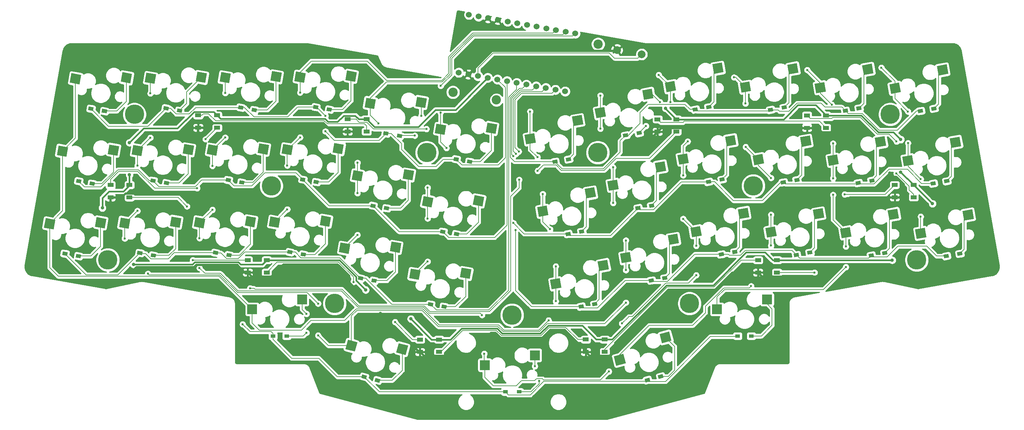
<source format=gbl>
G04 #@! TF.GenerationSoftware,KiCad,Pcbnew,(5.1.9-0-10_14)*
G04 #@! TF.CreationDate,2021-06-24T09:39:22+09:00*
G04 #@! TF.ProjectId,reviung41,72657669-756e-4673-9431-2e6b69636164,1.4*
G04 #@! TF.SameCoordinates,PX2faf080PY2faf080*
G04 #@! TF.FileFunction,Copper,L2,Bot*
G04 #@! TF.FilePolarity,Positive*
%FSLAX46Y46*%
G04 Gerber Fmt 4.6, Leading zero omitted, Abs format (unit mm)*
G04 Created by KiCad (PCBNEW (5.1.9-0-10_14)) date 2021-06-24 09:39:22*
%MOMM*%
%LPD*%
G01*
G04 APERTURE LIST*
G04 #@! TA.AperFunction,SMDPad,CuDef*
%ADD10C,0.100000*%
G04 #@! TD*
G04 #@! TA.AperFunction,WasherPad*
%ADD11C,2.400000*%
G04 #@! TD*
G04 #@! TA.AperFunction,WasherPad*
%ADD12C,5.000000*%
G04 #@! TD*
G04 #@! TA.AperFunction,SMDPad,CuDef*
%ADD13R,2.550000X2.500000*%
G04 #@! TD*
G04 #@! TA.AperFunction,SMDPad,CuDef*
%ADD14R,1.500000X1.000000*%
G04 #@! TD*
G04 #@! TA.AperFunction,ComponentPad*
%ADD15C,1.524000*%
G04 #@! TD*
G04 #@! TA.AperFunction,SMDPad,CuDef*
%ADD16R,1.300000X0.950000*%
G04 #@! TD*
G04 #@! TA.AperFunction,ComponentPad*
%ADD17C,2.000000*%
G04 #@! TD*
G04 #@! TA.AperFunction,ViaPad*
%ADD18C,0.600000*%
G04 #@! TD*
G04 #@! TA.AperFunction,ViaPad*
%ADD19C,0.900000*%
G04 #@! TD*
G04 #@! TA.AperFunction,Conductor*
%ADD20C,0.200000*%
G04 #@! TD*
G04 #@! TA.AperFunction,Conductor*
%ADD21C,0.400000*%
G04 #@! TD*
G04 #@! TA.AperFunction,Conductor*
%ADD22C,0.600000*%
G04 #@! TD*
G04 #@! TA.AperFunction,Conductor*
%ADD23C,0.254000*%
G04 #@! TD*
G04 #@! TA.AperFunction,Conductor*
%ADD24C,0.100000*%
G04 #@! TD*
G04 APERTURE END LIST*
G04 #@! TA.AperFunction,SMDPad,CuDef*
D10*
G36*
X38381013Y-18967899D02*
G01*
X38815133Y-16505880D01*
X41326393Y-16948683D01*
X40892273Y-19410702D01*
X38381013Y-18967899D01*
G37*
G04 #@! TD.AperFunction*
G04 #@! TA.AperFunction,SMDPad,CuDef*
G36*
X51552690Y-18711237D02*
G01*
X51986810Y-16249218D01*
X54498070Y-16692021D01*
X54063950Y-19154040D01*
X51552690Y-18711237D01*
G37*
G04 #@! TD.AperFunction*
G04 #@! TA.AperFunction,SMDPad,CuDef*
G36*
X87872690Y-32211237D02*
G01*
X88306810Y-29749218D01*
X90818070Y-30192021D01*
X90383950Y-32654040D01*
X87872690Y-32211237D01*
G37*
G04 #@! TD.AperFunction*
G04 #@! TA.AperFunction,SMDPad,CuDef*
G36*
X74701013Y-32467899D02*
G01*
X75135133Y-30005880D01*
X77646393Y-30448683D01*
X77212273Y-32910702D01*
X74701013Y-32467899D01*
G37*
G04 #@! TD.AperFunction*
D11*
X79390000Y-21860000D03*
X90630000Y-23860000D03*
X116930000Y-9420000D03*
D12*
X72620000Y-37480000D03*
X116840000Y-37480000D03*
X192470000Y-27580000D03*
X199320000Y-65240000D03*
X157050000Y-46090000D03*
X140560000Y-76530000D03*
X94660000Y-79530000D03*
X48770000Y-76530000D03*
X32400000Y-46100000D03*
X-9870000Y-65240000D03*
X-2990000Y-27590000D03*
D13*
X160612000Y-75470000D03*
X147685000Y-78010000D03*
G04 #@! TA.AperFunction,SMDPad,CuDef*
D10*
G36*
X123063001Y-66111297D02*
G01*
X122628881Y-63649278D01*
X125140141Y-63206475D01*
X125574261Y-65668494D01*
X123063001Y-66111297D01*
G37*
G04 #@! TD.AperFunction*
G04 #@! TA.AperFunction,SMDPad,CuDef*
G36*
X135352544Y-61365135D02*
G01*
X134918424Y-58903116D01*
X137429684Y-58460313D01*
X137863804Y-60922332D01*
X135352544Y-61365135D01*
G37*
G04 #@! TD.AperFunction*
G04 #@! TA.AperFunction,SMDPad,CuDef*
G36*
X19011013Y-19107899D02*
G01*
X19445133Y-16645880D01*
X21956393Y-17088683D01*
X21522273Y-19550702D01*
X19011013Y-19107899D01*
G37*
G04 #@! TD.AperFunction*
G04 #@! TA.AperFunction,SMDPad,CuDef*
G36*
X32182690Y-18851237D02*
G01*
X32616810Y-16389218D01*
X35128070Y-16832021D01*
X34693950Y-19294040D01*
X32182690Y-18851237D01*
G37*
G04 #@! TD.AperFunction*
D14*
X137190000Y-28870000D03*
X137190000Y-32070000D03*
X132290000Y-28870000D03*
X132290000Y-32070000D03*
X175850000Y-27870000D03*
X175850000Y-31070000D03*
X170950000Y-27870000D03*
X170950000Y-31070000D03*
X198540000Y-45860000D03*
X198540000Y-49060000D03*
X193640000Y-45860000D03*
X193640000Y-49060000D03*
X163190000Y-65310000D03*
X163190000Y-68510000D03*
X158290000Y-65310000D03*
X158290000Y-68510000D03*
X118640000Y-85840000D03*
X118640000Y-89040000D03*
X113740000Y-85840000D03*
X113740000Y-89040000D03*
X75760000Y-85860000D03*
X75760000Y-89060000D03*
X70860000Y-85860000D03*
X70860000Y-89060000D03*
X31210000Y-65310000D03*
X31210000Y-68510000D03*
X26310000Y-65310000D03*
X26310000Y-68510000D03*
X-9180000Y-49070000D03*
X-9180000Y-45870000D03*
X-4280000Y-49070000D03*
X-4280000Y-45870000D03*
X18390000Y-27850000D03*
X18390000Y-31050000D03*
X13490000Y-27850000D03*
X13490000Y-31050000D03*
X57040000Y-28840000D03*
X57040000Y-32040000D03*
X52140000Y-28840000D03*
X52140000Y-32040000D03*
G04 #@! TA.AperFunction,SMDPad,CuDef*
D10*
G36*
X176643001Y-40891297D02*
G01*
X176208881Y-38429278D01*
X178720141Y-37986475D01*
X179154261Y-40448494D01*
X176643001Y-40891297D01*
G37*
G04 #@! TD.AperFunction*
G04 #@! TA.AperFunction,SMDPad,CuDef*
G36*
X188932544Y-36145135D02*
G01*
X188498424Y-33683116D01*
X191009684Y-33240313D01*
X191443804Y-35702332D01*
X188932544Y-36145135D01*
G37*
G04 #@! TD.AperFunction*
G04 #@! TA.AperFunction,SMDPad,CuDef*
G36*
X208322544Y-36265135D02*
G01*
X207888424Y-33803116D01*
X210399684Y-33360313D01*
X210833804Y-35822332D01*
X208322544Y-36265135D01*
G37*
G04 #@! TD.AperFunction*
G04 #@! TA.AperFunction,SMDPad,CuDef*
G36*
X196033001Y-41011297D02*
G01*
X195598881Y-38549278D01*
X198110141Y-38106475D01*
X198544261Y-40568494D01*
X196033001Y-41011297D01*
G37*
G04 #@! TD.AperFunction*
D15*
X80870734Y-16798930D03*
X83372146Y-17239996D03*
X85873557Y-17681063D03*
X88374969Y-18122129D03*
X90876381Y-18563195D03*
X93377792Y-19004262D03*
X95879204Y-19445328D03*
X98380616Y-19886395D03*
X100882027Y-20327461D03*
X103383439Y-20768527D03*
X105884851Y-21209594D03*
X108386262Y-21650660D03*
X111029188Y-6661886D03*
X108527776Y-6220820D03*
X106026364Y-5779753D03*
X103524953Y-5338687D03*
X101023541Y-4897621D03*
X98522129Y-4456554D03*
X96020718Y-4015488D03*
X93519306Y-3574421D03*
X91017894Y-3133355D03*
X88516482Y-2692289D03*
X86015071Y-2251222D03*
X83513659Y-1810156D03*
G04 #@! TA.AperFunction,SMDPad,CuDef*
D10*
G36*
X121620983Y-92627683D02*
G01*
X120973936Y-90212868D01*
X123437047Y-89552879D01*
X124084094Y-91967694D01*
X121620983Y-92627683D01*
G37*
G04 #@! TD.AperFunction*
G04 #@! TA.AperFunction,SMDPad,CuDef*
G36*
X133450106Y-86828478D02*
G01*
X132803059Y-84413663D01*
X135266170Y-83753674D01*
X135913217Y-86168489D01*
X133450106Y-86828478D01*
G37*
G04 #@! TD.AperFunction*
G04 #@! TA.AperFunction,SMDPad,CuDef*
G36*
X64704921Y-89197413D02*
G01*
X65351968Y-86782598D01*
X67815079Y-87442587D01*
X67168032Y-89857402D01*
X64704921Y-89197413D01*
G37*
G04 #@! TD.AperFunction*
G04 #@! TA.AperFunction,SMDPad,CuDef*
G36*
X51560998Y-88305110D02*
G01*
X52208045Y-85890295D01*
X54671156Y-86550284D01*
X54024109Y-88965099D01*
X51560998Y-88305110D01*
G37*
G04 #@! TD.AperFunction*
D13*
X27445000Y-78030000D03*
X40372000Y-75490000D03*
G04 #@! TA.AperFunction,SMDPad,CuDef*
D10*
G36*
X211612544Y-55055135D02*
G01*
X211178424Y-52593116D01*
X213689684Y-52150313D01*
X214123804Y-54612332D01*
X211612544Y-55055135D01*
G37*
G04 #@! TD.AperFunction*
G04 #@! TA.AperFunction,SMDPad,CuDef*
G36*
X199323001Y-59801297D02*
G01*
X198888881Y-57339278D01*
X201400141Y-56896475D01*
X201834261Y-59358494D01*
X199323001Y-59801297D01*
G37*
G04 #@! TD.AperFunction*
G04 #@! TA.AperFunction,SMDPad,CuDef*
G36*
X179953001Y-59661297D02*
G01*
X179518881Y-57199278D01*
X182030141Y-56756475D01*
X182464261Y-59218494D01*
X179953001Y-59661297D01*
G37*
G04 #@! TD.AperFunction*
G04 #@! TA.AperFunction,SMDPad,CuDef*
G36*
X192242544Y-54915135D02*
G01*
X191808424Y-52453116D01*
X194319684Y-52010313D01*
X194753804Y-54472332D01*
X192242544Y-54915135D01*
G37*
G04 #@! TD.AperFunction*
G04 #@! TA.AperFunction,SMDPad,CuDef*
G36*
X160603001Y-59501297D02*
G01*
X160168881Y-57039278D01*
X162680141Y-56596475D01*
X163114261Y-59058494D01*
X160603001Y-59501297D01*
G37*
G04 #@! TD.AperFunction*
G04 #@! TA.AperFunction,SMDPad,CuDef*
G36*
X172892544Y-54755135D02*
G01*
X172458424Y-52293116D01*
X174969684Y-51850313D01*
X175403804Y-54312332D01*
X172892544Y-54755135D01*
G37*
G04 #@! TD.AperFunction*
G04 #@! TA.AperFunction,SMDPad,CuDef*
G36*
X153502544Y-54645135D02*
G01*
X153068424Y-52183116D01*
X155579684Y-51740313D01*
X156013804Y-54202332D01*
X153502544Y-54645135D01*
G37*
G04 #@! TD.AperFunction*
G04 #@! TA.AperFunction,SMDPad,CuDef*
G36*
X141213001Y-59391297D02*
G01*
X140778881Y-56929278D01*
X143290141Y-56486475D01*
X143724261Y-58948494D01*
X141213001Y-59391297D01*
G37*
G04 #@! TD.AperFunction*
G04 #@! TA.AperFunction,SMDPad,CuDef*
G36*
X117222544Y-68125135D02*
G01*
X116788424Y-65663116D01*
X119299684Y-65220313D01*
X119733804Y-67682332D01*
X117222544Y-68125135D01*
G37*
G04 #@! TD.AperFunction*
G04 #@! TA.AperFunction,SMDPad,CuDef*
G36*
X104933001Y-72871297D02*
G01*
X104498881Y-70409278D01*
X107010141Y-69966475D01*
X107444261Y-72428494D01*
X104933001Y-72871297D01*
G37*
G04 #@! TD.AperFunction*
G04 #@! TA.AperFunction,SMDPad,CuDef*
G36*
X157313001Y-40731297D02*
G01*
X156878881Y-38269278D01*
X159390141Y-37826475D01*
X159824261Y-40288494D01*
X157313001Y-40731297D01*
G37*
G04 #@! TD.AperFunction*
G04 #@! TA.AperFunction,SMDPad,CuDef*
G36*
X169602544Y-35985135D02*
G01*
X169168424Y-33523116D01*
X171679684Y-33080313D01*
X172113804Y-35542332D01*
X169602544Y-35985135D01*
G37*
G04 #@! TD.AperFunction*
G04 #@! TA.AperFunction,SMDPad,CuDef*
G36*
X150172544Y-35845135D02*
G01*
X149738424Y-33383116D01*
X152249684Y-32940313D01*
X152683804Y-35402332D01*
X150172544Y-35845135D01*
G37*
G04 #@! TD.AperFunction*
G04 #@! TA.AperFunction,SMDPad,CuDef*
G36*
X137883001Y-40591297D02*
G01*
X137448881Y-38129278D01*
X139960141Y-37686475D01*
X140394261Y-40148494D01*
X137883001Y-40591297D01*
G37*
G04 #@! TD.AperFunction*
G04 #@! TA.AperFunction,SMDPad,CuDef*
G36*
X119753001Y-47361297D02*
G01*
X119318881Y-44899278D01*
X121830141Y-44456475D01*
X122264261Y-46918494D01*
X119753001Y-47361297D01*
G37*
G04 #@! TD.AperFunction*
G04 #@! TA.AperFunction,SMDPad,CuDef*
G36*
X132042544Y-42615135D02*
G01*
X131608424Y-40153116D01*
X134119684Y-39710313D01*
X134553804Y-42172332D01*
X132042544Y-42615135D01*
G37*
G04 #@! TD.AperFunction*
G04 #@! TA.AperFunction,SMDPad,CuDef*
G36*
X113872544Y-49355135D02*
G01*
X113438424Y-46893116D01*
X115949684Y-46450313D01*
X116383804Y-48912332D01*
X113872544Y-49355135D01*
G37*
G04 #@! TD.AperFunction*
G04 #@! TA.AperFunction,SMDPad,CuDef*
G36*
X101583001Y-54101297D02*
G01*
X101148881Y-51639278D01*
X103660141Y-51196475D01*
X104094261Y-53658494D01*
X101583001Y-54101297D01*
G37*
G04 #@! TD.AperFunction*
G04 #@! TA.AperFunction,SMDPad,CuDef*
G36*
X192693001Y-22281297D02*
G01*
X192258881Y-19819278D01*
X194770141Y-19376475D01*
X195204261Y-21838494D01*
X192693001Y-22281297D01*
G37*
G04 #@! TD.AperFunction*
G04 #@! TA.AperFunction,SMDPad,CuDef*
G36*
X204982544Y-17535135D02*
G01*
X204548424Y-15073116D01*
X207059684Y-14630313D01*
X207493804Y-17092332D01*
X204982544Y-17535135D01*
G37*
G04 #@! TD.AperFunction*
G04 #@! TA.AperFunction,SMDPad,CuDef*
G36*
X185642544Y-17375135D02*
G01*
X185208424Y-14913116D01*
X187719684Y-14470313D01*
X188153804Y-16932332D01*
X185642544Y-17375135D01*
G37*
G04 #@! TD.AperFunction*
G04 #@! TA.AperFunction,SMDPad,CuDef*
G36*
X173353001Y-22121297D02*
G01*
X172918881Y-19659278D01*
X175430141Y-19216475D01*
X175864261Y-21678494D01*
X173353001Y-22121297D01*
G37*
G04 #@! TD.AperFunction*
G04 #@! TA.AperFunction,SMDPad,CuDef*
G36*
X166272544Y-17245135D02*
G01*
X165838424Y-14783116D01*
X168349684Y-14340313D01*
X168783804Y-16802332D01*
X166272544Y-17245135D01*
G37*
G04 #@! TD.AperFunction*
G04 #@! TA.AperFunction,SMDPad,CuDef*
G36*
X153983001Y-21991297D02*
G01*
X153548881Y-19529278D01*
X156060141Y-19086475D01*
X156494261Y-21548494D01*
X153983001Y-21991297D01*
G37*
G04 #@! TD.AperFunction*
G04 #@! TA.AperFunction,SMDPad,CuDef*
G36*
X134593001Y-21851297D02*
G01*
X134158881Y-19389278D01*
X136670141Y-18946475D01*
X137104261Y-21408494D01*
X134593001Y-21851297D01*
G37*
G04 #@! TD.AperFunction*
G04 #@! TA.AperFunction,SMDPad,CuDef*
G36*
X146882544Y-17105135D02*
G01*
X146448424Y-14643116D01*
X148959684Y-14200313D01*
X149393804Y-16662332D01*
X146882544Y-17105135D01*
G37*
G04 #@! TD.AperFunction*
G04 #@! TA.AperFunction,SMDPad,CuDef*
G36*
X128752544Y-23845135D02*
G01*
X128318424Y-21383116D01*
X130829684Y-20940313D01*
X131263804Y-23402332D01*
X128752544Y-23845135D01*
G37*
G04 #@! TD.AperFunction*
G04 #@! TA.AperFunction,SMDPad,CuDef*
G36*
X116463001Y-28591297D02*
G01*
X116028881Y-26129278D01*
X118540141Y-25686475D01*
X118974261Y-28148494D01*
X116463001Y-28591297D01*
G37*
G04 #@! TD.AperFunction*
G04 #@! TA.AperFunction,SMDPad,CuDef*
G36*
X98313001Y-35371297D02*
G01*
X97878881Y-32909278D01*
X100390141Y-32466475D01*
X100824261Y-34928494D01*
X98313001Y-35371297D01*
G37*
G04 #@! TD.AperFunction*
G04 #@! TA.AperFunction,SMDPad,CuDef*
G36*
X110602544Y-30625135D02*
G01*
X110168424Y-28163116D01*
X112679684Y-27720313D01*
X113113804Y-30182332D01*
X110602544Y-30625135D01*
G37*
G04 #@! TD.AperFunction*
G04 #@! TA.AperFunction,SMDPad,CuDef*
G36*
X68051013Y-69987899D02*
G01*
X68485133Y-67525880D01*
X70996393Y-67968683D01*
X70562273Y-70430702D01*
X68051013Y-69987899D01*
G37*
G04 #@! TD.AperFunction*
G04 #@! TA.AperFunction,SMDPad,CuDef*
G36*
X81222690Y-69731237D02*
G01*
X81656810Y-67269218D01*
X84168070Y-67712021D01*
X83733950Y-70174040D01*
X81222690Y-69731237D01*
G37*
G04 #@! TD.AperFunction*
G04 #@! TA.AperFunction,SMDPad,CuDef*
G36*
X63072690Y-62971237D02*
G01*
X63506810Y-60509218D01*
X66018070Y-60952021D01*
X65583950Y-63414040D01*
X63072690Y-62971237D01*
G37*
G04 #@! TD.AperFunction*
G04 #@! TA.AperFunction,SMDPad,CuDef*
G36*
X49901013Y-63227899D02*
G01*
X50335133Y-60765880D01*
X52846393Y-61208683D01*
X52412273Y-63670702D01*
X49901013Y-63227899D01*
G37*
G04 #@! TD.AperFunction*
G04 #@! TA.AperFunction,SMDPad,CuDef*
G36*
X44917310Y-56219608D02*
G01*
X45351430Y-53757589D01*
X47862690Y-54200392D01*
X47428570Y-56662411D01*
X44917310Y-56219608D01*
G37*
G04 #@! TD.AperFunction*
G04 #@! TA.AperFunction,SMDPad,CuDef*
G36*
X31745633Y-56476270D02*
G01*
X32179753Y-54014251D01*
X34691013Y-54457054D01*
X34256893Y-56919073D01*
X31745633Y-56476270D01*
G37*
G04 #@! TD.AperFunction*
G04 #@! TA.AperFunction,SMDPad,CuDef*
G36*
X25532690Y-56371237D02*
G01*
X25966810Y-53909218D01*
X28478070Y-54352021D01*
X28043950Y-56814040D01*
X25532690Y-56371237D01*
G37*
G04 #@! TD.AperFunction*
G04 #@! TA.AperFunction,SMDPad,CuDef*
G36*
X12361013Y-56627899D02*
G01*
X12795133Y-54165880D01*
X15306393Y-54608683D01*
X14872273Y-57070702D01*
X12361013Y-56627899D01*
G37*
G04 #@! TD.AperFunction*
G04 #@! TA.AperFunction,SMDPad,CuDef*
G36*
X6192690Y-56481237D02*
G01*
X6626810Y-54019218D01*
X9138070Y-54462021D01*
X8703950Y-56924040D01*
X6192690Y-56481237D01*
G37*
G04 #@! TD.AperFunction*
G04 #@! TA.AperFunction,SMDPad,CuDef*
G36*
X-6978987Y-56737899D02*
G01*
X-6544867Y-54275880D01*
X-4033607Y-54718683D01*
X-4467727Y-57180702D01*
X-6978987Y-56737899D01*
G37*
G04 #@! TD.AperFunction*
G04 #@! TA.AperFunction,SMDPad,CuDef*
G36*
X-26378987Y-56897899D02*
G01*
X-25944867Y-54435880D01*
X-23433607Y-54878683D01*
X-23867727Y-57340702D01*
X-26378987Y-56897899D01*
G37*
G04 #@! TD.AperFunction*
G04 #@! TA.AperFunction,SMDPad,CuDef*
G36*
X-13207310Y-56641237D02*
G01*
X-12773190Y-54179218D01*
X-10261930Y-54622021D01*
X-10696050Y-57084040D01*
X-13207310Y-56641237D01*
G37*
G04 #@! TD.AperFunction*
G04 #@! TA.AperFunction,SMDPad,CuDef*
G36*
X71361013Y-51217899D02*
G01*
X71795133Y-48755880D01*
X74306393Y-49198683D01*
X73872273Y-51660702D01*
X71361013Y-51217899D01*
G37*
G04 #@! TD.AperFunction*
G04 #@! TA.AperFunction,SMDPad,CuDef*
G36*
X84532690Y-50961237D02*
G01*
X84966810Y-48499218D01*
X87478070Y-48942021D01*
X87043950Y-51404040D01*
X84532690Y-50961237D01*
G37*
G04 #@! TD.AperFunction*
G04 #@! TA.AperFunction,SMDPad,CuDef*
G36*
X53211013Y-44497899D02*
G01*
X53645133Y-42035880D01*
X56156393Y-42478683D01*
X55722273Y-44940702D01*
X53211013Y-44497899D01*
G37*
G04 #@! TD.AperFunction*
G04 #@! TA.AperFunction,SMDPad,CuDef*
G36*
X66382690Y-44241237D02*
G01*
X66816810Y-41779218D01*
X69328070Y-42222021D01*
X68893950Y-44684040D01*
X66382690Y-44241237D01*
G37*
G04 #@! TD.AperFunction*
G04 #@! TA.AperFunction,SMDPad,CuDef*
G36*
X35061013Y-37717899D02*
G01*
X35495133Y-35255880D01*
X38006393Y-35698683D01*
X37572273Y-38160702D01*
X35061013Y-37717899D01*
G37*
G04 #@! TD.AperFunction*
G04 #@! TA.AperFunction,SMDPad,CuDef*
G36*
X48232690Y-37461237D02*
G01*
X48666810Y-34999218D01*
X51178070Y-35442021D01*
X50743950Y-37904040D01*
X48232690Y-37461237D01*
G37*
G04 #@! TD.AperFunction*
G04 #@! TA.AperFunction,SMDPad,CuDef*
G36*
X28872690Y-37571237D02*
G01*
X29306810Y-35109218D01*
X31818070Y-35552021D01*
X31383950Y-38014040D01*
X28872690Y-37571237D01*
G37*
G04 #@! TD.AperFunction*
G04 #@! TA.AperFunction,SMDPad,CuDef*
G36*
X15701013Y-37827899D02*
G01*
X16135133Y-35365880D01*
X18646393Y-35808683D01*
X18212273Y-38270702D01*
X15701013Y-37827899D01*
G37*
G04 #@! TD.AperFunction*
G04 #@! TA.AperFunction,SMDPad,CuDef*
G36*
X9472690Y-37731237D02*
G01*
X9906810Y-35269218D01*
X12418070Y-35712021D01*
X11983950Y-38174040D01*
X9472690Y-37731237D01*
G37*
G04 #@! TD.AperFunction*
G04 #@! TA.AperFunction,SMDPad,CuDef*
G36*
X-3698987Y-37987899D02*
G01*
X-3264867Y-35525880D01*
X-753607Y-35968683D01*
X-1187727Y-38430702D01*
X-3698987Y-37987899D01*
G37*
G04 #@! TD.AperFunction*
G04 #@! TA.AperFunction,SMDPad,CuDef*
G36*
X-9887310Y-37851237D02*
G01*
X-9453190Y-35389218D01*
X-6941930Y-35832021D01*
X-7376050Y-38294040D01*
X-9887310Y-37851237D01*
G37*
G04 #@! TD.AperFunction*
G04 #@! TA.AperFunction,SMDPad,CuDef*
G36*
X-23058987Y-38107899D02*
G01*
X-22624867Y-35645880D01*
X-20113607Y-36088683D01*
X-20547727Y-38550702D01*
X-23058987Y-38107899D01*
G37*
G04 #@! TD.AperFunction*
G04 #@! TA.AperFunction,SMDPad,CuDef*
G36*
X56531013Y-25757899D02*
G01*
X56965133Y-23295880D01*
X59476393Y-23738683D01*
X59042273Y-26200702D01*
X56531013Y-25757899D01*
G37*
G04 #@! TD.AperFunction*
G04 #@! TA.AperFunction,SMDPad,CuDef*
G36*
X69702690Y-25501237D02*
G01*
X70136810Y-23039218D01*
X72648070Y-23482021D01*
X72213950Y-25944040D01*
X69702690Y-25501237D01*
G37*
G04 #@! TD.AperFunction*
G04 #@! TA.AperFunction,SMDPad,CuDef*
G36*
X12832690Y-19011237D02*
G01*
X13266810Y-16549218D01*
X15778070Y-16992021D01*
X15343950Y-19454040D01*
X12832690Y-19011237D01*
G37*
G04 #@! TD.AperFunction*
G04 #@! TA.AperFunction,SMDPad,CuDef*
G36*
X-338987Y-19267899D02*
G01*
X95133Y-16805880D01*
X2606393Y-17248683D01*
X2172273Y-19710702D01*
X-338987Y-19267899D01*
G37*
G04 #@! TD.AperFunction*
G04 #@! TA.AperFunction,SMDPad,CuDef*
G36*
X-6557310Y-19121237D02*
G01*
X-6123190Y-16659218D01*
X-3611930Y-17102021D01*
X-4046050Y-19564040D01*
X-6557310Y-19121237D01*
G37*
G04 #@! TD.AperFunction*
G04 #@! TA.AperFunction,SMDPad,CuDef*
G36*
X-19728987Y-19377899D02*
G01*
X-19294867Y-16915880D01*
X-16783607Y-17358683D01*
X-17217727Y-19820702D01*
X-19728987Y-19377899D01*
G37*
G04 #@! TD.AperFunction*
G04 #@! TA.AperFunction,SMDPad,CuDef*
G36*
X-14970642Y-26476686D02*
G01*
X-14805676Y-25541119D01*
X-13525426Y-25766862D01*
X-13690392Y-26702429D01*
X-14970642Y-26476686D01*
G37*
G04 #@! TD.AperFunction*
G04 #@! TA.AperFunction,SMDPad,CuDef*
G36*
X-11474574Y-27093138D02*
G01*
X-11309608Y-26157571D01*
X-10029358Y-26383314D01*
X-10194324Y-27318881D01*
X-11474574Y-27093138D01*
G37*
G04 #@! TD.AperFunction*
G04 #@! TA.AperFunction,SMDPad,CuDef*
G36*
X4449358Y-26366686D02*
G01*
X4614324Y-25431119D01*
X5894574Y-25656862D01*
X5729608Y-26592429D01*
X4449358Y-26366686D01*
G37*
G04 #@! TD.AperFunction*
G04 #@! TA.AperFunction,SMDPad,CuDef*
G36*
X7945426Y-26983138D02*
G01*
X8110392Y-26047571D01*
X9390642Y-26273314D01*
X9225676Y-27208881D01*
X7945426Y-26983138D01*
G37*
G04 #@! TD.AperFunction*
G04 #@! TA.AperFunction,SMDPad,CuDef*
G36*
X23769358Y-26176686D02*
G01*
X23934324Y-25241119D01*
X25214574Y-25466862D01*
X25049608Y-26402429D01*
X23769358Y-26176686D01*
G37*
G04 #@! TD.AperFunction*
G04 #@! TA.AperFunction,SMDPad,CuDef*
G36*
X27265426Y-26793138D02*
G01*
X27430392Y-25857571D01*
X28710642Y-26083314D01*
X28545676Y-27018881D01*
X27265426Y-26793138D01*
G37*
G04 #@! TD.AperFunction*
G04 #@! TA.AperFunction,SMDPad,CuDef*
G36*
X43179358Y-26076686D02*
G01*
X43344324Y-25141119D01*
X44624574Y-25366862D01*
X44459608Y-26302429D01*
X43179358Y-26076686D01*
G37*
G04 #@! TD.AperFunction*
G04 #@! TA.AperFunction,SMDPad,CuDef*
G36*
X46675426Y-26693138D02*
G01*
X46840392Y-25757571D01*
X48120642Y-25983314D01*
X47955676Y-26918881D01*
X46675426Y-26693138D01*
G37*
G04 #@! TD.AperFunction*
G04 #@! TA.AperFunction,SMDPad,CuDef*
G36*
X61329358Y-32866686D02*
G01*
X61494324Y-31931119D01*
X62774574Y-32156862D01*
X62609608Y-33092429D01*
X61329358Y-32866686D01*
G37*
G04 #@! TD.AperFunction*
G04 #@! TA.AperFunction,SMDPad,CuDef*
G36*
X64825426Y-33483138D02*
G01*
X64990392Y-32547571D01*
X66270642Y-32773314D01*
X66105676Y-33708881D01*
X64825426Y-33483138D01*
G37*
G04 #@! TD.AperFunction*
G04 #@! TA.AperFunction,SMDPad,CuDef*
G36*
X82965426Y-40183138D02*
G01*
X83130392Y-39247571D01*
X84410642Y-39473314D01*
X84245676Y-40408881D01*
X82965426Y-40183138D01*
G37*
G04 #@! TD.AperFunction*
G04 #@! TA.AperFunction,SMDPad,CuDef*
G36*
X79469358Y-39566686D02*
G01*
X79634324Y-38631119D01*
X80914574Y-38856862D01*
X80749608Y-39792429D01*
X79469358Y-39566686D01*
G37*
G04 #@! TD.AperFunction*
G04 #@! TA.AperFunction,SMDPad,CuDef*
G36*
X-14654574Y-45853138D02*
G01*
X-14489608Y-44917571D01*
X-13209358Y-45143314D01*
X-13374324Y-46078881D01*
X-14654574Y-45853138D01*
G37*
G04 #@! TD.AperFunction*
G04 #@! TA.AperFunction,SMDPad,CuDef*
G36*
X-18150642Y-45236686D02*
G01*
X-17985676Y-44301119D01*
X-16705426Y-44526862D01*
X-16870392Y-45462429D01*
X-18150642Y-45236686D01*
G37*
G04 #@! TD.AperFunction*
G04 #@! TA.AperFunction,SMDPad,CuDef*
G36*
X4575426Y-45703138D02*
G01*
X4740392Y-44767571D01*
X6020642Y-44993314D01*
X5855676Y-45928881D01*
X4575426Y-45703138D01*
G37*
G04 #@! TD.AperFunction*
G04 #@! TA.AperFunction,SMDPad,CuDef*
G36*
X1079358Y-45086686D02*
G01*
X1244324Y-44151119D01*
X2524574Y-44376862D01*
X2359608Y-45312429D01*
X1079358Y-45086686D01*
G37*
G04 #@! TD.AperFunction*
G04 #@! TA.AperFunction,SMDPad,CuDef*
G36*
X20539358Y-44936686D02*
G01*
X20704324Y-44001119D01*
X21984574Y-44226862D01*
X21819608Y-45162429D01*
X20539358Y-44936686D01*
G37*
G04 #@! TD.AperFunction*
G04 #@! TA.AperFunction,SMDPad,CuDef*
G36*
X24035426Y-45553138D02*
G01*
X24200392Y-44617571D01*
X25480642Y-44843314D01*
X25315676Y-45778881D01*
X24035426Y-45553138D01*
G37*
G04 #@! TD.AperFunction*
G04 #@! TA.AperFunction,SMDPad,CuDef*
G36*
X39799358Y-44816686D02*
G01*
X39964324Y-43881119D01*
X41244574Y-44106862D01*
X41079608Y-45042429D01*
X39799358Y-44816686D01*
G37*
G04 #@! TD.AperFunction*
G04 #@! TA.AperFunction,SMDPad,CuDef*
G36*
X43295426Y-45433138D02*
G01*
X43460392Y-44497571D01*
X44740642Y-44723314D01*
X44575676Y-45658881D01*
X43295426Y-45433138D01*
G37*
G04 #@! TD.AperFunction*
G04 #@! TA.AperFunction,SMDPad,CuDef*
G36*
X57979358Y-51596686D02*
G01*
X58144324Y-50661119D01*
X59424574Y-50886862D01*
X59259608Y-51822429D01*
X57979358Y-51596686D01*
G37*
G04 #@! TD.AperFunction*
G04 #@! TA.AperFunction,SMDPad,CuDef*
G36*
X61475426Y-52213138D02*
G01*
X61640392Y-51277571D01*
X62920642Y-51503314D01*
X62755676Y-52438881D01*
X61475426Y-52213138D01*
G37*
G04 #@! TD.AperFunction*
G04 #@! TA.AperFunction,SMDPad,CuDef*
G36*
X79555426Y-58913138D02*
G01*
X79720392Y-57977571D01*
X81000642Y-58203314D01*
X80835676Y-59138881D01*
X79555426Y-58913138D01*
G37*
G04 #@! TD.AperFunction*
G04 #@! TA.AperFunction,SMDPad,CuDef*
G36*
X76059358Y-58296686D02*
G01*
X76224324Y-57361119D01*
X77504574Y-57586862D01*
X77339608Y-58522429D01*
X76059358Y-58296686D01*
G37*
G04 #@! TD.AperFunction*
G04 #@! TA.AperFunction,SMDPad,CuDef*
G36*
X-18194574Y-64603138D02*
G01*
X-18029608Y-63667571D01*
X-16749358Y-63893314D01*
X-16914324Y-64828881D01*
X-18194574Y-64603138D01*
G37*
G04 #@! TD.AperFunction*
G04 #@! TA.AperFunction,SMDPad,CuDef*
G36*
X-21690642Y-63986686D02*
G01*
X-21525676Y-63051119D01*
X-20245426Y-63276862D01*
X-20410392Y-64212429D01*
X-21690642Y-63986686D01*
G37*
G04 #@! TD.AperFunction*
G04 #@! TA.AperFunction,SMDPad,CuDef*
G36*
X1165426Y-64433138D02*
G01*
X1330392Y-63497571D01*
X2610642Y-63723314D01*
X2445676Y-64658881D01*
X1165426Y-64433138D01*
G37*
G04 #@! TD.AperFunction*
G04 #@! TA.AperFunction,SMDPad,CuDef*
G36*
X-2330642Y-63816686D02*
G01*
X-2165676Y-62881119D01*
X-885426Y-63106862D01*
X-1050392Y-64042429D01*
X-2330642Y-63816686D01*
G37*
G04 #@! TD.AperFunction*
G04 #@! TA.AperFunction,SMDPad,CuDef*
G36*
X17239358Y-63746686D02*
G01*
X17404324Y-62811119D01*
X18684574Y-63036862D01*
X18519608Y-63972429D01*
X17239358Y-63746686D01*
G37*
G04 #@! TD.AperFunction*
G04 #@! TA.AperFunction,SMDPad,CuDef*
G36*
X20735426Y-64363138D02*
G01*
X20900392Y-63427571D01*
X22180642Y-63653314D01*
X22015676Y-64588881D01*
X20735426Y-64363138D01*
G37*
G04 #@! TD.AperFunction*
G04 #@! TA.AperFunction,SMDPad,CuDef*
G36*
X36489358Y-63576686D02*
G01*
X36654324Y-62641119D01*
X37934574Y-62866862D01*
X37769608Y-63802429D01*
X36489358Y-63576686D01*
G37*
G04 #@! TD.AperFunction*
G04 #@! TA.AperFunction,SMDPad,CuDef*
G36*
X39985426Y-64193138D02*
G01*
X40150392Y-63257571D01*
X41430642Y-63483314D01*
X41265676Y-64418881D01*
X39985426Y-64193138D01*
G37*
G04 #@! TD.AperFunction*
G04 #@! TA.AperFunction,SMDPad,CuDef*
G36*
X58245426Y-70963138D02*
G01*
X58410392Y-70027571D01*
X59690642Y-70253314D01*
X59525676Y-71188881D01*
X58245426Y-70963138D01*
G37*
G04 #@! TD.AperFunction*
G04 #@! TA.AperFunction,SMDPad,CuDef*
G36*
X54749358Y-70346686D02*
G01*
X54914324Y-69411119D01*
X56194574Y-69636862D01*
X56029608Y-70572429D01*
X54749358Y-70346686D01*
G37*
G04 #@! TD.AperFunction*
G04 #@! TA.AperFunction,SMDPad,CuDef*
G36*
X76355426Y-77703138D02*
G01*
X76520392Y-76767571D01*
X77800642Y-76993314D01*
X77635676Y-77928881D01*
X76355426Y-77703138D01*
G37*
G04 #@! TD.AperFunction*
G04 #@! TA.AperFunction,SMDPad,CuDef*
G36*
X72859358Y-77086686D02*
G01*
X73024324Y-76151119D01*
X74304574Y-76376862D01*
X74139608Y-77312429D01*
X72859358Y-77086686D01*
G37*
G04 #@! TD.AperFunction*
G04 #@! TA.AperFunction,SMDPad,CuDef*
G36*
X108720392Y-39802429D02*
G01*
X108555426Y-38866862D01*
X109835676Y-38641119D01*
X110000642Y-39576686D01*
X108720392Y-39802429D01*
G37*
G04 #@! TD.AperFunction*
G04 #@! TA.AperFunction,SMDPad,CuDef*
G36*
X105224324Y-40418881D02*
G01*
X105059358Y-39483314D01*
X106339608Y-39257571D01*
X106504574Y-40193138D01*
X105224324Y-40418881D01*
G37*
G04 #@! TD.AperFunction*
G04 #@! TA.AperFunction,SMDPad,CuDef*
G36*
X126970392Y-32982429D02*
G01*
X126805426Y-32046862D01*
X128085676Y-31821119D01*
X128250642Y-32756686D01*
X126970392Y-32982429D01*
G37*
G04 #@! TD.AperFunction*
G04 #@! TA.AperFunction,SMDPad,CuDef*
G36*
X123474324Y-33598881D02*
G01*
X123309358Y-32663314D01*
X124589608Y-32437571D01*
X124754574Y-33373138D01*
X123474324Y-33598881D01*
G37*
G04 #@! TD.AperFunction*
G04 #@! TA.AperFunction,SMDPad,CuDef*
G36*
X141494324Y-26898881D02*
G01*
X141329358Y-25963314D01*
X142609608Y-25737571D01*
X142774574Y-26673138D01*
X141494324Y-26898881D01*
G37*
G04 #@! TD.AperFunction*
G04 #@! TA.AperFunction,SMDPad,CuDef*
G36*
X144990392Y-26282429D02*
G01*
X144825426Y-25346862D01*
X146105676Y-25121119D01*
X146270642Y-26056686D01*
X144990392Y-26282429D01*
G37*
G04 #@! TD.AperFunction*
G04 #@! TA.AperFunction,SMDPad,CuDef*
G36*
X160974324Y-26998881D02*
G01*
X160809358Y-26063314D01*
X162089608Y-25837571D01*
X162254574Y-26773138D01*
X160974324Y-26998881D01*
G37*
G04 #@! TD.AperFunction*
G04 #@! TA.AperFunction,SMDPad,CuDef*
G36*
X164470392Y-26382429D02*
G01*
X164305426Y-25446862D01*
X165585676Y-25221119D01*
X165750642Y-26156686D01*
X164470392Y-26382429D01*
G37*
G04 #@! TD.AperFunction*
G04 #@! TA.AperFunction,SMDPad,CuDef*
G36*
X180324324Y-27198881D02*
G01*
X180159358Y-26263314D01*
X181439608Y-26037571D01*
X181604574Y-26973138D01*
X180324324Y-27198881D01*
G37*
G04 #@! TD.AperFunction*
G04 #@! TA.AperFunction,SMDPad,CuDef*
G36*
X183820392Y-26582429D02*
G01*
X183655426Y-25646862D01*
X184935676Y-25421119D01*
X185100642Y-26356686D01*
X183820392Y-26582429D01*
G37*
G04 #@! TD.AperFunction*
G04 #@! TA.AperFunction,SMDPad,CuDef*
G36*
X199734324Y-27298881D02*
G01*
X199569358Y-26363314D01*
X200849608Y-26137571D01*
X201014574Y-27073138D01*
X199734324Y-27298881D01*
G37*
G04 #@! TD.AperFunction*
G04 #@! TA.AperFunction,SMDPad,CuDef*
G36*
X203230392Y-26682429D02*
G01*
X203065426Y-25746862D01*
X204345676Y-25521119D01*
X204510642Y-26456686D01*
X203230392Y-26682429D01*
G37*
G04 #@! TD.AperFunction*
G04 #@! TA.AperFunction,SMDPad,CuDef*
G36*
X112100392Y-58482429D02*
G01*
X111935426Y-57546862D01*
X113215676Y-57321119D01*
X113380642Y-58256686D01*
X112100392Y-58482429D01*
G37*
G04 #@! TD.AperFunction*
G04 #@! TA.AperFunction,SMDPad,CuDef*
G36*
X108604324Y-59098881D02*
G01*
X108439358Y-58163314D01*
X109719608Y-57937571D01*
X109884574Y-58873138D01*
X108604324Y-59098881D01*
G37*
G04 #@! TD.AperFunction*
G04 #@! TA.AperFunction,SMDPad,CuDef*
G36*
X126694324Y-52408881D02*
G01*
X126529358Y-51473314D01*
X127809608Y-51247571D01*
X127974574Y-52183138D01*
X126694324Y-52408881D01*
G37*
G04 #@! TD.AperFunction*
G04 #@! TA.AperFunction,SMDPad,CuDef*
G36*
X130190392Y-51792429D02*
G01*
X130025426Y-50856862D01*
X131305676Y-50631119D01*
X131470642Y-51566686D01*
X130190392Y-51792429D01*
G37*
G04 #@! TD.AperFunction*
G04 #@! TA.AperFunction,SMDPad,CuDef*
G36*
X144914324Y-45618881D02*
G01*
X144749358Y-44683314D01*
X146029608Y-44457571D01*
X146194574Y-45393138D01*
X144914324Y-45618881D01*
G37*
G04 #@! TD.AperFunction*
G04 #@! TA.AperFunction,SMDPad,CuDef*
G36*
X148410392Y-45002429D02*
G01*
X148245426Y-44066862D01*
X149525676Y-43841119D01*
X149690642Y-44776686D01*
X148410392Y-45002429D01*
G37*
G04 #@! TD.AperFunction*
G04 #@! TA.AperFunction,SMDPad,CuDef*
G36*
X167780392Y-45132429D02*
G01*
X167615426Y-44196862D01*
X168895676Y-43971119D01*
X169060642Y-44906686D01*
X167780392Y-45132429D01*
G37*
G04 #@! TD.AperFunction*
G04 #@! TA.AperFunction,SMDPad,CuDef*
G36*
X164284324Y-45748881D02*
G01*
X164119358Y-44813314D01*
X165399608Y-44587571D01*
X165564574Y-45523138D01*
X164284324Y-45748881D01*
G37*
G04 #@! TD.AperFunction*
G04 #@! TA.AperFunction,SMDPad,CuDef*
G36*
X187160392Y-45302429D02*
G01*
X186995426Y-44366862D01*
X188275676Y-44141119D01*
X188440642Y-45076686D01*
X187160392Y-45302429D01*
G37*
G04 #@! TD.AperFunction*
G04 #@! TA.AperFunction,SMDPad,CuDef*
G36*
X183664324Y-45918881D02*
G01*
X183499358Y-44983314D01*
X184779608Y-44757571D01*
X184944574Y-45693138D01*
X183664324Y-45918881D01*
G37*
G04 #@! TD.AperFunction*
G04 #@! TA.AperFunction,SMDPad,CuDef*
G36*
X206540392Y-45432429D02*
G01*
X206375426Y-44496862D01*
X207655676Y-44271119D01*
X207820642Y-45206686D01*
X206540392Y-45432429D01*
G37*
G04 #@! TD.AperFunction*
G04 #@! TA.AperFunction,SMDPad,CuDef*
G36*
X203044324Y-46048881D02*
G01*
X202879358Y-45113314D01*
X204159608Y-44887571D01*
X204324574Y-45823138D01*
X203044324Y-46048881D01*
G37*
G04 #@! TD.AperFunction*
G04 #@! TA.AperFunction,SMDPad,CuDef*
G36*
X115480392Y-77262429D02*
G01*
X115315426Y-76326862D01*
X116595676Y-76101119D01*
X116760642Y-77036686D01*
X115480392Y-77262429D01*
G37*
G04 #@! TD.AperFunction*
G04 #@! TA.AperFunction,SMDPad,CuDef*
G36*
X111984324Y-77878881D02*
G01*
X111819358Y-76943314D01*
X113099608Y-76717571D01*
X113264574Y-77653138D01*
X111984324Y-77878881D01*
G37*
G04 #@! TD.AperFunction*
G04 #@! TA.AperFunction,SMDPad,CuDef*
G36*
X133630392Y-70512429D02*
G01*
X133465426Y-69576862D01*
X134745676Y-69351119D01*
X134910642Y-70286686D01*
X133630392Y-70512429D01*
G37*
G04 #@! TD.AperFunction*
G04 #@! TA.AperFunction,SMDPad,CuDef*
G36*
X130134324Y-71128881D02*
G01*
X129969358Y-70193314D01*
X131249608Y-69967571D01*
X131414574Y-70903138D01*
X130134324Y-71128881D01*
G37*
G04 #@! TD.AperFunction*
G04 #@! TA.AperFunction,SMDPad,CuDef*
G36*
X148224324Y-64368881D02*
G01*
X148059358Y-63433314D01*
X149339608Y-63207571D01*
X149504574Y-64143138D01*
X148224324Y-64368881D01*
G37*
G04 #@! TD.AperFunction*
G04 #@! TA.AperFunction,SMDPad,CuDef*
G36*
X151720392Y-63752429D02*
G01*
X151555426Y-62816862D01*
X152835676Y-62591119D01*
X153000642Y-63526686D01*
X151720392Y-63752429D01*
G37*
G04 #@! TD.AperFunction*
G04 #@! TA.AperFunction,SMDPad,CuDef*
G36*
X167634324Y-64528881D02*
G01*
X167469358Y-63593314D01*
X168749608Y-63367571D01*
X168914574Y-64303138D01*
X167634324Y-64528881D01*
G37*
G04 #@! TD.AperFunction*
G04 #@! TA.AperFunction,SMDPad,CuDef*
G36*
X171130392Y-63912429D02*
G01*
X170965426Y-62976862D01*
X172245676Y-62751119D01*
X172410642Y-63686686D01*
X171130392Y-63912429D01*
G37*
G04 #@! TD.AperFunction*
G04 #@! TA.AperFunction,SMDPad,CuDef*
G36*
X190510392Y-64052429D02*
G01*
X190345426Y-63116862D01*
X191625676Y-62891119D01*
X191790642Y-63826686D01*
X190510392Y-64052429D01*
G37*
G04 #@! TD.AperFunction*
G04 #@! TA.AperFunction,SMDPad,CuDef*
G36*
X187014324Y-64668881D02*
G01*
X186849358Y-63733314D01*
X188129608Y-63507571D01*
X188294574Y-64443138D01*
X187014324Y-64668881D01*
G37*
G04 #@! TD.AperFunction*
G04 #@! TA.AperFunction,SMDPad,CuDef*
G36*
X209920392Y-64212429D02*
G01*
X209755426Y-63276862D01*
X211035676Y-63051119D01*
X211200642Y-63986686D01*
X209920392Y-64212429D01*
G37*
G04 #@! TD.AperFunction*
G04 #@! TA.AperFunction,SMDPad,CuDef*
G36*
X206424324Y-64828881D02*
G01*
X206259358Y-63893314D01*
X207539608Y-63667571D01*
X207704574Y-64603138D01*
X206424324Y-64828881D01*
G37*
G04 #@! TD.AperFunction*
D16*
X36385000Y-84940000D03*
X32835000Y-84940000D03*
G04 #@! TA.AperFunction,SMDPad,CuDef*
D10*
G36*
X59103727Y-96689986D02*
G01*
X59349605Y-95772357D01*
X60605309Y-96108822D01*
X60359431Y-97026451D01*
X59103727Y-96689986D01*
G37*
G04 #@! TD.AperFunction*
G04 #@! TA.AperFunction,SMDPad,CuDef*
G36*
X55674691Y-95771178D02*
G01*
X55920569Y-94853549D01*
X57176273Y-95190014D01*
X56930395Y-96107643D01*
X55674691Y-95771178D01*
G37*
G04 #@! TD.AperFunction*
D16*
X96505000Y-99390000D03*
X92955000Y-99390000D03*
G04 #@! TA.AperFunction,SMDPad,CuDef*
D10*
G36*
X129170569Y-96946451D02*
G01*
X128924691Y-96028822D01*
X130180395Y-95692357D01*
X130426273Y-96609986D01*
X129170569Y-96946451D01*
G37*
G04 #@! TD.AperFunction*
G04 #@! TA.AperFunction,SMDPad,CuDef*
G36*
X132599605Y-96027643D02*
G01*
X132353727Y-95110014D01*
X133609431Y-94773549D01*
X133855309Y-95691178D01*
X132599605Y-96027643D01*
G37*
G04 #@! TD.AperFunction*
D16*
X153005000Y-84950000D03*
X156555000Y-84950000D03*
D13*
X100562000Y-89920000D03*
X87635000Y-92460000D03*
D17*
X121799375Y-10935643D03*
X128200625Y-12064357D03*
D18*
X46400000Y-28000000D03*
X46400000Y-32000000D03*
X71175380Y-27975380D03*
X69500000Y-33100000D03*
X129300000Y-30600000D03*
X132900000Y-24400000D03*
X95000000Y-38400000D03*
X95000000Y-55700000D03*
X95700000Y-37800000D03*
X95600001Y-57499999D03*
X96400000Y-37200000D03*
X25000000Y-81900000D03*
X26900000Y-72600000D03*
X96500000Y-44500000D03*
X41500000Y-79200000D03*
X41500000Y-84100000D03*
X100562000Y-92762000D03*
X101700000Y-96600000D03*
X72526089Y-31373911D03*
D19*
X-4280000Y-43180000D03*
X-4280000Y-34920000D03*
X-11300000Y-51800000D03*
X-3200000Y-66400000D03*
X68500000Y-80500000D03*
X56800000Y-73000000D03*
X192990000Y-65310000D03*
X195198871Y-34098871D03*
X195198871Y-42518871D03*
X203400000Y-50700000D03*
X134400000Y-26000000D03*
X9200000Y-48300000D03*
X13400000Y-34000000D03*
X-4000000Y-67700000D03*
X-9200000Y-59700000D03*
X56200000Y-74684002D03*
X60600000Y-79084002D03*
X178000000Y-67100000D03*
X180800000Y-50300000D03*
X192400000Y-42800000D03*
X183600000Y-32200000D03*
X127900000Y-36500000D03*
D18*
X-8100000Y-28400000D03*
X6000000Y-29100000D03*
X22700000Y-27200000D03*
X42400000Y-27200000D03*
X-14300000Y-66700000D03*
X8200000Y-65100000D03*
X16100000Y-64500000D03*
X33100000Y-75300000D03*
X49100000Y-83500000D03*
X31200000Y-82200000D03*
X34900000Y-64300000D03*
X53600000Y-36200000D03*
X64100000Y-21900000D03*
X85000000Y-22900000D03*
X108300000Y-44600000D03*
X115100000Y-79900000D03*
X110700000Y-83400000D03*
X151400000Y-27700000D03*
X141100000Y-15700000D03*
X-6700000Y-43400000D03*
X-800000Y-65000000D03*
X91500000Y-96400000D03*
X98700000Y-97700000D03*
X-19500000Y-10900000D03*
X-29400000Y-67300000D03*
X218700000Y-67300000D03*
X208900000Y-11100000D03*
X164200000Y-90100000D03*
X141700000Y-98500000D03*
X118500000Y-104700000D03*
X70100000Y-104700000D03*
X47700000Y-98400000D03*
X25000000Y-90100000D03*
X180700000Y-70500000D03*
X8700000Y-70500000D03*
X19300000Y-10800000D03*
X170100000Y-10800000D03*
X90400000Y-46200000D03*
X99000000Y-46200000D03*
X84500000Y-64500000D03*
X104800000Y-64500000D03*
X94700000Y-74700000D03*
X21900000Y-49900000D03*
X167400000Y-50000000D03*
X101500000Y-10000000D03*
X131400000Y-26100000D03*
X146200000Y-67300000D03*
X165800000Y-63700000D03*
X178800000Y-26700000D03*
X166700000Y-28500000D03*
X101250000Y-38650000D03*
X102621571Y-48178429D03*
X104500000Y-57300000D03*
X105971571Y-66928429D03*
X105971571Y-75928429D03*
X104100000Y-80900000D03*
X99351571Y-26848429D03*
X1133703Y-33618291D03*
X1133703Y-22166297D03*
X-2226297Y-40873703D03*
X-2226297Y-52573703D03*
X44500000Y-76552998D03*
X44500000Y-84800000D03*
X-5506297Y-59706297D03*
X500000Y-68800000D03*
X124101571Y-67898429D03*
X124101571Y-76298429D03*
X117501571Y-22698429D03*
X124101571Y-60198429D03*
X120800000Y-50500000D03*
X120791571Y-41308429D03*
X117500000Y-31300000D03*
X20483703Y-22083703D03*
X20483703Y-33583703D03*
X17173703Y-40926297D03*
X17173703Y-52278291D03*
X13833703Y-59633703D03*
X13833703Y-67333703D03*
X119700000Y-94100000D03*
X87500000Y-89500000D03*
X123100000Y-81700000D03*
X142300000Y-69200000D03*
X142300000Y-61600000D03*
X138921571Y-54608886D03*
X138921571Y-43378429D03*
X132600000Y-17400000D03*
X140100000Y-34600000D03*
X135600000Y-24400000D03*
X86900000Y-79500000D03*
X39853703Y-21946297D03*
X39853703Y-33546297D03*
X36533703Y-40833703D03*
X36533703Y-52166297D03*
X156500000Y-72034302D03*
X161641571Y-61541571D03*
X161641571Y-53558429D03*
X161641571Y-44045529D03*
X155021571Y-24778429D03*
X155086343Y-36013657D03*
X152073889Y-18026111D03*
X60100000Y-29899692D03*
X54700000Y-40100000D03*
X54683703Y-47983703D03*
X54683703Y-58783703D03*
X180991571Y-61791571D03*
X181000000Y-67100000D03*
X177681571Y-48418429D03*
X177681571Y-44118429D03*
X177346042Y-25100000D03*
X177681571Y-35118429D03*
X171000000Y-16100000D03*
X77700000Y-36300000D03*
X72850000Y-46550000D03*
X72833703Y-54533703D03*
X72833703Y-65666297D03*
X200361571Y-44325529D03*
X200361571Y-54038429D03*
X190200000Y-15500000D03*
X197071571Y-35028429D03*
X197050000Y-26850000D03*
X76215698Y-20215698D03*
X76173703Y-27126297D03*
X15420000Y-34020000D03*
X13200000Y-46700000D03*
X12110000Y-65310000D03*
X10600000Y-51400000D03*
X64400000Y-81300000D03*
X53650000Y-70950000D03*
X172890000Y-68510000D03*
X180700000Y-48300000D03*
X194096440Y-34596440D03*
X194096440Y-42903560D03*
X101300000Y-42200000D03*
D20*
X-5084620Y-18111629D02*
X-5084620Y-24284620D01*
X-7538226Y-26738226D02*
X-10751966Y-26738226D01*
X-5084620Y-24284620D02*
X-7538226Y-26738226D01*
X81689083Y-40708891D02*
X91091109Y-40708891D01*
X80191966Y-39211774D02*
X81689083Y-40708891D01*
X-14248034Y-26121774D02*
X-14248034Y-26151966D01*
X-14248034Y-26151966D02*
X-9700010Y-30699990D01*
X483750Y-30699990D02*
X5171966Y-26011774D01*
X-9700010Y-30699990D02*
X483750Y-30699990D01*
X5171966Y-26011774D02*
X6311774Y-26011774D01*
X12841104Y-25821774D02*
X24491966Y-25821774D01*
X11153987Y-27508891D02*
X12841104Y-25821774D01*
X7808891Y-27508891D02*
X11153987Y-27508891D01*
X6311774Y-26011774D02*
X7808891Y-27508891D01*
X25521774Y-25821774D02*
X27949980Y-28249980D01*
X24491966Y-25821774D02*
X25521774Y-25821774D01*
X43901966Y-25721774D02*
X44121774Y-25721774D01*
X44121774Y-25721774D02*
X46400000Y-28000000D01*
X39178186Y-25721774D02*
X36649980Y-28249980D01*
X43901966Y-25721774D02*
X39178186Y-25721774D01*
X27949980Y-28249980D02*
X36649980Y-28249980D01*
X70500000Y-41100000D02*
X75000000Y-41100000D01*
X76888226Y-39211774D02*
X80191966Y-39211774D01*
X75000000Y-41100000D02*
X76888226Y-39211774D01*
X92950000Y-20636814D02*
X92950000Y-38850000D01*
X90876381Y-18563195D02*
X92950000Y-20636814D01*
X91091109Y-40708891D02*
X92950000Y-38850000D01*
X60263740Y-34300000D02*
X62051966Y-32511774D01*
X48700000Y-34300000D02*
X60263740Y-34300000D01*
X46400000Y-32000000D02*
X48700000Y-34300000D01*
X62051966Y-32511774D02*
X63411774Y-32511774D01*
X66100000Y-35200000D02*
X66100000Y-36700000D01*
X63411774Y-32511774D02*
X66100000Y-35200000D01*
X66100000Y-36700000D02*
X70500000Y-41100000D01*
X8668034Y-26628226D02*
X10496260Y-24800000D01*
X10496260Y-21810749D02*
X14305380Y-18001629D01*
X10496260Y-24800000D02*
X10496260Y-21810749D01*
X33655380Y-17841629D02*
X33655380Y-24144620D01*
X31361774Y-26438226D02*
X27988034Y-26438226D01*
X33655380Y-24144620D02*
X31361774Y-26438226D01*
X53025380Y-17701629D02*
X53025380Y-24074620D01*
X50761774Y-26338226D02*
X47398034Y-26338226D01*
X53025380Y-24074620D02*
X50761774Y-26338226D01*
X71175380Y-24491629D02*
X71175380Y-27975380D01*
X71175380Y-27975380D02*
X71175380Y-27975380D01*
X65576260Y-33100000D02*
X65548034Y-33128226D01*
X69500000Y-33100000D02*
X65576260Y-33100000D01*
X89345380Y-31201629D02*
X89345380Y-36954620D01*
X86471774Y-39828226D02*
X83688034Y-39828226D01*
X89345380Y-36954620D02*
X86471774Y-39828226D01*
X-15930917Y-46378891D02*
X-11713192Y-46378891D01*
X-17428034Y-44881774D02*
X-15930917Y-46378891D01*
X14430224Y-44581774D02*
X21261966Y-44581774D01*
X12783107Y-46228891D02*
X14430224Y-44581774D01*
X3299083Y-46228891D02*
X12783107Y-46228891D01*
X1801966Y-44731774D02*
X3299083Y-46228891D01*
X27386807Y-46078891D02*
X30745388Y-42720310D01*
X22759083Y-46078891D02*
X27386807Y-46078891D01*
X21261966Y-44581774D02*
X22759083Y-46078891D01*
X38780502Y-42720310D02*
X40521966Y-44461774D01*
X30745388Y-42720310D02*
X38780502Y-42720310D01*
X47301966Y-51241774D02*
X58701966Y-51241774D01*
X40521966Y-44461774D02*
X47301966Y-51241774D01*
X58701966Y-51241774D02*
X58741774Y-51241774D01*
X65441774Y-57941774D02*
X76781966Y-57941774D01*
X58741774Y-51241774D02*
X65441774Y-57941774D01*
X-11713192Y-46378891D02*
X-10998216Y-45663914D01*
X-10998216Y-45663914D02*
X-7265681Y-41931379D01*
X1801966Y-44731774D02*
X865863Y-44731774D01*
X-1934532Y-41931379D02*
X-2531379Y-41931379D01*
X865863Y-44731774D02*
X-1934532Y-41931379D01*
X-2531379Y-41931379D02*
X-1934531Y-41931379D01*
X-7265681Y-41931379D02*
X-2531379Y-41931379D01*
X78279083Y-59438891D02*
X76781966Y-57941774D01*
X90161109Y-59438891D02*
X78279083Y-59438891D01*
X93377792Y-56222208D02*
X90161109Y-59438891D01*
X93377792Y-19004262D02*
X93377792Y-56222208D01*
X-8414620Y-36841629D02*
X-8414620Y-42514620D01*
X-11398226Y-45498226D02*
X-13931966Y-45498226D01*
X-8414620Y-42514620D02*
X-11398226Y-45498226D01*
X10945380Y-36721629D02*
X10945380Y-42954620D01*
X8551774Y-45348226D02*
X5298034Y-45348226D01*
X10945380Y-42954620D02*
X8551774Y-45348226D01*
X30345380Y-36561629D02*
X30345380Y-42554620D01*
X27701774Y-45198226D02*
X24758034Y-45198226D01*
X30345380Y-42554620D02*
X27701774Y-45198226D01*
X49705380Y-36451629D02*
X49705380Y-42594620D01*
X47221774Y-45078226D02*
X44018034Y-45078226D01*
X49705380Y-42594620D02*
X47221774Y-45078226D01*
X67855380Y-43231629D02*
X67855380Y-49844620D01*
X65841774Y-51858226D02*
X62198034Y-51858226D01*
X67855380Y-49844620D02*
X65841774Y-51858226D01*
X86005380Y-49951629D02*
X86005380Y-55494620D01*
X82941774Y-58558226D02*
X80278034Y-58558226D01*
X86005380Y-55494620D02*
X82941774Y-58558226D01*
X-20968034Y-63631774D02*
X-20968034Y-63631966D01*
X-20968034Y-63631966D02*
X-15500000Y-69100000D01*
X-7246260Y-69100000D02*
X-1608034Y-63461774D01*
X-15500000Y-69100000D02*
X-7246260Y-69100000D01*
X1266898Y-64958891D02*
X-100000Y-63591993D01*
X17961966Y-63391774D02*
X7308226Y-63391774D01*
X5741109Y-64958891D02*
X1266898Y-64958891D01*
X-100000Y-63591993D02*
X-1477815Y-63591993D01*
X-1477815Y-63591993D02*
X-1608034Y-63461774D01*
X7308226Y-63391774D02*
X5741109Y-64958891D01*
X20836898Y-64888891D02*
X19400000Y-63451993D01*
X23876807Y-64888891D02*
X20836898Y-64888891D01*
X25543924Y-63221774D02*
X23876807Y-64888891D01*
X37211966Y-63221774D02*
X25543924Y-63221774D01*
X18022185Y-63451993D02*
X17961966Y-63391774D01*
X19400000Y-63451993D02*
X18022185Y-63451993D01*
X56849781Y-69991774D02*
X55471966Y-69991774D01*
X63589781Y-76731774D02*
X56849781Y-69991774D01*
X73581966Y-76731774D02*
X63589781Y-76731774D01*
X40086899Y-64718891D02*
X38589781Y-63221774D01*
X38589781Y-63221774D02*
X37211966Y-63221774D01*
X50118891Y-64718891D02*
X40086899Y-64718891D01*
X55391774Y-69991774D02*
X50118891Y-64718891D01*
X55471966Y-69991774D02*
X55391774Y-69991774D01*
X75079083Y-78228891D02*
X73581966Y-76731774D01*
X95879204Y-19445328D02*
X95879204Y-21089400D01*
X95879204Y-21089400D02*
X93777802Y-23190802D01*
X93777802Y-73122198D02*
X88671109Y-78228891D01*
X93777802Y-23190802D02*
X93777802Y-73122198D01*
X88671109Y-78228891D02*
X75079083Y-78228891D01*
X-11734620Y-55631629D02*
X-11734620Y-61734620D01*
X-14248226Y-64248226D02*
X-17471966Y-64248226D01*
X-11734620Y-61734620D02*
X-14248226Y-64248226D01*
X7665380Y-55471629D02*
X7665380Y-62334620D01*
X5921774Y-64078226D02*
X1888034Y-64078226D01*
X7665380Y-62334620D02*
X5921774Y-64078226D01*
X27005380Y-55361629D02*
X27005380Y-61194620D01*
X24191774Y-64008226D02*
X21458034Y-64008226D01*
X27005380Y-61194620D02*
X24191774Y-64008226D01*
X46390000Y-55210000D02*
X46390000Y-61110000D01*
X43661774Y-63838226D02*
X40708034Y-63838226D01*
X46390000Y-61110000D02*
X43661774Y-63838226D01*
X64545380Y-61961629D02*
X64545380Y-68354620D01*
X62291774Y-70608226D02*
X58968034Y-70608226D01*
X64545380Y-68354620D02*
X62291774Y-70608226D01*
X82695380Y-68721629D02*
X82695380Y-74704620D01*
X80051774Y-77348226D02*
X77078034Y-77348226D01*
X82695380Y-74704620D02*
X80051774Y-77348226D01*
X105743740Y-39800000D02*
X105781966Y-39838226D01*
X94200000Y-38700000D02*
X95300000Y-39800000D01*
X95300000Y-39800000D02*
X105743740Y-39800000D01*
X94200000Y-23334302D02*
X94200000Y-38700000D01*
X96639187Y-20895115D02*
X94200000Y-23334302D01*
X97371896Y-20895115D02*
X96639187Y-20895115D01*
X98380616Y-19886395D02*
X97371896Y-20895115D01*
X105781966Y-39838226D02*
X107643740Y-41700000D01*
X107643740Y-41700000D02*
X118300000Y-41700000D01*
X118300000Y-41700000D02*
X122600000Y-37400000D01*
X122600000Y-34450192D02*
X124031966Y-33018226D01*
X122600000Y-37400000D02*
X122600000Y-34450192D01*
X124691993Y-33018226D02*
X127800000Y-29910219D01*
X124031966Y-33018226D02*
X124691993Y-33018226D01*
X127800000Y-29910219D02*
X127800000Y-27100000D01*
X129899999Y-25000001D02*
X139399999Y-25000001D01*
X140718224Y-26318226D02*
X142051966Y-26318226D01*
X139399999Y-25000001D02*
X140718224Y-26318226D01*
X161221938Y-26728254D02*
X161531966Y-26418226D01*
X142461994Y-26728254D02*
X161221938Y-26728254D01*
X142051966Y-26318226D02*
X142461994Y-26728254D01*
X180881966Y-26618226D02*
X181633730Y-27369990D01*
X185244210Y-27369990D02*
X189574200Y-31699980D01*
X181633730Y-27369990D02*
X185244210Y-27369990D01*
X189574200Y-31699980D02*
X194300020Y-31699980D01*
X199281774Y-26718226D02*
X200291966Y-26718226D01*
X194300020Y-31699980D02*
X199281774Y-26718226D01*
X127800000Y-27100000D02*
X129899999Y-25000001D01*
X168400000Y-24700000D02*
X174600000Y-24700000D01*
X161531966Y-26418226D02*
X163461718Y-26418226D01*
X166271746Y-26828254D02*
X168400000Y-24700000D01*
X163871746Y-26828254D02*
X166271746Y-26828254D01*
X163461718Y-26418226D02*
X163871746Y-26828254D01*
X179963740Y-25700000D02*
X180881966Y-26618226D01*
X175600000Y-25700000D02*
X179963740Y-25700000D01*
X174600000Y-24700000D02*
X175600000Y-25700000D01*
X110597822Y-37901986D02*
X109278034Y-39221774D01*
X110597822Y-30216016D02*
X110597822Y-37901986D01*
X111641114Y-29172724D02*
X110597822Y-30216016D01*
X129791114Y-22392724D02*
X128747822Y-23436016D01*
X127528034Y-32401774D02*
X127528034Y-32371966D01*
X127528034Y-32371966D02*
X129300000Y-30600000D01*
X129300000Y-30600000D02*
X129300000Y-30600000D01*
X130892724Y-22392724D02*
X132900000Y-24400000D01*
X129791114Y-22392724D02*
X130892724Y-22392724D01*
X146877822Y-16696016D02*
X146877822Y-24371986D01*
X146877822Y-24371986D02*
X145548034Y-25701774D01*
X147921114Y-15652724D02*
X146877822Y-16696016D01*
X166267822Y-24561986D02*
X165028034Y-25801774D01*
X166267822Y-16836016D02*
X166267822Y-24561986D01*
X167311114Y-15792724D02*
X166267822Y-16836016D01*
X185637822Y-24741986D02*
X184378034Y-26001774D01*
X185637822Y-16966016D02*
X185637822Y-24741986D01*
X186681114Y-15922724D02*
X185637822Y-16966016D01*
X204977822Y-24911986D02*
X203788034Y-26101774D01*
X204977822Y-17126016D02*
X204977822Y-24911986D01*
X206021114Y-16082724D02*
X204977822Y-17126016D01*
X100882027Y-20327461D02*
X99914363Y-21295125D01*
X96804875Y-21295125D02*
X94600010Y-23499990D01*
X99914363Y-21295125D02*
X96804875Y-21295125D01*
X94600010Y-23499990D02*
X94600010Y-37500010D01*
X94600010Y-37500010D02*
X94600010Y-38000010D01*
X94600010Y-38000010D02*
X95000000Y-38400000D01*
X109161966Y-58518226D02*
X97818226Y-58518226D01*
X97818226Y-58518226D02*
X95000000Y-55700000D01*
X95000000Y-55700000D02*
X95000000Y-55700000D01*
X109571994Y-58928254D02*
X120151938Y-58928254D01*
X120151938Y-58928254D02*
X127251966Y-51828226D01*
X109161966Y-58518226D02*
X109571994Y-58928254D01*
X200616266Y-45468226D02*
X203601966Y-45468226D01*
X196916910Y-41768870D02*
X200616266Y-45468226D01*
X184221966Y-45338226D02*
X184486179Y-45602439D01*
X192172739Y-41768870D02*
X196916910Y-41768870D01*
X184486179Y-45602439D02*
X188339170Y-45602439D01*
X188339170Y-45602439D02*
X192172739Y-41768870D01*
X183981938Y-45578254D02*
X184221966Y-45338226D01*
X165251994Y-45578254D02*
X183981938Y-45578254D01*
X164841966Y-45168226D02*
X165251994Y-45578254D01*
X164841966Y-45168226D02*
X164131774Y-45168226D01*
X164131774Y-45168226D02*
X159400000Y-49900000D01*
X159400000Y-49900000D02*
X151900000Y-49900000D01*
X147038226Y-45038226D02*
X145471966Y-45038226D01*
X151900000Y-49900000D02*
X147038226Y-45038226D01*
X131223355Y-52238254D02*
X138400000Y-45061609D01*
X127661994Y-52238254D02*
X131223355Y-52238254D01*
X127251966Y-51828226D02*
X127661994Y-52238254D01*
X145448583Y-45061609D02*
X145471966Y-45038226D01*
X138400000Y-45061609D02*
X145448583Y-45061609D01*
X113867822Y-48946016D02*
X113867822Y-56691986D01*
X113867822Y-56691986D02*
X112658034Y-57901774D01*
X114911114Y-47902724D02*
X113867822Y-48946016D01*
X132037822Y-49921986D02*
X130748034Y-51211774D01*
X132037822Y-42206016D02*
X132037822Y-49921986D01*
X133081114Y-41162724D02*
X132037822Y-42206016D01*
X150167822Y-43221986D02*
X148968034Y-44421774D01*
X150167822Y-35436016D02*
X150167822Y-43221986D01*
X151211114Y-34392724D02*
X150167822Y-35436016D01*
X169597822Y-43291986D02*
X168338034Y-44551774D01*
X169597822Y-35576016D02*
X169597822Y-43291986D01*
X170641114Y-34532724D02*
X169597822Y-35576016D01*
X188927822Y-43511986D02*
X187718034Y-44721774D01*
X188927822Y-35736016D02*
X188927822Y-43511986D01*
X189971114Y-34692724D02*
X188927822Y-35736016D01*
X208317822Y-43631986D02*
X207098034Y-44851774D01*
X208317822Y-35856016D02*
X208317822Y-43631986D01*
X209361114Y-34812724D02*
X208317822Y-35856016D01*
X103383439Y-20768527D02*
X102456831Y-21695135D01*
X102456831Y-21695135D02*
X96970563Y-21695135D01*
X96970563Y-21695135D02*
X95000020Y-23665678D01*
X95000020Y-23665678D02*
X95000020Y-36500000D01*
X95000020Y-36500000D02*
X95000020Y-36500020D01*
X95000020Y-36500000D02*
X95000020Y-37100020D01*
X95000020Y-37100020D02*
X95700000Y-37800000D01*
X95700000Y-37800000D02*
X95700000Y-37800000D01*
X112951994Y-77708254D02*
X116791746Y-77708254D01*
X112541966Y-77298226D02*
X112951994Y-77708254D01*
X123951774Y-70548226D02*
X130691966Y-70548226D01*
X116791746Y-77708254D02*
X123951774Y-70548226D01*
X130956179Y-70812439D02*
X134887561Y-70812439D01*
X130691966Y-70548226D02*
X130956179Y-70812439D01*
X141911774Y-63788226D02*
X148781966Y-63788226D01*
X134887561Y-70812439D02*
X141911774Y-63788226D01*
X168191966Y-63948226D02*
X169053730Y-64809990D01*
X186850202Y-64809990D02*
X187571966Y-64088226D01*
X169053730Y-64809990D02*
X186850202Y-64809990D01*
X187981994Y-64498254D02*
X191701746Y-64498254D01*
X187571966Y-64088226D02*
X187981994Y-64498254D01*
X191701746Y-64498254D02*
X194500000Y-61700000D01*
X194500000Y-61700000D02*
X201900000Y-61700000D01*
X204448226Y-64248226D02*
X206981966Y-64248226D01*
X201900000Y-61700000D02*
X204448226Y-64248226D01*
X153747561Y-64052439D02*
X155000000Y-62800000D01*
X167043740Y-62800000D02*
X168191966Y-63948226D01*
X155000000Y-62800000D02*
X167043740Y-62800000D01*
X150588226Y-63788226D02*
X150852439Y-64052439D01*
X150852439Y-64052439D02*
X153747561Y-64052439D01*
X148781966Y-63788226D02*
X150588226Y-63788226D01*
X99701774Y-77298226D02*
X112541966Y-77298226D01*
X95600001Y-73196453D02*
X99701774Y-77298226D01*
X95600001Y-57499999D02*
X95600001Y-73196453D01*
X117217822Y-75501986D02*
X116038034Y-76681774D01*
X117217822Y-67716016D02*
X117217822Y-75501986D01*
X118261114Y-66672724D02*
X117217822Y-67716016D01*
X135347822Y-68771986D02*
X134188034Y-69931774D01*
X135347822Y-60956016D02*
X135347822Y-68771986D01*
X136391114Y-59912724D02*
X135347822Y-60956016D01*
X153497822Y-61951986D02*
X152278034Y-63171774D01*
X153497822Y-54236016D02*
X153497822Y-61951986D01*
X154541114Y-53192724D02*
X153497822Y-54236016D01*
X172887822Y-62131986D02*
X171688034Y-63331774D01*
X172887822Y-54346016D02*
X172887822Y-62131986D01*
X173931114Y-53302724D02*
X172887822Y-54346016D01*
X192237822Y-62301986D02*
X191068034Y-63471774D01*
X192237822Y-54506016D02*
X192237822Y-62301986D01*
X193281114Y-53462724D02*
X192237822Y-54506016D01*
X211607822Y-62501986D02*
X210478034Y-63631774D01*
X211607822Y-54646016D02*
X211607822Y-62501986D01*
X212651114Y-53602724D02*
X211607822Y-54646016D01*
X60334886Y-99390000D02*
X56425482Y-95480596D01*
X92955000Y-99390000D02*
X60334886Y-99390000D01*
X99400697Y-100165001D02*
X102900000Y-96665698D01*
X93730001Y-100165001D02*
X99400697Y-100165001D01*
X92955000Y-99390000D02*
X93730001Y-100165001D01*
X129329188Y-96665698D02*
X129675482Y-96319404D01*
X102900000Y-96665698D02*
X129329188Y-96665698D01*
X134358459Y-96707239D02*
X146000000Y-85065698D01*
X130063317Y-96707239D02*
X134358459Y-96707239D01*
X129675482Y-96319404D02*
X130063317Y-96707239D01*
X152889302Y-85065698D02*
X153005000Y-84950000D01*
X146000000Y-85065698D02*
X152889302Y-85065698D01*
X105884851Y-21209594D02*
X104999300Y-22095145D01*
X104999300Y-22095145D02*
X97136251Y-22095145D01*
X97136251Y-22095145D02*
X95400030Y-23831366D01*
X95400030Y-23831366D02*
X95400030Y-35400030D01*
X95400030Y-35400030D02*
X95400030Y-36200030D01*
X95400030Y-36200030D02*
X96400000Y-37200000D01*
X96400000Y-37200000D02*
X96400000Y-37200000D01*
X32835000Y-84265000D02*
X32370010Y-83800010D01*
X32835000Y-84940000D02*
X32835000Y-84265000D01*
X32370010Y-83800010D02*
X26900010Y-83800010D01*
X26900010Y-83800010D02*
X25000000Y-81900000D01*
X25000000Y-81900000D02*
X25000000Y-81900000D01*
X49480596Y-95480596D02*
X56425482Y-95480596D01*
X44700000Y-90700000D02*
X49480596Y-95480596D01*
X37700000Y-90700000D02*
X44700000Y-90700000D01*
X32835000Y-85835000D02*
X37700000Y-90700000D01*
X32835000Y-84940000D02*
X32835000Y-85835000D01*
X54998517Y-77132819D02*
X50719292Y-72853593D01*
X73425997Y-78628901D02*
X71929916Y-77132819D01*
X88836798Y-78628901D02*
X73425997Y-78628901D01*
X71929916Y-77132819D02*
X54998517Y-77132819D01*
X94300000Y-73165699D02*
X88836798Y-78628901D01*
X94300000Y-48800000D02*
X94300000Y-73165699D01*
X50719292Y-72853593D02*
X28200000Y-72853593D01*
X96500000Y-46600000D02*
X94300000Y-48800000D01*
X27946407Y-72600000D02*
X26900000Y-72600000D01*
X28200000Y-72853593D02*
X27946407Y-72600000D01*
X96500000Y-44500000D02*
X96500000Y-46600000D01*
X40372000Y-75490000D02*
X40372000Y-78072000D01*
X40372000Y-78072000D02*
X41500000Y-79200000D01*
X41500000Y-79200000D02*
X41500000Y-79200000D01*
X40660000Y-84940000D02*
X41500000Y-84100000D01*
X36385000Y-84940000D02*
X40660000Y-84940000D01*
X66260000Y-88320000D02*
X66260000Y-93840000D01*
X63700596Y-96399404D02*
X59854518Y-96399404D01*
X66260000Y-93840000D02*
X63700596Y-96399404D01*
X100562000Y-89920000D02*
X100562000Y-92762000D01*
X99610000Y-99390000D02*
X96505000Y-99390000D01*
X101700000Y-97300000D02*
X99610000Y-99390000D01*
X100562000Y-92762000D02*
X100562000Y-92762000D01*
X101700000Y-96600000D02*
X101700000Y-97300000D01*
X134358138Y-85291076D02*
X136700000Y-87632938D01*
X136700000Y-87632938D02*
X136700000Y-93800000D01*
X135099404Y-95400596D02*
X133104518Y-95400596D01*
X136700000Y-93800000D02*
X135099404Y-95400596D01*
X160612000Y-75470000D02*
X160612000Y-76612000D01*
X160612000Y-76612000D02*
X161900000Y-77900000D01*
X161900000Y-77900000D02*
X161900000Y-82200000D01*
X159150000Y-84950000D02*
X156555000Y-84950000D01*
X161900000Y-82200000D02*
X159150000Y-84950000D01*
X72526089Y-31373911D02*
X72526089Y-31373911D01*
X57132881Y-29640001D02*
X58866791Y-31373911D01*
X55132881Y-29640001D02*
X57132881Y-29640001D01*
X58866791Y-31373911D02*
X72526089Y-31373911D01*
X54332880Y-28840000D02*
X55132881Y-29640001D01*
X52140000Y-28840000D02*
X54332880Y-28840000D01*
D21*
X-4280000Y-45870000D02*
X-4280000Y-43180000D01*
X-4280000Y-34920000D02*
X-4280000Y-34920000D01*
X-4280000Y-45870000D02*
X-4280000Y-45980000D01*
X-4280000Y-45980000D02*
X-5800000Y-47500000D01*
X-8400000Y-47500000D02*
X-9580002Y-47500000D01*
X-9580002Y-47500000D02*
X-11300000Y-49219998D01*
X-5800000Y-47500000D02*
X-8400000Y-47500000D01*
X-11300000Y-49219998D02*
X-11300000Y-51800000D01*
X-11300000Y-51800000D02*
X-11300000Y-51800000D01*
X30810000Y-65710000D02*
X31210000Y-65310000D01*
X30169999Y-66350001D02*
X30810000Y-65710000D01*
X23910010Y-65810010D02*
X24500000Y-66400000D01*
X12056002Y-66400000D02*
X12645992Y-65810010D01*
X24500000Y-66400000D02*
X30120000Y-66400000D01*
X30120000Y-66400000D02*
X30810000Y-65710000D01*
X12645992Y-65810010D02*
X23910010Y-65810010D01*
X-3200000Y-66400000D02*
X12056002Y-66400000D01*
X18390000Y-27850000D02*
X18450000Y-27850000D01*
X31210000Y-65310000D02*
X50002880Y-65310000D01*
X54349348Y-69656468D02*
X54349348Y-70549348D01*
X50002880Y-65310000D02*
X54349348Y-69656468D01*
X54349348Y-70549348D02*
X56800000Y-73000000D01*
X75760000Y-85860000D02*
X73860000Y-85860000D01*
X73860000Y-85860000D02*
X68500000Y-80500000D01*
X68500000Y-80500000D02*
X68500000Y-80500000D01*
X56800000Y-73000000D02*
X56800000Y-73000000D01*
X192990000Y-65310000D02*
X192990000Y-65310000D01*
X190090000Y-65310000D02*
X163190000Y-65310000D01*
X195198871Y-42518871D02*
X195198871Y-42518871D01*
X198540000Y-45860000D02*
X198560000Y-45860000D01*
X192990000Y-65310000D02*
X190090000Y-65310000D01*
X81599980Y-83000020D02*
X78740000Y-85860000D01*
X92127202Y-84300020D02*
X90827202Y-83000020D01*
X101972798Y-84300020D02*
X92127202Y-84300020D01*
X104022808Y-82250010D02*
X101972798Y-84300020D01*
X78740000Y-85860000D02*
X75760000Y-85860000D01*
X118640000Y-85840000D02*
X116440000Y-85840000D01*
X112850010Y-82250010D02*
X104022808Y-82250010D01*
X90827202Y-83000020D02*
X81599980Y-83000020D01*
X116440000Y-85840000D02*
X112850010Y-82250010D01*
X195198871Y-34098871D02*
X195198871Y-34098871D01*
X195198871Y-42518871D02*
X198540000Y-45860000D01*
X198560000Y-45860000D02*
X203400000Y-50700000D01*
X203400000Y-50700000D02*
X203400000Y-50700000D01*
X195198871Y-34098871D02*
X193299990Y-32199990D01*
X185037100Y-27870000D02*
X184830000Y-27870000D01*
X189367090Y-32199990D02*
X185037100Y-27870000D01*
X193299990Y-32199990D02*
X189367090Y-32199990D01*
X175850000Y-27870000D02*
X184830000Y-27870000D01*
X17489999Y-26949999D02*
X18390000Y-27850000D01*
X-4280000Y-34920000D02*
X-560000Y-31200000D01*
X-560000Y-31200000D02*
X8169998Y-31200000D01*
X12419999Y-26949999D02*
X17489999Y-26949999D01*
X8169998Y-31200000D02*
X12419999Y-26949999D01*
X18390000Y-27850000D02*
X17850000Y-27850000D01*
X46305652Y-28749990D02*
X19289990Y-28749990D01*
X47095663Y-29540001D02*
X46305652Y-28749990D01*
X19289990Y-28749990D02*
X18390000Y-27850000D01*
X49559999Y-29540001D02*
X47095663Y-29540001D01*
X51160001Y-27939999D02*
X49559999Y-29540001D01*
X54139999Y-27939999D02*
X51160001Y-27939999D01*
X55040000Y-28840000D02*
X54139999Y-27939999D01*
X57040000Y-28840000D02*
X55040000Y-28840000D01*
X87148549Y-19348549D02*
X88374969Y-18122129D01*
X80070802Y-26426296D02*
X87148549Y-19348549D01*
X74873704Y-26426296D02*
X80070802Y-26426296D01*
X59073901Y-30873901D02*
X70426099Y-30873901D01*
X70426099Y-30873901D02*
X74873704Y-26426296D01*
X57040000Y-28840000D02*
X59073901Y-30873901D01*
X137190000Y-28870000D02*
X137170000Y-28870000D01*
X137170000Y-28870000D02*
X134400000Y-26100000D01*
X134400000Y-26100000D02*
X134400000Y-26000000D01*
X162110000Y-65310000D02*
X163190000Y-65310000D01*
X160100000Y-63300000D02*
X162110000Y-65310000D01*
X146707130Y-71799990D02*
X155207120Y-63300000D01*
X155207120Y-63300000D02*
X160100000Y-63300000D01*
X138099990Y-71799990D02*
X146707130Y-71799990D01*
X138099980Y-71800000D02*
X138099990Y-71799990D01*
X134600000Y-71800000D02*
X138099980Y-71800000D01*
X120560000Y-85840000D02*
X134600000Y-71800000D01*
X118640000Y-85840000D02*
X120560000Y-85840000D01*
X175850000Y-27870000D02*
X175850000Y-27850000D01*
X175850000Y-27850000D02*
X173200010Y-25200010D01*
X164937120Y-28870000D02*
X163870000Y-28870000D01*
X168607110Y-25200010D02*
X164937120Y-28870000D01*
X173200010Y-25200010D02*
X168607110Y-25200010D01*
X137190000Y-28870000D02*
X163870000Y-28870000D01*
X52230000Y-32050000D02*
X52300000Y-32050000D01*
D22*
X52140000Y-32040000D02*
X52140000Y-31940000D01*
X9200000Y-48300000D02*
X9200000Y-48300000D01*
X13400000Y-31140000D02*
X13490000Y-31050000D01*
X13400000Y-34000000D02*
X13400000Y-31140000D01*
X9200000Y-48300000D02*
X-2900000Y-48300000D01*
X-3130001Y-48069999D02*
X-5369999Y-48069999D01*
X-2900000Y-48300000D02*
X-3130001Y-48069999D01*
X-6370000Y-49070000D02*
X-9180000Y-49070000D01*
X-5369999Y-48069999D02*
X-6370000Y-49070000D01*
X26310000Y-68510000D02*
X25504999Y-68510000D01*
X12935945Y-66510020D02*
X12345955Y-67100010D01*
X23700000Y-66600000D02*
X23610020Y-66510020D01*
X23610020Y-66510020D02*
X12935945Y-66510020D01*
X23700000Y-66705001D02*
X23700000Y-66600000D01*
X25504999Y-68510000D02*
X23700000Y-66705001D01*
X-2494008Y-67100010D02*
X-3093998Y-67700000D01*
X12345955Y-67100010D02*
X-2494008Y-67100010D01*
X-3093998Y-67700000D02*
X-4000000Y-67700000D01*
X-4000000Y-67700000D02*
X-4000000Y-67700000D01*
X-9200000Y-49090000D02*
X-9180000Y-49070000D01*
X-9200000Y-59700000D02*
X-9200000Y-49090000D01*
X32360001Y-69510001D02*
X35459982Y-66410020D01*
X27310001Y-69510001D02*
X32360001Y-69510001D01*
X26310000Y-68510000D02*
X27310001Y-69510001D01*
X35459982Y-66410020D02*
X49547238Y-66410020D01*
X49547238Y-66410020D02*
X52468609Y-69331391D01*
X52468609Y-70952611D02*
X56200000Y-74684002D01*
X52468609Y-69331391D02*
X52468609Y-70952611D01*
X56200000Y-74684002D02*
X56200000Y-74684002D01*
X70575998Y-89060000D02*
X70860000Y-89060000D01*
X60600000Y-79084002D02*
X70575998Y-89060000D01*
X83157973Y-90060001D02*
X89117934Y-84100040D01*
X71860001Y-90060001D02*
X83157973Y-90060001D01*
X70860000Y-89060000D02*
X71860001Y-90060001D01*
X89117934Y-84100040D02*
X90371560Y-84100040D01*
X91671560Y-85400040D02*
X102428441Y-85400039D01*
X90371560Y-84100040D02*
X91671560Y-85400040D01*
X104478450Y-83350030D02*
X108301488Y-83350030D01*
X102428441Y-85400039D02*
X104478450Y-83350030D01*
X113740000Y-88788542D02*
X111575729Y-86624271D01*
X111575729Y-86624271D02*
X112151458Y-87200000D01*
X113740000Y-89040000D02*
X113740000Y-88788542D01*
X108301488Y-83350030D02*
X111575729Y-86624271D01*
X113740000Y-89040000D02*
X114740001Y-90040001D01*
X159290001Y-69510001D02*
X175589999Y-69510001D01*
X158290000Y-68510000D02*
X159290001Y-69510001D01*
X175589999Y-69510001D02*
X178000000Y-67100000D01*
X178000000Y-67100000D02*
X178000000Y-67100000D01*
X182040000Y-49060000D02*
X180800000Y-50300000D01*
X193640000Y-49060000D02*
X182040000Y-49060000D01*
X121300000Y-88530002D02*
X121300000Y-86655662D01*
X119790001Y-90040001D02*
X121300000Y-88530002D01*
X118440001Y-90040001D02*
X119790001Y-90040001D01*
X114740001Y-90040001D02*
X118440001Y-90040001D01*
X118440001Y-90040001D02*
X119759999Y-90040001D01*
X121300000Y-86655662D02*
X135055652Y-72900010D01*
X135055652Y-72900010D02*
X138800010Y-72900010D01*
X138148532Y-72900010D02*
X138800010Y-72900010D01*
X169600000Y-31070000D02*
X170950000Y-31070000D01*
X133290001Y-31069999D02*
X169600000Y-31070000D01*
X132290000Y-32070000D02*
X133290001Y-31069999D01*
X193640000Y-49060000D02*
X194740000Y-49060000D01*
X194740000Y-49060000D02*
X195900000Y-47900000D01*
X195900000Y-47900000D02*
X195900000Y-45600000D01*
X194003561Y-43703561D02*
X193303561Y-43703561D01*
X195900000Y-45600000D02*
X194003561Y-43703561D01*
X193303561Y-43703561D02*
X192400000Y-42800000D01*
X192400000Y-42800000D02*
X192400000Y-42800000D01*
X173699998Y-31070000D02*
X170950000Y-31070000D01*
X174829998Y-32200000D02*
X173699998Y-31070000D01*
X183600000Y-32200000D02*
X174829998Y-32200000D01*
X132290000Y-32070000D02*
X132290000Y-32110000D01*
X132290000Y-32110000D02*
X127900000Y-36500000D01*
X127900000Y-36500000D02*
X127900000Y-36500000D01*
X89492141Y-11120001D02*
X83372146Y-17239996D01*
X121615017Y-11120001D02*
X89492141Y-11120001D01*
X121799375Y-10935643D02*
X121615017Y-11120001D01*
X16150000Y-31050000D02*
X13490000Y-31050000D01*
X45850010Y-29850010D02*
X17349990Y-29850010D01*
X17349990Y-29850010D02*
X16150000Y-31050000D01*
X48040000Y-32040000D02*
X45850010Y-29850010D01*
X52140000Y-32040000D02*
X48040000Y-32040000D01*
X147162773Y-72900009D02*
X146399991Y-72900009D01*
X151552782Y-68510000D02*
X147162773Y-72900009D01*
X158290000Y-68510000D02*
X151552782Y-68510000D01*
X138800010Y-72900010D02*
X146399991Y-72900009D01*
D20*
X105971571Y-71418886D02*
X105971571Y-66928429D01*
X102621571Y-55421571D02*
X102621571Y-52648886D01*
X102621571Y-52648886D02*
X102621571Y-48178429D01*
X99351571Y-36751571D02*
X99351571Y-33918886D01*
X-24906297Y-55888291D02*
X-24906297Y-67293703D01*
X18915010Y-69500010D02*
X27445000Y-78030000D01*
X-22699990Y-69500010D02*
X18915010Y-69500010D01*
X-24906297Y-67293703D02*
X-22699990Y-69500010D01*
X-18256297Y-33768291D02*
X-21586297Y-37098291D01*
X-18256297Y-18368291D02*
X-18256297Y-33768291D01*
X-21586297Y-52568291D02*
X-24906297Y-55888291D01*
X-21586297Y-37098291D02*
X-21586297Y-52568291D01*
X99351571Y-33918886D02*
X99218886Y-33918886D01*
X101250000Y-38650000D02*
X99351571Y-36751571D01*
X104500000Y-57300000D02*
X102621571Y-55421571D01*
X105971571Y-75928429D02*
X105971571Y-71418886D01*
X99351571Y-33918886D02*
X99351571Y-26848429D01*
X27445000Y-81545000D02*
X27445000Y-78030000D01*
X91200000Y-82100000D02*
X75765698Y-82100000D01*
X40200000Y-83400000D02*
X29300000Y-83400000D01*
X42700000Y-80900000D02*
X40200000Y-83400000D01*
X51400000Y-80900000D02*
X42700000Y-80900000D01*
X54367160Y-77932839D02*
X51400000Y-80900000D01*
X75765698Y-82100000D02*
X71598538Y-77932839D01*
X29300000Y-83400000D02*
X27445000Y-81545000D01*
X101600000Y-83400000D02*
X92500000Y-83400000D01*
X92500000Y-83400000D02*
X91200000Y-82100000D01*
X71598538Y-77932839D02*
X54367160Y-77932839D01*
X104100000Y-80900000D02*
X101600000Y-83400000D01*
X1133703Y-33618291D02*
X-2226297Y-36978291D01*
X1133703Y-18258291D02*
X1133703Y-22166297D01*
X1133703Y-33618291D02*
X1133703Y-33618291D01*
X-2226297Y-36978291D02*
X-2226297Y-40873703D01*
X-2226297Y-40873703D02*
X-2226297Y-40873703D01*
X-5380885Y-55728291D02*
X-5506297Y-55728291D01*
X-2226297Y-52573703D02*
X-5380885Y-55728291D01*
X-5506297Y-55728291D02*
X-5506297Y-59706297D01*
X44500000Y-76552998D02*
X44500000Y-76552998D01*
X47127697Y-87427697D02*
X44500000Y-84800000D01*
X53116077Y-87427697D02*
X47127697Y-87427697D01*
X41637001Y-73689999D02*
X44500000Y-76552998D01*
X19080699Y-69100000D02*
X23670698Y-73689999D01*
X23670698Y-73689999D02*
X41637001Y-73689999D01*
X800000Y-69100000D02*
X19080699Y-69100000D01*
X500000Y-68800000D02*
X800000Y-69100000D01*
X124101571Y-76298429D02*
X124101571Y-76298429D01*
X124101571Y-67898429D02*
X124101571Y-64658886D01*
X117501571Y-27138886D02*
X117501571Y-22698429D01*
X117501571Y-22698429D02*
X117501571Y-22698429D01*
X124101571Y-64658886D02*
X124101571Y-60198429D01*
X124101571Y-60198429D02*
X124101571Y-60198429D01*
X120800000Y-45917315D02*
X120791571Y-45908886D01*
X120800000Y-50500000D02*
X120800000Y-45917315D01*
X120791571Y-45908886D02*
X120791571Y-41308429D01*
X120791571Y-41308429D02*
X120791571Y-41308429D01*
X117500000Y-27140457D02*
X117501571Y-27138886D01*
X117500000Y-31300000D02*
X117500000Y-27140457D01*
X53116077Y-79749621D02*
X53116077Y-87427697D01*
X71432849Y-78332849D02*
X54532849Y-78332849D01*
X75600010Y-82500010D02*
X71432849Y-78332849D01*
X91034312Y-82500010D02*
X75600010Y-82500010D01*
X101765688Y-83800010D02*
X92334312Y-83800010D01*
X54532849Y-78332849D02*
X53116077Y-79749621D01*
X103815698Y-81750000D02*
X101765688Y-83800010D01*
X92334312Y-83800010D02*
X91034312Y-82500010D01*
X118650000Y-81750000D02*
X103815698Y-81750000D01*
X124101571Y-76298429D02*
X118650000Y-81750000D01*
X20483703Y-18098291D02*
X20483703Y-22083703D01*
X20483703Y-22083703D02*
X20483703Y-22083703D01*
X17249115Y-36818291D02*
X17173703Y-36818291D01*
X20483703Y-33583703D02*
X17249115Y-36818291D01*
X17173703Y-52278291D02*
X13833703Y-55618291D01*
X17173703Y-36818291D02*
X17173703Y-40926297D01*
X17173703Y-52278291D02*
X17173703Y-52278291D01*
X13833703Y-55618291D02*
X13833703Y-59633703D01*
X13833703Y-59633703D02*
X13833703Y-59633703D01*
X87500000Y-92325000D02*
X87635000Y-92460000D01*
X119700000Y-94100000D02*
X119700000Y-94100000D01*
X87500000Y-89500000D02*
X87500000Y-92325000D01*
X138921571Y-54608886D02*
X138921571Y-54608886D01*
X142251571Y-57938886D02*
X138921571Y-54608886D01*
X123100000Y-81700000D02*
X124700000Y-80100000D01*
X124900000Y-79900000D02*
X125792880Y-79900000D01*
X124700000Y-80100000D02*
X124900000Y-79900000D01*
X134480431Y-71212449D02*
X140287551Y-71212449D01*
X125792880Y-79900000D02*
X134480431Y-71212449D01*
X140287551Y-71212449D02*
X142300000Y-69200000D01*
X142300000Y-69200000D02*
X142300000Y-69200000D01*
X142300000Y-57987315D02*
X142251571Y-57938886D01*
X142300000Y-61600000D02*
X142300000Y-57987315D01*
X138921571Y-43378429D02*
X138921571Y-39138886D01*
X135631571Y-20398886D02*
X135598886Y-20398886D01*
X135598886Y-20398886D02*
X132600000Y-17400000D01*
X132600000Y-17400000D02*
X132600000Y-17400000D01*
X138921571Y-39138886D02*
X138921571Y-35778429D01*
X138921571Y-35778429D02*
X140100000Y-34600000D01*
X140100000Y-34600000D02*
X140100000Y-34600000D01*
X135600000Y-20430457D02*
X135631571Y-20398886D01*
X135600000Y-24400000D02*
X135600000Y-20430457D01*
X87635000Y-95635000D02*
X89800000Y-97800000D01*
X87635000Y-92460000D02*
X87635000Y-95635000D01*
X95800000Y-97800000D02*
X94800000Y-97800000D01*
X97100000Y-96500000D02*
X95800000Y-97800000D01*
X101000001Y-95999999D02*
X100500000Y-96500000D01*
X102534311Y-95999999D02*
X101000001Y-95999999D01*
X117534312Y-96265688D02*
X102800000Y-96265688D01*
X102800000Y-96265688D02*
X102534311Y-95999999D01*
X100500000Y-96500000D02*
X97100000Y-96500000D01*
X119700000Y-94100000D02*
X117534312Y-96265688D01*
X89800000Y-97800000D02*
X94800000Y-97800000D01*
X54832829Y-77532829D02*
X71764227Y-77532829D01*
X50553603Y-73253603D02*
X54832829Y-77532829D01*
X23800000Y-73253603D02*
X50553603Y-73253603D01*
X19246388Y-68699990D02*
X23800000Y-73253603D01*
X15199990Y-68699990D02*
X19246388Y-68699990D01*
X13833703Y-67333703D02*
X15199990Y-68699990D01*
X72865699Y-78634301D02*
X73260308Y-79028911D01*
X73260308Y-79028911D02*
X86428911Y-79028911D01*
X71764227Y-77532829D02*
X72865699Y-78634301D01*
X86428911Y-79028911D02*
X86900000Y-79500000D01*
X39853703Y-17958291D02*
X39853703Y-21946297D01*
X39853703Y-21946297D02*
X39853703Y-21946297D01*
X36691709Y-36708291D02*
X39853703Y-33546297D01*
X36533703Y-36708291D02*
X36691709Y-36708291D01*
X36533703Y-36708291D02*
X36533703Y-40833703D01*
X36533703Y-40833703D02*
X36533703Y-40833703D01*
X33233338Y-55466662D02*
X33218323Y-55466662D01*
X36533703Y-52166297D02*
X33233338Y-55466662D01*
X158351571Y-40755529D02*
X158351571Y-39278886D01*
X161641571Y-44045529D02*
X161641571Y-44045529D01*
X161641571Y-58048886D02*
X161641571Y-53558429D01*
X158351571Y-39278886D02*
X155086343Y-36013657D01*
X156500000Y-72034302D02*
X156500000Y-72034302D01*
X161641571Y-58048886D02*
X161641571Y-61541571D01*
X161641571Y-61541571D02*
X161641571Y-61541571D01*
X161641571Y-44045529D02*
X158351571Y-40755529D01*
X155021571Y-24778429D02*
X155021571Y-20538886D01*
X155086343Y-36013657D02*
X155021571Y-35948886D01*
X155021571Y-20538886D02*
X155021571Y-19721571D01*
X152508796Y-18026111D02*
X155021571Y-20538886D01*
X152073889Y-18026111D02*
X152508796Y-18026111D01*
X105264365Y-6541752D02*
X106026364Y-5779753D01*
X76500000Y-18800000D02*
X78250000Y-17050000D01*
X62200000Y-18800000D02*
X76500000Y-18800000D01*
X57200000Y-13800000D02*
X62200000Y-18800000D01*
X42742711Y-13800000D02*
X57200000Y-13800000D01*
X84458248Y-6541752D02*
X105264365Y-6541752D01*
X39853703Y-16689008D02*
X42742711Y-13800000D01*
X78250000Y-12750000D02*
X84458248Y-6541752D01*
X78250000Y-17050000D02*
X78250000Y-12750000D01*
X39853703Y-17958291D02*
X39853703Y-16689008D01*
X122529015Y-89796186D02*
X122529015Y-91090281D01*
X130125201Y-82200000D02*
X122529015Y-89796186D01*
X141400000Y-82200000D02*
X130125201Y-82200000D01*
X144667151Y-78932849D02*
X141400000Y-82200000D01*
X156500000Y-72034302D02*
X156034312Y-72499990D01*
X144667151Y-77267151D02*
X144667151Y-78932849D01*
X149434311Y-72499990D02*
X144667151Y-77267151D01*
X156034312Y-72499990D02*
X149434311Y-72499990D01*
X58003703Y-27803395D02*
X60100000Y-29899692D01*
X58003703Y-24748291D02*
X58003703Y-27803395D01*
X60100000Y-29899692D02*
X60100000Y-29899692D01*
X54700000Y-43471994D02*
X54683703Y-43488291D01*
X54700000Y-40100000D02*
X54700000Y-43471994D01*
X54683703Y-43488291D02*
X54683703Y-47983703D01*
X54683703Y-47983703D02*
X54683703Y-47983703D01*
X51373703Y-62093703D02*
X51373703Y-62218291D01*
X54683703Y-58783703D02*
X51373703Y-62093703D01*
X177681571Y-54898886D02*
X180991571Y-58208886D01*
X177681571Y-39438886D02*
X177681571Y-44118429D01*
X180991571Y-58208886D02*
X180991571Y-61791571D01*
X180991571Y-61791571D02*
X180991571Y-61791571D01*
X181000000Y-67100000D02*
X181000000Y-67100000D01*
X177681571Y-48418429D02*
X177681571Y-54898886D01*
X174391571Y-22145529D02*
X177346042Y-25100000D01*
X174391571Y-20668886D02*
X174391571Y-22145529D01*
X177346042Y-25100000D02*
X177346042Y-25100000D01*
X177681571Y-39438886D02*
X177681571Y-35118429D01*
X177681571Y-35118429D02*
X177681571Y-35118429D01*
X174391571Y-20668886D02*
X174391571Y-19491571D01*
X174391571Y-19491571D02*
X171000000Y-16100000D01*
X171000000Y-16100000D02*
X171000000Y-16100000D01*
X107806834Y-6941762D02*
X108527776Y-6220820D01*
X84623936Y-6941762D02*
X107806834Y-6941762D01*
X78650008Y-12915690D02*
X84623936Y-6941762D01*
X78650008Y-17215690D02*
X78650008Y-12915690D01*
X62199990Y-19200010D02*
X76665689Y-19200010D01*
X76665689Y-19200010D02*
X78650008Y-17215690D01*
X58003703Y-23396297D02*
X62199990Y-19200010D01*
X58003703Y-24748291D02*
X58003703Y-23396297D01*
X149600000Y-72900000D02*
X147685000Y-74815000D01*
X147685000Y-74815000D02*
X147685000Y-78010000D01*
X175200000Y-72900000D02*
X149600000Y-72900000D01*
X181000000Y-67100000D02*
X175200000Y-72900000D01*
X76173703Y-31458291D02*
X76173703Y-34773703D01*
X76173703Y-34773703D02*
X77700000Y-36300000D01*
X77700000Y-36300000D02*
X77700000Y-36300000D01*
X72850000Y-50191994D02*
X72833703Y-50208291D01*
X72850000Y-46550000D02*
X72850000Y-50191994D01*
X72833703Y-50208291D02*
X72833703Y-54533703D01*
X72833703Y-54533703D02*
X72833703Y-54533703D01*
X69523703Y-68976297D02*
X69523703Y-68978291D01*
X72833703Y-65666297D02*
X69523703Y-68976297D01*
X200361571Y-44325529D02*
X197071571Y-41035529D01*
X197071571Y-41035529D02*
X197071571Y-39558886D01*
X197071571Y-39558886D02*
X197071571Y-35028429D01*
X193731571Y-23531571D02*
X193731571Y-20828886D01*
X197071571Y-26871571D02*
X197050000Y-26850000D01*
X200361571Y-44325529D02*
X200361571Y-44325529D01*
X200361571Y-58348886D02*
X200361571Y-54038429D01*
X200361571Y-54038429D02*
X200361571Y-54038429D01*
X193731571Y-20828886D02*
X193731571Y-19031571D01*
X193731571Y-19031571D02*
X190200000Y-15500000D01*
X190200000Y-15500000D02*
X190200000Y-15500000D01*
X197050000Y-26850000D02*
X193731571Y-23531571D01*
X111029188Y-6661886D02*
X110349302Y-7341772D01*
X110349302Y-7341772D02*
X84789624Y-7341772D01*
X79050018Y-13081378D02*
X79050018Y-17381379D01*
X84789624Y-7341772D02*
X79050018Y-13081378D01*
X76173703Y-31458291D02*
X76173703Y-31426297D01*
X76173703Y-20257693D02*
X76215698Y-20215698D01*
X76173703Y-31458291D02*
X76173703Y-27126297D01*
X76915698Y-19515698D02*
X76631397Y-19800000D01*
X79050018Y-17381379D02*
X76915698Y-19515698D01*
X76215698Y-20215698D02*
X76915698Y-19515698D01*
X85873557Y-15587127D02*
X85873557Y-17681063D01*
X119820011Y-11720011D02*
X89740673Y-11720011D01*
X128200625Y-12064357D02*
X127200626Y-13064356D01*
X121164356Y-13064356D02*
X119820011Y-11720011D01*
X89740673Y-11720011D02*
X85873557Y-15587127D01*
X127200626Y-13064356D02*
X121164356Y-13064356D01*
X57040000Y-32040000D02*
X57040000Y-31990000D01*
X14450018Y-27850000D02*
X13490000Y-27850000D01*
X14850009Y-27450009D02*
X14450018Y-27850000D01*
X17999991Y-29250000D02*
X16200000Y-27450009D01*
X46098542Y-29250000D02*
X17999991Y-29250000D01*
X16200000Y-27450009D02*
X14850009Y-27450009D01*
X46888553Y-30040011D02*
X46098542Y-29250000D01*
X56440011Y-30040011D02*
X46888553Y-30040011D01*
X57040000Y-30640000D02*
X56440011Y-30040011D01*
X57040000Y-32040000D02*
X57040000Y-30640000D01*
X15401003Y-34038997D02*
X15420000Y-34020000D01*
X15420000Y-34020000D02*
X18390000Y-31050000D01*
X-9180000Y-45870000D02*
X-9180000Y-44411397D01*
X2268391Y-46700000D02*
X3100000Y-46700000D01*
X-7099992Y-42331389D02*
X-2100220Y-42331389D01*
X-2100220Y-42331389D02*
X2268391Y-46700000D01*
X-9180000Y-44411397D02*
X-7099992Y-42331389D01*
X13200000Y-46700000D02*
X3100000Y-46700000D01*
X26310000Y-65310000D02*
X12110000Y-65310000D01*
X12110000Y-65310000D02*
X12110000Y-65310000D01*
X8270000Y-49070000D02*
X10600000Y-51400000D01*
X-4280000Y-49070000D02*
X8270000Y-49070000D01*
X70860000Y-85860000D02*
X68960000Y-85860000D01*
X68960000Y-85860000D02*
X64400000Y-81300000D01*
X33909990Y-65810010D02*
X31210000Y-68510000D01*
X49795770Y-65810010D02*
X33909990Y-65810010D01*
X53650000Y-69664240D02*
X49795770Y-65810010D01*
X53650000Y-70950000D02*
X53650000Y-69664240D01*
X104229918Y-82750020D02*
X108550020Y-82750020D01*
X91920092Y-84800030D02*
X102179908Y-84800030D01*
X111640000Y-85840000D02*
X113740000Y-85840000D01*
X90620092Y-83500030D02*
X91920092Y-84800030D01*
X81853560Y-83500030D02*
X90620092Y-83500030D01*
X102179908Y-84800030D02*
X104229918Y-82750020D01*
X76293590Y-89060000D02*
X81853560Y-83500030D01*
X108550020Y-82750020D02*
X111640000Y-85840000D01*
X75760000Y-89060000D02*
X76293590Y-89060000D01*
X118640000Y-88467120D02*
X118640000Y-89040000D01*
X134807120Y-72300000D02*
X118640000Y-88467120D01*
X153904240Y-65310000D02*
X146914240Y-72300000D01*
X146914240Y-72300000D02*
X134807120Y-72300000D01*
X158290000Y-65310000D02*
X153904240Y-65310000D01*
X163190000Y-68510000D02*
X172890000Y-68510000D01*
X191200000Y-48300000D02*
X180700000Y-48300000D01*
X193640000Y-45860000D02*
X191200000Y-48300000D01*
X194096440Y-34596440D02*
X194096440Y-34596440D01*
X198540000Y-49060000D02*
X198540000Y-48340000D01*
X171750001Y-28670001D02*
X170950000Y-27870000D01*
X177629990Y-28370010D02*
X177329999Y-28670001D01*
X177329999Y-28670001D02*
X171750001Y-28670001D01*
X189159980Y-32700000D02*
X184829990Y-28370010D01*
X192200000Y-32700000D02*
X189159980Y-32700000D01*
X194096440Y-34596440D02*
X192200000Y-32700000D01*
X184829990Y-28370010D02*
X177629990Y-28370010D01*
X194096440Y-42903560D02*
X197400000Y-46207120D01*
X197400000Y-47200000D02*
X197850000Y-47650000D01*
X197400000Y-46207120D02*
X197400000Y-47200000D01*
X198540000Y-48340000D02*
X197850000Y-47650000D01*
X138929999Y-29670001D02*
X139229990Y-29370010D01*
X133090001Y-29670001D02*
X138929999Y-29670001D01*
X132290000Y-28870000D02*
X133090001Y-29670001D01*
X174150010Y-29370010D02*
X175850000Y-31070000D01*
X139229990Y-29370010D02*
X174150010Y-29370010D01*
X101300000Y-42200000D02*
X101300000Y-42200000D01*
X107478051Y-42100010D02*
X106096932Y-40718891D01*
X118465689Y-42100010D02*
X107478051Y-42100010D01*
X102781109Y-40718891D02*
X101300000Y-42200000D01*
X121582850Y-38982850D02*
X118465689Y-42100010D01*
X106096932Y-40718891D02*
X102781109Y-40718891D01*
X130217150Y-38982850D02*
X121582850Y-38982850D01*
X137130000Y-32070000D02*
X130217150Y-38982850D01*
X137190000Y-32070000D02*
X137130000Y-32070000D01*
D23*
X129168689Y-9241711D02*
X129223006Y-9245815D01*
X129277141Y-9251887D01*
X129286705Y-9251954D01*
X208538379Y-9251954D01*
X208651210Y-9254481D01*
X208755104Y-9261470D01*
X208857717Y-9272993D01*
X208958956Y-9288951D01*
X209058740Y-9309247D01*
X209157007Y-9333796D01*
X209253686Y-9362514D01*
X209348610Y-9395292D01*
X209441753Y-9432067D01*
X209533000Y-9472750D01*
X209622209Y-9517238D01*
X209709290Y-9565450D01*
X209794146Y-9617307D01*
X209876605Y-9672680D01*
X209956592Y-9731504D01*
X210033976Y-9793672D01*
X210108629Y-9859076D01*
X210180464Y-9927647D01*
X210249312Y-9999232D01*
X210315112Y-10073788D01*
X210377714Y-10151174D01*
X210437017Y-10231300D01*
X210492931Y-10314099D01*
X210545317Y-10399434D01*
X210594099Y-10487255D01*
X210639159Y-10577456D01*
X210680394Y-10669955D01*
X210717719Y-10764719D01*
X210751011Y-10861638D01*
X210780172Y-10960667D01*
X210805106Y-11061804D01*
X210827191Y-11172490D01*
X220605644Y-66625083D01*
X220624746Y-66752112D01*
X220636382Y-66869690D01*
X220642004Y-66986400D01*
X220641751Y-67102057D01*
X220635752Y-67216631D01*
X220624132Y-67329970D01*
X220607005Y-67441957D01*
X220584482Y-67552462D01*
X220556674Y-67661324D01*
X220523686Y-67768401D01*
X220485636Y-67873511D01*
X220442634Y-67976480D01*
X220394787Y-68077155D01*
X220342221Y-68175333D01*
X220285049Y-68270847D01*
X220223404Y-68363498D01*
X220157417Y-68453096D01*
X220087204Y-68539479D01*
X220012914Y-68622443D01*
X219934672Y-68701819D01*
X219852597Y-68777444D01*
X219766824Y-68849143D01*
X219677487Y-68916743D01*
X219584702Y-68980086D01*
X219488557Y-69039032D01*
X219389152Y-69093426D01*
X219286613Y-69143096D01*
X219181007Y-69187898D01*
X219072391Y-69227684D01*
X218960834Y-69262288D01*
X218846325Y-69291562D01*
X218720471Y-69317030D01*
X199943632Y-72624921D01*
X199914487Y-72629695D01*
X199830129Y-72639899D01*
X199751593Y-72644654D01*
X199672971Y-72644704D01*
X199594479Y-72640053D01*
X199516317Y-72630704D01*
X199428547Y-72614824D01*
X191021497Y-70831727D01*
X191021409Y-70831717D01*
X191013396Y-70830060D01*
X190966005Y-70820605D01*
X190956331Y-70819642D01*
X190946959Y-70817085D01*
X190937520Y-70815545D01*
X190818365Y-70796965D01*
X190802490Y-70796060D01*
X190786928Y-70792806D01*
X190777413Y-70791838D01*
X190657550Y-70780486D01*
X190641673Y-70780539D01*
X190625965Y-70778230D01*
X190616409Y-70777835D01*
X190496167Y-70773717D01*
X190480330Y-70774724D01*
X190464523Y-70773365D01*
X190454960Y-70773546D01*
X190334667Y-70776666D01*
X190318901Y-70778626D01*
X190303023Y-70778220D01*
X190293489Y-70778976D01*
X190173470Y-70789341D01*
X190157823Y-70792251D01*
X190141921Y-70792804D01*
X190132450Y-70794134D01*
X190013037Y-70811748D01*
X190007631Y-70813095D01*
X190002063Y-70813457D01*
X189992636Y-70815072D01*
X175789285Y-73350161D01*
X181107515Y-68031931D01*
X181272729Y-67999068D01*
X181442889Y-67928586D01*
X181596028Y-67826262D01*
X181726262Y-67696028D01*
X181828586Y-67542889D01*
X181899068Y-67372729D01*
X181935000Y-67192089D01*
X181935000Y-67007911D01*
X181899068Y-66827271D01*
X181828586Y-66657111D01*
X181726262Y-66503972D01*
X181596028Y-66373738D01*
X181442889Y-66271414D01*
X181272729Y-66200932D01*
X181092089Y-66165000D01*
X180907911Y-66165000D01*
X180727271Y-66200932D01*
X180557111Y-66271414D01*
X180403972Y-66373738D01*
X180273738Y-66503972D01*
X180171414Y-66657111D01*
X180100932Y-66827271D01*
X180068069Y-66992485D01*
X174895554Y-72165000D01*
X157427320Y-72165000D01*
X157435000Y-72126391D01*
X157435000Y-71942213D01*
X157399068Y-71761573D01*
X157328586Y-71591413D01*
X157226262Y-71438274D01*
X157096028Y-71308040D01*
X156942889Y-71205716D01*
X156772729Y-71135234D01*
X156592089Y-71099302D01*
X156407911Y-71099302D01*
X156227271Y-71135234D01*
X156057111Y-71205716D01*
X155903972Y-71308040D01*
X155773738Y-71438274D01*
X155671414Y-71591413D01*
X155600932Y-71761573D01*
X155600252Y-71764990D01*
X149470415Y-71764990D01*
X149434310Y-71761434D01*
X149290225Y-71775625D01*
X149269866Y-71781801D01*
X149151678Y-71817653D01*
X149023991Y-71885903D01*
X148912073Y-71977752D01*
X148889057Y-72005797D01*
X144172959Y-76721897D01*
X144144913Y-76744914D01*
X144053064Y-76856832D01*
X143984814Y-76984519D01*
X143952275Y-77091787D01*
X143942786Y-77123067D01*
X143928595Y-77267151D01*
X143932151Y-77303256D01*
X143932152Y-78628401D01*
X141095554Y-81465000D01*
X130161295Y-81465000D01*
X130125200Y-81461445D01*
X130089105Y-81465000D01*
X130089096Y-81465000D01*
X129981116Y-81475635D01*
X129842568Y-81517663D01*
X129714881Y-81585913D01*
X129602963Y-81677762D01*
X129579947Y-81705807D01*
X122034823Y-89250932D01*
X122006777Y-89273949D01*
X122005105Y-89275986D01*
X120808791Y-89596538D01*
X120691724Y-89640599D01*
X120585503Y-89706651D01*
X120494208Y-89792158D01*
X120421350Y-89893832D01*
X120369726Y-90007766D01*
X120341323Y-90129583D01*
X120337230Y-90254600D01*
X120357606Y-90378013D01*
X121004653Y-92792828D01*
X121048714Y-92909895D01*
X121114767Y-93016117D01*
X121200273Y-93107411D01*
X121301947Y-93180270D01*
X121415882Y-93231893D01*
X121537698Y-93260296D01*
X121662715Y-93264389D01*
X121786128Y-93244013D01*
X123638647Y-92747632D01*
X123613097Y-92876079D01*
X123613097Y-93173523D01*
X123671126Y-93465252D01*
X123784953Y-93740054D01*
X123950204Y-93987370D01*
X124160528Y-94197694D01*
X124407844Y-94362945D01*
X124682646Y-94476772D01*
X124974375Y-94534801D01*
X125271819Y-94534801D01*
X125563548Y-94476772D01*
X125838350Y-94362945D01*
X126085666Y-94197694D01*
X126295990Y-93987370D01*
X126461241Y-93740054D01*
X126575068Y-93465252D01*
X126633097Y-93173523D01*
X126633097Y-92876079D01*
X126575068Y-92584350D01*
X126461241Y-92309548D01*
X126422280Y-92251239D01*
X126703724Y-92134661D01*
X127053405Y-91901012D01*
X127350785Y-91603632D01*
X127401100Y-91528330D01*
X127401100Y-91968924D01*
X127502127Y-92476822D01*
X127700299Y-92955251D01*
X127988000Y-93385826D01*
X128354174Y-93752000D01*
X128784749Y-94039701D01*
X129263178Y-94237873D01*
X129771076Y-94338900D01*
X130288924Y-94338900D01*
X130796822Y-94237873D01*
X131275251Y-94039701D01*
X131705826Y-93752000D01*
X132072000Y-93385826D01*
X132359701Y-92955251D01*
X132557873Y-92476822D01*
X132658900Y-91968924D01*
X132658900Y-91451076D01*
X132557873Y-90943178D01*
X132359701Y-90464749D01*
X132072000Y-90034174D01*
X131705826Y-89668000D01*
X131275251Y-89380299D01*
X130796822Y-89182127D01*
X130288924Y-89081100D01*
X129771076Y-89081100D01*
X129263178Y-89182127D01*
X128784749Y-89380299D01*
X128354174Y-89668000D01*
X127988000Y-90034174D01*
X127827422Y-90274496D01*
X127827422Y-90032370D01*
X127745375Y-89619893D01*
X127584434Y-89231347D01*
X127350785Y-88881666D01*
X127053405Y-88584286D01*
X126703724Y-88350637D01*
X126315178Y-88189696D01*
X125902701Y-88107649D01*
X125482143Y-88107649D01*
X125201094Y-88163553D01*
X130429648Y-82935000D01*
X141363895Y-82935000D01*
X141400000Y-82938556D01*
X141436105Y-82935000D01*
X141544085Y-82924365D01*
X141682633Y-82882337D01*
X141810320Y-82814087D01*
X141922238Y-82722238D01*
X141945259Y-82694187D01*
X145161344Y-79478103D01*
X145189389Y-79455087D01*
X145281238Y-79343169D01*
X145349488Y-79215482D01*
X145391516Y-79076934D01*
X145402151Y-78968954D01*
X145402151Y-78968945D01*
X145405706Y-78932850D01*
X145402151Y-78896755D01*
X145402151Y-77571597D01*
X145771928Y-77201820D01*
X145771928Y-79260000D01*
X145784188Y-79384482D01*
X145820498Y-79504180D01*
X145879463Y-79614494D01*
X145958815Y-79711185D01*
X146055506Y-79790537D01*
X146165820Y-79849502D01*
X146285518Y-79885812D01*
X146410000Y-79898072D01*
X148325626Y-79898072D01*
X148238029Y-80109549D01*
X148180000Y-80401278D01*
X148180000Y-80698722D01*
X148238029Y-80990451D01*
X148351856Y-81265253D01*
X148517107Y-81512569D01*
X148727431Y-81722893D01*
X148974747Y-81888144D01*
X149249549Y-82001971D01*
X149541278Y-82060000D01*
X149838722Y-82060000D01*
X150130451Y-82001971D01*
X150405253Y-81888144D01*
X150652569Y-81722893D01*
X150862893Y-81512569D01*
X151028144Y-81265253D01*
X151141971Y-80990451D01*
X151200000Y-80698722D01*
X151200000Y-80401278D01*
X151149023Y-80145000D01*
X151170279Y-80145000D01*
X151582756Y-80062953D01*
X151971302Y-79902012D01*
X152277708Y-79697279D01*
X152242127Y-79783178D01*
X152141100Y-80291076D01*
X152141100Y-80808924D01*
X152242127Y-81316822D01*
X152440299Y-81795251D01*
X152728000Y-82225826D01*
X153094174Y-82592000D01*
X153524749Y-82879701D01*
X154003178Y-83077873D01*
X154511076Y-83178900D01*
X155028924Y-83178900D01*
X155536822Y-83077873D01*
X156015251Y-82879701D01*
X156445826Y-82592000D01*
X156812000Y-82225826D01*
X157099701Y-81795251D01*
X157297873Y-81316822D01*
X157398900Y-80808924D01*
X157398900Y-80291076D01*
X157297873Y-79783178D01*
X157099701Y-79304749D01*
X156812000Y-78874174D01*
X156445826Y-78508000D01*
X156015251Y-78220299D01*
X155536822Y-78022127D01*
X155028924Y-77921100D01*
X154511076Y-77921100D01*
X154003178Y-78022127D01*
X153524749Y-78220299D01*
X153094174Y-78508000D01*
X153023763Y-78578411D01*
X153095000Y-78220279D01*
X153095000Y-77799721D01*
X153012953Y-77387244D01*
X152852012Y-76998698D01*
X152618363Y-76649017D01*
X152320983Y-76351637D01*
X151971302Y-76117988D01*
X151582756Y-75957047D01*
X151170279Y-75875000D01*
X150749721Y-75875000D01*
X150337244Y-75957047D01*
X149948698Y-76117988D01*
X149599017Y-76351637D01*
X149509560Y-76441094D01*
X149490537Y-76405506D01*
X149411185Y-76308815D01*
X149314494Y-76229463D01*
X149204180Y-76170498D01*
X149084482Y-76134188D01*
X148960000Y-76121928D01*
X148420000Y-76121928D01*
X148420000Y-75119446D01*
X149904447Y-73635000D01*
X156213373Y-73635000D01*
X155949017Y-73811637D01*
X155651637Y-74109017D01*
X155417988Y-74458698D01*
X155257047Y-74847244D01*
X155175000Y-75259721D01*
X155175000Y-75680279D01*
X155257047Y-76092756D01*
X155417988Y-76481302D01*
X155651637Y-76830983D01*
X155949017Y-77128363D01*
X156298698Y-77362012D01*
X156687244Y-77522953D01*
X157099721Y-77605000D01*
X157520279Y-77605000D01*
X157932756Y-77522953D01*
X158321302Y-77362012D01*
X158670983Y-77128363D01*
X158778035Y-77021311D01*
X158806463Y-77074494D01*
X158885815Y-77171185D01*
X158982506Y-77250537D01*
X159092820Y-77309502D01*
X159212518Y-77345812D01*
X159337000Y-77358072D01*
X160318626Y-77358072D01*
X161165000Y-78204447D01*
X161165000Y-79800110D01*
X161022893Y-79587431D01*
X160812569Y-79377107D01*
X160565253Y-79211856D01*
X160290451Y-79098029D01*
X159998722Y-79040000D01*
X159701278Y-79040000D01*
X159409549Y-79098029D01*
X159134747Y-79211856D01*
X158887431Y-79377107D01*
X158677107Y-79587431D01*
X158511856Y-79834747D01*
X158398029Y-80109549D01*
X158340000Y-80401278D01*
X158340000Y-80698722D01*
X158398029Y-80990451D01*
X158511856Y-81265253D01*
X158677107Y-81512569D01*
X158887431Y-81722893D01*
X159134747Y-81888144D01*
X159409549Y-82001971D01*
X159701278Y-82060000D01*
X159998722Y-82060000D01*
X160290451Y-82001971D01*
X160565253Y-81888144D01*
X160812569Y-81722893D01*
X161022893Y-81512569D01*
X161165001Y-81299889D01*
X161165001Y-81895552D01*
X158845554Y-84215000D01*
X157786046Y-84215000D01*
X157735537Y-84120506D01*
X157656185Y-84023815D01*
X157559494Y-83944463D01*
X157449180Y-83885498D01*
X157329482Y-83849188D01*
X157205000Y-83836928D01*
X155905000Y-83836928D01*
X155780518Y-83849188D01*
X155660820Y-83885498D01*
X155550506Y-83944463D01*
X155453815Y-84023815D01*
X155374463Y-84120506D01*
X155315498Y-84230820D01*
X155279188Y-84350518D01*
X155266928Y-84475000D01*
X155266928Y-85425000D01*
X155279188Y-85549482D01*
X155315498Y-85669180D01*
X155374463Y-85779494D01*
X155453815Y-85876185D01*
X155550506Y-85955537D01*
X155660820Y-86014502D01*
X155780518Y-86050812D01*
X155905000Y-86063072D01*
X157205000Y-86063072D01*
X157329482Y-86050812D01*
X157449180Y-86014502D01*
X157559494Y-85955537D01*
X157656185Y-85876185D01*
X157735537Y-85779494D01*
X157786046Y-85685000D01*
X159113895Y-85685000D01*
X159150000Y-85688556D01*
X159186105Y-85685000D01*
X159294085Y-85674365D01*
X159432633Y-85632337D01*
X159560320Y-85564087D01*
X159672238Y-85472238D01*
X159695259Y-85444187D01*
X162394194Y-82745253D01*
X162422238Y-82722238D01*
X162514087Y-82610320D01*
X162582337Y-82482633D01*
X162624365Y-82344085D01*
X162635000Y-82236105D01*
X162635000Y-82236096D01*
X162638555Y-82200001D01*
X162635000Y-82163906D01*
X162635000Y-77936104D01*
X162638556Y-77899999D01*
X162624365Y-77755914D01*
X162601753Y-77681374D01*
X162582337Y-77617367D01*
X162514087Y-77489680D01*
X162470117Y-77436103D01*
X162445253Y-77405806D01*
X162445250Y-77405803D01*
X162422237Y-77377762D01*
X162394197Y-77354750D01*
X162268127Y-77228680D01*
X162338185Y-77171185D01*
X162417537Y-77074494D01*
X162476502Y-76964180D01*
X162512812Y-76844482D01*
X162525072Y-76720000D01*
X162525072Y-74220000D01*
X162512812Y-74095518D01*
X162476502Y-73975820D01*
X162417537Y-73865506D01*
X162338185Y-73768815D01*
X162241494Y-73689463D01*
X162139603Y-73635000D01*
X174193418Y-73635000D01*
X167661765Y-74800804D01*
X167651620Y-74803659D01*
X167641150Y-74804811D01*
X167631804Y-74806844D01*
X167543946Y-74826606D01*
X167512284Y-74837063D01*
X167479754Y-74844364D01*
X167470692Y-74847422D01*
X167345298Y-74890720D01*
X167308468Y-74907621D01*
X167270446Y-74921631D01*
X167261866Y-74925857D01*
X167145103Y-74984397D01*
X167111318Y-75005695D01*
X167075970Y-75024258D01*
X167068013Y-75029565D01*
X166960956Y-75102064D01*
X166930628Y-75127248D01*
X166898383Y-75149909D01*
X166891175Y-75156195D01*
X166794900Y-75241367D01*
X166768279Y-75270013D01*
X166739411Y-75296409D01*
X166733066Y-75303565D01*
X166648651Y-75400125D01*
X166625936Y-75431898D01*
X166600711Y-75461718D01*
X166595331Y-75469625D01*
X166523850Y-75576285D01*
X166505266Y-75610903D01*
X166483949Y-75643906D01*
X166479628Y-75652438D01*
X166422159Y-75767914D01*
X166408006Y-75805058D01*
X166390954Y-75840952D01*
X166387775Y-75849972D01*
X166345393Y-75972982D01*
X166336041Y-76012203D01*
X166323669Y-76050584D01*
X166321702Y-76059944D01*
X166295484Y-76189197D01*
X166291304Y-76229874D01*
X166284044Y-76270117D01*
X166283338Y-76279656D01*
X166274360Y-76413871D01*
X166274921Y-76432005D01*
X166272900Y-76450026D01*
X166272833Y-76459590D01*
X166272833Y-91702722D01*
X166270289Y-91753111D01*
X166266821Y-91775833D01*
X166252008Y-91828054D01*
X166233466Y-91869093D01*
X166209078Y-91907145D01*
X166179327Y-91941494D01*
X166144978Y-91971245D01*
X166106926Y-91995633D01*
X166065886Y-92014176D01*
X166013667Y-92028988D01*
X165990946Y-92032455D01*
X165940555Y-92035000D01*
X148537879Y-92035000D01*
X148529559Y-92035816D01*
X148521227Y-92035203D01*
X148511667Y-92035502D01*
X148434787Y-92038446D01*
X148407126Y-92042232D01*
X148379216Y-92042844D01*
X148369728Y-92044052D01*
X148256845Y-92059228D01*
X148223616Y-92067056D01*
X148189787Y-92071669D01*
X148180497Y-92073944D01*
X148071328Y-92101495D01*
X148039558Y-92112911D01*
X148006841Y-92121193D01*
X147997865Y-92124496D01*
X147893293Y-92163815D01*
X147863285Y-92178585D01*
X147831982Y-92190349D01*
X147823429Y-92194631D01*
X147724339Y-92245112D01*
X147696321Y-92263028D01*
X147666677Y-92278103D01*
X147658652Y-92283306D01*
X147565927Y-92344343D01*
X147540080Y-92365240D01*
X147512304Y-92383493D01*
X147504904Y-92389552D01*
X147419430Y-92460540D01*
X147395965Y-92484261D01*
X147370293Y-92505565D01*
X147363612Y-92512409D01*
X147286271Y-92592742D01*
X147265414Y-92619140D01*
X147242094Y-92643382D01*
X147236220Y-92650929D01*
X147167899Y-92740002D01*
X147149932Y-92768879D01*
X147129280Y-92795886D01*
X147124296Y-92804049D01*
X147065877Y-92901255D01*
X147051120Y-92932326D01*
X147033478Y-92961856D01*
X147029458Y-92970534D01*
X146981828Y-93075267D01*
X146977016Y-93089357D01*
X146970126Y-93102553D01*
X146966610Y-93111447D01*
X144466935Y-99565539D01*
X144442858Y-99618195D01*
X144423732Y-99649590D01*
X144401182Y-99678377D01*
X144375480Y-99704298D01*
X144346931Y-99727067D01*
X144315894Y-99746379D01*
X144282615Y-99762016D01*
X144227678Y-99780281D01*
X119194615Y-106482762D01*
X70188027Y-106482762D01*
X45108230Y-99779914D01*
X45053304Y-99761682D01*
X45020032Y-99746069D01*
X44988991Y-99726779D01*
X44960443Y-99704039D01*
X44934730Y-99678140D01*
X44912167Y-99649377D01*
X44893029Y-99618012D01*
X44868916Y-99565386D01*
X42362977Y-93110210D01*
X42359210Y-93102757D01*
X42356767Y-93094772D01*
X42353029Y-93085969D01*
X42322484Y-93015412D01*
X42308959Y-92991020D01*
X42298297Y-92965240D01*
X42293738Y-92956833D01*
X42238785Y-92857155D01*
X42219475Y-92829026D01*
X42202955Y-92799187D01*
X42197473Y-92791350D01*
X42132341Y-92699600D01*
X42110223Y-92674130D01*
X42090681Y-92646641D01*
X42084355Y-92639468D01*
X42009925Y-92556249D01*
X41985324Y-92533635D01*
X41963053Y-92508721D01*
X41955968Y-92502295D01*
X41873125Y-92428211D01*
X41846307Y-92408580D01*
X41821546Y-92386402D01*
X41813793Y-92380801D01*
X41723419Y-92316457D01*
X41694612Y-92299926D01*
X41667581Y-92280646D01*
X41659257Y-92275936D01*
X41562234Y-92221936D01*
X41531657Y-92208641D01*
X41502533Y-92192414D01*
X41493738Y-92188658D01*
X41390950Y-92145606D01*
X41358831Y-92135709D01*
X41327817Y-92122731D01*
X41318657Y-92119982D01*
X41210986Y-92088482D01*
X41177597Y-92082169D01*
X41144969Y-92072673D01*
X41135557Y-92070975D01*
X41023886Y-92051631D01*
X40989606Y-92049098D01*
X40955727Y-92043318D01*
X40946182Y-92042704D01*
X40831395Y-92036123D01*
X40816531Y-92036725D01*
X40801751Y-92035067D01*
X40792187Y-92035000D01*
X23407277Y-92035000D01*
X23356887Y-92032455D01*
X23334166Y-92028988D01*
X23281945Y-92014175D01*
X23240906Y-91995633D01*
X23202854Y-91971245D01*
X23168505Y-91941494D01*
X23138754Y-91907145D01*
X23114366Y-91869093D01*
X23095823Y-91828053D01*
X23081011Y-91775834D01*
X23077545Y-91753123D01*
X23075000Y-91702712D01*
X23075000Y-76468743D01*
X23073972Y-76458258D01*
X23074678Y-76447749D01*
X23074318Y-76438191D01*
X23070303Y-76348261D01*
X23065576Y-76315278D01*
X23064107Y-76281985D01*
X23062689Y-76272526D01*
X23042113Y-76141523D01*
X23031952Y-76102310D01*
X23024848Y-76062432D01*
X23022196Y-76053243D01*
X22985109Y-75928051D01*
X22970091Y-75891070D01*
X22958038Y-75853020D01*
X22954212Y-75844254D01*
X22901689Y-75726158D01*
X22882243Y-75691895D01*
X22865610Y-75656171D01*
X22860689Y-75647970D01*
X22793805Y-75538253D01*
X22770292Y-75507012D01*
X22749403Y-75473976D01*
X22743475Y-75466470D01*
X22663304Y-75366417D01*
X22636029Y-75338472D01*
X22611123Y-75308403D01*
X22604286Y-75301715D01*
X22511903Y-75212611D01*
X22481111Y-75188236D01*
X22452387Y-75161453D01*
X22444748Y-75155697D01*
X22341229Y-75078824D01*
X22307173Y-75058364D01*
X22274853Y-75035265D01*
X22266533Y-75030548D01*
X22152951Y-74967191D01*
X22116001Y-74951085D01*
X22080415Y-74932154D01*
X22071548Y-74928570D01*
X21948977Y-74880012D01*
X21909683Y-74868737D01*
X21871371Y-74854508D01*
X21862106Y-74852133D01*
X21731623Y-74819662D01*
X21713682Y-74817021D01*
X21696306Y-74811858D01*
X21686903Y-74810107D01*
X-617845Y-70817446D01*
X-617929Y-70817439D01*
X-625973Y-70816041D01*
X-673559Y-70808113D01*
X-683240Y-70807460D01*
X-692671Y-70805206D01*
X-702155Y-70803967D01*
X-821637Y-70789208D01*
X-837497Y-70788809D01*
X-853117Y-70786056D01*
X-862658Y-70785389D01*
X-982617Y-70777852D01*
X-998446Y-70778406D01*
X-1014177Y-70776599D01*
X-1023741Y-70776506D01*
X-1143849Y-70776185D01*
X-1159615Y-70777688D01*
X-1175427Y-70776829D01*
X-1184979Y-70777311D01*
X-1304911Y-70784203D01*
X-1320570Y-70786652D01*
X-1336415Y-70786744D01*
X-1345921Y-70787799D01*
X-1465350Y-70801898D01*
X-1480866Y-70805290D01*
X-1496712Y-70806338D01*
X-1506137Y-70807963D01*
X-1624739Y-70829265D01*
X-1630088Y-70830777D01*
X-1635617Y-70831310D01*
X-1644989Y-70833218D01*
X-10102060Y-72616671D01*
X-10130927Y-72622398D01*
X-10214635Y-72635394D01*
X-10292686Y-72642777D01*
X-10371005Y-72645496D01*
X-10449340Y-72643542D01*
X-10527503Y-72636916D01*
X-10615472Y-72624130D01*
X-29404917Y-69316911D01*
X-29530898Y-69291435D01*
X-29645436Y-69262169D01*
X-29757058Y-69227555D01*
X-29865725Y-69187761D01*
X-29971388Y-69142940D01*
X-30073966Y-69093255D01*
X-30173383Y-69038857D01*
X-30269575Y-68979880D01*
X-30362405Y-68916502D01*
X-30451781Y-68848866D01*
X-30537575Y-68777140D01*
X-30619679Y-68701474D01*
X-30697935Y-68622068D01*
X-30772253Y-68539051D01*
X-30842471Y-68452636D01*
X-30908474Y-68362987D01*
X-30970130Y-68270283D01*
X-31027297Y-68174737D01*
X-31079865Y-68076503D01*
X-31127707Y-67975779D01*
X-31170701Y-67872756D01*
X-31208742Y-67767587D01*
X-31241707Y-67660469D01*
X-31269495Y-67551546D01*
X-31291989Y-67441003D01*
X-31309082Y-67328971D01*
X-31320667Y-67215563D01*
X-31326623Y-67100953D01*
X-31326829Y-66985220D01*
X-31321155Y-66868495D01*
X-31309461Y-66750871D01*
X-31290286Y-66623779D01*
X-21484028Y-11171261D01*
X-21461893Y-11060593D01*
X-21436936Y-10959564D01*
X-21407728Y-10860540D01*
X-21374406Y-10763672D01*
X-21337060Y-10668966D01*
X-21295792Y-10576493D01*
X-21250726Y-10486368D01*
X-21201923Y-10398586D01*
X-21149512Y-10313279D01*
X-21093616Y-10230567D01*
X-21034295Y-10150469D01*
X-20971680Y-10073118D01*
X-20905904Y-9998633D01*
X-20837027Y-9927058D01*
X-20765222Y-9858553D01*
X-20690579Y-9793190D01*
X-20613208Y-9731062D01*
X-20533227Y-9672272D01*
X-20450764Y-9616919D01*
X-20365963Y-9565119D01*
X-20278883Y-9516927D01*
X-20189700Y-9472471D01*
X-20098502Y-9431826D01*
X-20005370Y-9395069D01*
X-19910430Y-9362299D01*
X-19813832Y-9333616D01*
X-19715588Y-9309083D01*
X-19615819Y-9288797D01*
X-19514625Y-9272853D01*
X-19412056Y-9261339D01*
X-19308210Y-9254355D01*
X-19195372Y-9251830D01*
X41844210Y-9251954D01*
X59720011Y-12419308D01*
X59779107Y-12433623D01*
X59815141Y-12447262D01*
X59849019Y-12465110D01*
X59880436Y-12486934D01*
X59908953Y-12512409D01*
X59934189Y-12541214D01*
X59955830Y-12573092D01*
X59983487Y-12627239D01*
X60804814Y-14517311D01*
X60812877Y-14531805D01*
X60818724Y-14547316D01*
X60823014Y-14555864D01*
X60879689Y-14666837D01*
X60900038Y-14698590D01*
X60917606Y-14731966D01*
X60922921Y-14739917D01*
X60992088Y-14841844D01*
X61015962Y-14870539D01*
X61037276Y-14901201D01*
X61043526Y-14908440D01*
X61124088Y-15000454D01*
X61151110Y-15025826D01*
X61175818Y-15053459D01*
X61182903Y-15059884D01*
X61273763Y-15141118D01*
X61303601Y-15162955D01*
X61331410Y-15187314D01*
X61339224Y-15192829D01*
X61439285Y-15262416D01*
X61471631Y-15280506D01*
X61502282Y-15301351D01*
X61510709Y-15305873D01*
X61618872Y-15362947D01*
X61653433Y-15377064D01*
X61686650Y-15394118D01*
X61695568Y-15397573D01*
X61810738Y-15441267D01*
X61847140Y-15451141D01*
X61882565Y-15464083D01*
X61891842Y-15466408D01*
X62012921Y-15495855D01*
X62029337Y-15498182D01*
X62045237Y-15502893D01*
X62054641Y-15504636D01*
X75757107Y-17946065D01*
X75769624Y-17947051D01*
X75781832Y-17950006D01*
X75791312Y-17951272D01*
X75893006Y-17964134D01*
X75922884Y-17964973D01*
X75952492Y-17969036D01*
X75962051Y-17969339D01*
X76062584Y-17971821D01*
X76100556Y-17969042D01*
X76138627Y-17969472D01*
X76148149Y-17968580D01*
X76295489Y-17953737D01*
X76309662Y-17950891D01*
X76195554Y-18065000D01*
X62504447Y-18065000D01*
X57745259Y-13305813D01*
X57722238Y-13277762D01*
X57610320Y-13185913D01*
X57482633Y-13117663D01*
X57344085Y-13075635D01*
X57236105Y-13065000D01*
X57200000Y-13061444D01*
X57163895Y-13065000D01*
X42778805Y-13065000D01*
X42742710Y-13061445D01*
X42706615Y-13065000D01*
X42706606Y-13065000D01*
X42598626Y-13075635D01*
X42460078Y-13117663D01*
X42332391Y-13185913D01*
X42220473Y-13277762D01*
X42197457Y-13305807D01*
X39520861Y-15982404D01*
X38925933Y-15877502D01*
X38801213Y-15867960D01*
X38677029Y-15882933D01*
X38558152Y-15921845D01*
X38449150Y-15983202D01*
X38354213Y-16064645D01*
X38276988Y-16163044D01*
X38220445Y-16274619D01*
X38186755Y-16395080D01*
X37752635Y-18857099D01*
X37743093Y-18981818D01*
X37758066Y-19106003D01*
X37796978Y-19224880D01*
X37858335Y-19333882D01*
X37939778Y-19428819D01*
X38038177Y-19506043D01*
X38149751Y-19562587D01*
X38270213Y-19596277D01*
X39118703Y-19745889D01*
X39118704Y-21363345D01*
X39025117Y-21503408D01*
X38954635Y-21673568D01*
X38918703Y-21854208D01*
X38918703Y-22038386D01*
X38954635Y-22219026D01*
X39025117Y-22389186D01*
X39127441Y-22542325D01*
X39257675Y-22672559D01*
X39410814Y-22774883D01*
X39580974Y-22845365D01*
X39761614Y-22881297D01*
X39945792Y-22881297D01*
X40126432Y-22845365D01*
X40296592Y-22774883D01*
X40449731Y-22672559D01*
X40579965Y-22542325D01*
X40682289Y-22389186D01*
X40752771Y-22219026D01*
X40760035Y-22182508D01*
X40946726Y-22259838D01*
X41238455Y-22317867D01*
X41535899Y-22317867D01*
X41827628Y-22259838D01*
X42102430Y-22146011D01*
X42349746Y-21980760D01*
X42560070Y-21770436D01*
X42725321Y-21523120D01*
X42839148Y-21248318D01*
X42897177Y-20956589D01*
X42897177Y-20661989D01*
X43289228Y-20661989D01*
X43701705Y-20579942D01*
X44072625Y-20426302D01*
X44060299Y-20444749D01*
X43862127Y-20923178D01*
X43761100Y-21431076D01*
X43761100Y-21948924D01*
X43862127Y-22456822D01*
X44060299Y-22935251D01*
X44348000Y-23365826D01*
X44714174Y-23732000D01*
X45144749Y-24019701D01*
X45623178Y-24217873D01*
X46131076Y-24318900D01*
X46648924Y-24318900D01*
X47156822Y-24217873D01*
X47635251Y-24019701D01*
X48065826Y-23732000D01*
X48432000Y-23365826D01*
X48719701Y-22935251D01*
X48917873Y-22456822D01*
X49018900Y-21948924D01*
X49018900Y-21431076D01*
X48917873Y-20923178D01*
X48719701Y-20444749D01*
X48432000Y-20014174D01*
X48065826Y-19648000D01*
X47635251Y-19360299D01*
X47156822Y-19162127D01*
X46648924Y-19061100D01*
X46131076Y-19061100D01*
X45623178Y-19162127D01*
X45144749Y-19360299D01*
X45006396Y-19452744D01*
X45131902Y-19149745D01*
X45213949Y-18737268D01*
X45213949Y-18316710D01*
X45131902Y-17904233D01*
X44970961Y-17515687D01*
X44737312Y-17166006D01*
X44439932Y-16868626D01*
X44090251Y-16634977D01*
X43701705Y-16474036D01*
X43289228Y-16391989D01*
X42868670Y-16391989D01*
X42456193Y-16474036D01*
X42067647Y-16634977D01*
X41923407Y-16731355D01*
X41910428Y-16691702D01*
X41849071Y-16582700D01*
X41767628Y-16487763D01*
X41669229Y-16410539D01*
X41557655Y-16353995D01*
X41437193Y-16320305D01*
X41288135Y-16294022D01*
X43047158Y-14535000D01*
X56895554Y-14535000D01*
X61360553Y-19000000D01*
X57600548Y-22760006D01*
X57075933Y-22667502D01*
X56951213Y-22657960D01*
X56827029Y-22672933D01*
X56708152Y-22711845D01*
X56599150Y-22773202D01*
X56504213Y-22854645D01*
X56426988Y-22953044D01*
X56370445Y-23064619D01*
X56336755Y-23185080D01*
X55902635Y-25647099D01*
X55893093Y-25771818D01*
X55908066Y-25896003D01*
X55946978Y-26014880D01*
X56008335Y-26123882D01*
X56089778Y-26218819D01*
X56188177Y-26296043D01*
X56299751Y-26352587D01*
X56420213Y-26386277D01*
X57268704Y-26535889D01*
X57268704Y-27701928D01*
X56290000Y-27701928D01*
X56165518Y-27714188D01*
X56045820Y-27750498D01*
X55935506Y-27809463D01*
X55838815Y-27888815D01*
X55759463Y-27985506D01*
X55749043Y-28005000D01*
X55385868Y-28005000D01*
X54759444Y-27378577D01*
X54733290Y-27346708D01*
X54606145Y-27242363D01*
X54461086Y-27164827D01*
X54303688Y-27117081D01*
X54181018Y-27104999D01*
X54181017Y-27104999D01*
X54139999Y-27100959D01*
X54098981Y-27104999D01*
X51201019Y-27104999D01*
X51160001Y-27100959D01*
X51118983Y-27104999D01*
X51118982Y-27104999D01*
X50996312Y-27117081D01*
X50838914Y-27164827D01*
X50693855Y-27242363D01*
X50634203Y-27291318D01*
X50598829Y-27320349D01*
X50566710Y-27346708D01*
X50540564Y-27378567D01*
X49214132Y-28705001D01*
X47441531Y-28705001D01*
X47208892Y-28472363D01*
X47228586Y-28442889D01*
X47299068Y-28272729D01*
X47335000Y-28092089D01*
X47335000Y-27907911D01*
X47299068Y-27727271D01*
X47228586Y-27557111D01*
X47138817Y-27422761D01*
X47844876Y-27547259D01*
X47969595Y-27556801D01*
X48093780Y-27541828D01*
X48212657Y-27502916D01*
X48321659Y-27441559D01*
X48416596Y-27360116D01*
X48493820Y-27261717D01*
X48550364Y-27150143D01*
X48571876Y-27073226D01*
X50725669Y-27073226D01*
X50761774Y-27076782D01*
X50797879Y-27073226D01*
X50905859Y-27062591D01*
X51044407Y-27020563D01*
X51172094Y-26952313D01*
X51284012Y-26860464D01*
X51307033Y-26832414D01*
X53519573Y-24619874D01*
X53547618Y-24596858D01*
X53639467Y-24484940D01*
X53707717Y-24357253D01*
X53749745Y-24218705D01*
X53760380Y-24110725D01*
X53760380Y-24110716D01*
X53763935Y-24074621D01*
X53760380Y-24038526D01*
X53760380Y-19748427D01*
X53953150Y-19782418D01*
X54077870Y-19791960D01*
X54202054Y-19776987D01*
X54320931Y-19738075D01*
X54429933Y-19676718D01*
X54524870Y-19595275D01*
X54602095Y-19496876D01*
X54658638Y-19385301D01*
X54692328Y-19264840D01*
X55126448Y-16802821D01*
X55135990Y-16678102D01*
X55121017Y-16553917D01*
X55082105Y-16435040D01*
X55020748Y-16326038D01*
X54939305Y-16231101D01*
X54840906Y-16153877D01*
X54729332Y-16097333D01*
X54608870Y-16063643D01*
X52097610Y-15620840D01*
X51972890Y-15611298D01*
X51848706Y-15626271D01*
X51729829Y-15665183D01*
X51620827Y-15726540D01*
X51525890Y-15807983D01*
X51489824Y-15853938D01*
X51431907Y-15767260D01*
X51134527Y-15469880D01*
X50784846Y-15236231D01*
X50396300Y-15075290D01*
X49983823Y-14993243D01*
X49563265Y-14993243D01*
X49150788Y-15075290D01*
X48762242Y-15236231D01*
X48412561Y-15469880D01*
X48115181Y-15767260D01*
X47881532Y-16116941D01*
X47720591Y-16505487D01*
X47638544Y-16917964D01*
X47638544Y-17338522D01*
X47720591Y-17750999D01*
X47881532Y-18139545D01*
X48115181Y-18489226D01*
X48412561Y-18786606D01*
X48762242Y-19020255D01*
X49150788Y-19181196D01*
X49563265Y-19263243D01*
X49983823Y-19263243D01*
X50396300Y-19181196D01*
X50784846Y-19020255D01*
X50949644Y-18910140D01*
X50968655Y-18968218D01*
X51030012Y-19077220D01*
X51111455Y-19172157D01*
X51209854Y-19249381D01*
X51321428Y-19305925D01*
X51441890Y-19339615D01*
X52290380Y-19489227D01*
X52290381Y-21355801D01*
X52108076Y-21233989D01*
X51833274Y-21120162D01*
X51541545Y-21062133D01*
X51244101Y-21062133D01*
X50952372Y-21120162D01*
X50677570Y-21233989D01*
X50430254Y-21399240D01*
X50219930Y-21609564D01*
X50054679Y-21856880D01*
X49940852Y-22131682D01*
X49882823Y-22423411D01*
X49882823Y-22720855D01*
X49940852Y-23012584D01*
X50054679Y-23287386D01*
X50219930Y-23534702D01*
X50430254Y-23745026D01*
X50677570Y-23910277D01*
X50952372Y-24024104D01*
X51244101Y-24082133D01*
X51541545Y-24082133D01*
X51833274Y-24024104D01*
X52108076Y-23910277D01*
X52235253Y-23825300D01*
X50457328Y-25603226D01*
X48631220Y-25603226D01*
X48561877Y-25522394D01*
X48463478Y-25445170D01*
X48351904Y-25388626D01*
X48231442Y-25354936D01*
X46951192Y-25129193D01*
X46826473Y-25119651D01*
X46702288Y-25134624D01*
X46583411Y-25173536D01*
X46474409Y-25234893D01*
X46379472Y-25316336D01*
X46302248Y-25414735D01*
X46245704Y-25526309D01*
X46212014Y-25646771D01*
X46047048Y-26582338D01*
X46045253Y-26605806D01*
X45202610Y-25763164D01*
X45252952Y-25477662D01*
X45262494Y-25352943D01*
X45247521Y-25228758D01*
X45208609Y-25109881D01*
X45147252Y-25000879D01*
X45065809Y-24905942D01*
X44967410Y-24828718D01*
X44855836Y-24772174D01*
X44735374Y-24738484D01*
X43455124Y-24512741D01*
X43330405Y-24503199D01*
X43206220Y-24518172D01*
X43087343Y-24557084D01*
X42978341Y-24618441D01*
X42883404Y-24699884D01*
X42806180Y-24798283D01*
X42749636Y-24909857D01*
X42728124Y-24986774D01*
X39214280Y-24986774D01*
X39178185Y-24983219D01*
X39142090Y-24986774D01*
X39142081Y-24986774D01*
X39034101Y-24997409D01*
X38895553Y-25039437D01*
X38767866Y-25107687D01*
X38655948Y-25199536D01*
X38632932Y-25227581D01*
X36345534Y-27514980D01*
X28942642Y-27514980D01*
X29006596Y-27460116D01*
X29083820Y-27361717D01*
X29140364Y-27250143D01*
X29161876Y-27173226D01*
X31325669Y-27173226D01*
X31361774Y-27176782D01*
X31397879Y-27173226D01*
X31505859Y-27162591D01*
X31644407Y-27120563D01*
X31772094Y-27052313D01*
X31884012Y-26960464D01*
X31907033Y-26932414D01*
X34149573Y-24689874D01*
X34177618Y-24666858D01*
X34269467Y-24554940D01*
X34289621Y-24517235D01*
X34337717Y-24427254D01*
X34379745Y-24288705D01*
X34393936Y-24144620D01*
X34390380Y-24108515D01*
X34390380Y-19888427D01*
X34583150Y-19922418D01*
X34707870Y-19931960D01*
X34832054Y-19916987D01*
X34950931Y-19878075D01*
X35059933Y-19816718D01*
X35154870Y-19735275D01*
X35232095Y-19636876D01*
X35288638Y-19525301D01*
X35322328Y-19404840D01*
X35756448Y-16942821D01*
X35765990Y-16818102D01*
X35751017Y-16693917D01*
X35712105Y-16575040D01*
X35650748Y-16466038D01*
X35569305Y-16371101D01*
X35470906Y-16293877D01*
X35359332Y-16237333D01*
X35238870Y-16203643D01*
X32727610Y-15760840D01*
X32602890Y-15751298D01*
X32478706Y-15766271D01*
X32359829Y-15805183D01*
X32250827Y-15866540D01*
X32155890Y-15947983D01*
X32119824Y-15993938D01*
X32061907Y-15907260D01*
X31764527Y-15609880D01*
X31414846Y-15376231D01*
X31026300Y-15215290D01*
X30613823Y-15133243D01*
X30193265Y-15133243D01*
X29780788Y-15215290D01*
X29392242Y-15376231D01*
X29042561Y-15609880D01*
X28745181Y-15907260D01*
X28511532Y-16256941D01*
X28350591Y-16645487D01*
X28268544Y-17057964D01*
X28268544Y-17478522D01*
X28350591Y-17890999D01*
X28511532Y-18279545D01*
X28745181Y-18629226D01*
X29042561Y-18926606D01*
X29392242Y-19160255D01*
X29780788Y-19321196D01*
X30193265Y-19403243D01*
X30613823Y-19403243D01*
X31026300Y-19321196D01*
X31414846Y-19160255D01*
X31579644Y-19050140D01*
X31598655Y-19108218D01*
X31660012Y-19217220D01*
X31741455Y-19312157D01*
X31839854Y-19389381D01*
X31951428Y-19445925D01*
X32071890Y-19479615D01*
X32920380Y-19629227D01*
X32920381Y-21495801D01*
X32738076Y-21373989D01*
X32463274Y-21260162D01*
X32171545Y-21202133D01*
X31874101Y-21202133D01*
X31582372Y-21260162D01*
X31307570Y-21373989D01*
X31060254Y-21539240D01*
X30849930Y-21749564D01*
X30684679Y-21996880D01*
X30570852Y-22271682D01*
X30512823Y-22563411D01*
X30512823Y-22860855D01*
X30570852Y-23152584D01*
X30684679Y-23427386D01*
X30849930Y-23674702D01*
X31060254Y-23885026D01*
X31307570Y-24050277D01*
X31582372Y-24164104D01*
X31874101Y-24222133D01*
X32171545Y-24222133D01*
X32463274Y-24164104D01*
X32690619Y-24069935D01*
X31057328Y-25703226D01*
X29221220Y-25703226D01*
X29151877Y-25622394D01*
X29053478Y-25545170D01*
X28941904Y-25488626D01*
X28821442Y-25454936D01*
X27541192Y-25229193D01*
X27416473Y-25219651D01*
X27292288Y-25234624D01*
X27173411Y-25273536D01*
X27064409Y-25334893D01*
X26969472Y-25416336D01*
X26892248Y-25514735D01*
X26835704Y-25626309D01*
X26802014Y-25746771D01*
X26754677Y-26015231D01*
X26067033Y-25327586D01*
X26044012Y-25299536D01*
X25932094Y-25207687D01*
X25804407Y-25139437D01*
X25749597Y-25122811D01*
X25737252Y-25100879D01*
X25655809Y-25005942D01*
X25557410Y-24928718D01*
X25445836Y-24872174D01*
X25325374Y-24838484D01*
X24045124Y-24612741D01*
X23920405Y-24603199D01*
X23796220Y-24618172D01*
X23677343Y-24657084D01*
X23568341Y-24718441D01*
X23473404Y-24799884D01*
X23396180Y-24898283D01*
X23339636Y-25009857D01*
X23318124Y-25086774D01*
X12877209Y-25086774D01*
X12841104Y-25083218D01*
X12697019Y-25097409D01*
X12558470Y-25139437D01*
X12445818Y-25199651D01*
X12430784Y-25207687D01*
X12318866Y-25299536D01*
X12295850Y-25327581D01*
X10849541Y-26773891D01*
X9950292Y-26773891D01*
X10019020Y-26384114D01*
X10024606Y-26311100D01*
X10990457Y-25345250D01*
X11018497Y-25322238D01*
X11041510Y-25294197D01*
X11041513Y-25294194D01*
X11074880Y-25253536D01*
X11110347Y-25210320D01*
X11178597Y-25082633D01*
X11209766Y-24979884D01*
X11220625Y-24944086D01*
X11234816Y-24800001D01*
X11231260Y-24763896D01*
X11231260Y-23337711D01*
X11334679Y-23587386D01*
X11499930Y-23834702D01*
X11710254Y-24045026D01*
X11957570Y-24210277D01*
X12232372Y-24324104D01*
X12524101Y-24382133D01*
X12821545Y-24382133D01*
X13113274Y-24324104D01*
X13388076Y-24210277D01*
X13635392Y-24045026D01*
X13845716Y-23834702D01*
X14010967Y-23587386D01*
X14124794Y-23312584D01*
X14182823Y-23020855D01*
X14182823Y-22723411D01*
X14124794Y-22431682D01*
X14010967Y-22156880D01*
X13845716Y-21909564D01*
X13635392Y-21699240D01*
X13388076Y-21533989D01*
X13113274Y-21420162D01*
X12821545Y-21362133D01*
X12524101Y-21362133D01*
X12232372Y-21420162D01*
X11957570Y-21533989D01*
X11710254Y-21699240D01*
X11499930Y-21909564D01*
X11334679Y-22156880D01*
X11231260Y-22406555D01*
X11231260Y-22115195D01*
X13559200Y-19787255D01*
X15233150Y-20082418D01*
X15357870Y-20091960D01*
X15482054Y-20076987D01*
X15600931Y-20038075D01*
X15709933Y-19976718D01*
X15804870Y-19895275D01*
X15882095Y-19796876D01*
X15938638Y-19685301D01*
X15972328Y-19564840D01*
X16050444Y-19121818D01*
X18373093Y-19121818D01*
X18388066Y-19246003D01*
X18426978Y-19364880D01*
X18488335Y-19473882D01*
X18569778Y-19568819D01*
X18668177Y-19646043D01*
X18779751Y-19702587D01*
X18900213Y-19736277D01*
X19748703Y-19885889D01*
X19748704Y-21500751D01*
X19655117Y-21640814D01*
X19584635Y-21810974D01*
X19548703Y-21991614D01*
X19548703Y-22175792D01*
X19584635Y-22356432D01*
X19655117Y-22526592D01*
X19757441Y-22679731D01*
X19887675Y-22809965D01*
X20040814Y-22912289D01*
X20210974Y-22982771D01*
X20391614Y-23018703D01*
X20575792Y-23018703D01*
X20756432Y-22982771D01*
X20926592Y-22912289D01*
X21079731Y-22809965D01*
X21209965Y-22679731D01*
X21312289Y-22526592D01*
X21382771Y-22356432D01*
X21389558Y-22322310D01*
X21576726Y-22399838D01*
X21868455Y-22457867D01*
X22165899Y-22457867D01*
X22457628Y-22399838D01*
X22732430Y-22286011D01*
X22979746Y-22120760D01*
X23190070Y-21910436D01*
X23355321Y-21663120D01*
X23469148Y-21388318D01*
X23527177Y-21096589D01*
X23527177Y-20801989D01*
X23919228Y-20801989D01*
X24331705Y-20719942D01*
X24702625Y-20566302D01*
X24690299Y-20584749D01*
X24492127Y-21063178D01*
X24391100Y-21571076D01*
X24391100Y-22088924D01*
X24492127Y-22596822D01*
X24690299Y-23075251D01*
X24978000Y-23505826D01*
X25344174Y-23872000D01*
X25774749Y-24159701D01*
X26253178Y-24357873D01*
X26761076Y-24458900D01*
X27278924Y-24458900D01*
X27786822Y-24357873D01*
X28265251Y-24159701D01*
X28695826Y-23872000D01*
X29062000Y-23505826D01*
X29349701Y-23075251D01*
X29547873Y-22596822D01*
X29648900Y-22088924D01*
X29648900Y-21571076D01*
X29547873Y-21063178D01*
X29349701Y-20584749D01*
X29062000Y-20154174D01*
X28695826Y-19788000D01*
X28265251Y-19500299D01*
X27786822Y-19302127D01*
X27278924Y-19201100D01*
X26761076Y-19201100D01*
X26253178Y-19302127D01*
X25774749Y-19500299D01*
X25636396Y-19592744D01*
X25761902Y-19289745D01*
X25843949Y-18877268D01*
X25843949Y-18456710D01*
X25761902Y-18044233D01*
X25600961Y-17655687D01*
X25367312Y-17306006D01*
X25069932Y-17008626D01*
X24720251Y-16774977D01*
X24331705Y-16614036D01*
X23919228Y-16531989D01*
X23498670Y-16531989D01*
X23086193Y-16614036D01*
X22697647Y-16774977D01*
X22553407Y-16871355D01*
X22540428Y-16831702D01*
X22479071Y-16722700D01*
X22397628Y-16627763D01*
X22299229Y-16550539D01*
X22187655Y-16493995D01*
X22067193Y-16460305D01*
X19555933Y-16017502D01*
X19431213Y-16007960D01*
X19307029Y-16022933D01*
X19188152Y-16061845D01*
X19079150Y-16123202D01*
X18984213Y-16204645D01*
X18906988Y-16303044D01*
X18850445Y-16414619D01*
X18816755Y-16535080D01*
X18382635Y-18997099D01*
X18373093Y-19121818D01*
X16050444Y-19121818D01*
X16406448Y-17102821D01*
X16415990Y-16978102D01*
X16401017Y-16853917D01*
X16362105Y-16735040D01*
X16300748Y-16626038D01*
X16219305Y-16531101D01*
X16120906Y-16453877D01*
X16009332Y-16397333D01*
X15888870Y-16363643D01*
X13377610Y-15920840D01*
X13252890Y-15911298D01*
X13128706Y-15926271D01*
X13009829Y-15965183D01*
X12900827Y-16026540D01*
X12805890Y-16107983D01*
X12769824Y-16153938D01*
X12711907Y-16067260D01*
X12414527Y-15769880D01*
X12064846Y-15536231D01*
X11676300Y-15375290D01*
X11263823Y-15293243D01*
X10843265Y-15293243D01*
X10430788Y-15375290D01*
X10042242Y-15536231D01*
X9692561Y-15769880D01*
X9395181Y-16067260D01*
X9161532Y-16416941D01*
X9000591Y-16805487D01*
X8918544Y-17217964D01*
X8918544Y-17638522D01*
X9000591Y-18050999D01*
X9161532Y-18439545D01*
X9395181Y-18789226D01*
X9692561Y-19086606D01*
X10042242Y-19320255D01*
X10430788Y-19481196D01*
X10843265Y-19563243D01*
X11263823Y-19563243D01*
X11676300Y-19481196D01*
X11864195Y-19403367D01*
X10152917Y-21114646D01*
X9999701Y-20744749D01*
X9712000Y-20314174D01*
X9345826Y-19948000D01*
X8915251Y-19660299D01*
X8436822Y-19462127D01*
X7928924Y-19361100D01*
X7411076Y-19361100D01*
X6903178Y-19462127D01*
X6424749Y-19660299D01*
X6286396Y-19752744D01*
X6411902Y-19449745D01*
X6493949Y-19037268D01*
X6493949Y-18616710D01*
X6411902Y-18204233D01*
X6250961Y-17815687D01*
X6017312Y-17466006D01*
X5719932Y-17168626D01*
X5370251Y-16934977D01*
X4981705Y-16774036D01*
X4569228Y-16691989D01*
X4148670Y-16691989D01*
X3736193Y-16774036D01*
X3347647Y-16934977D01*
X3203407Y-17031355D01*
X3190428Y-16991702D01*
X3129071Y-16882700D01*
X3047628Y-16787763D01*
X2949229Y-16710539D01*
X2837655Y-16653995D01*
X2717193Y-16620305D01*
X205933Y-16177502D01*
X81213Y-16167960D01*
X-42971Y-16182933D01*
X-161848Y-16221845D01*
X-270850Y-16283202D01*
X-365787Y-16364645D01*
X-443012Y-16463044D01*
X-499555Y-16574619D01*
X-533245Y-16695080D01*
X-967365Y-19157099D01*
X-976907Y-19281818D01*
X-961934Y-19406003D01*
X-923022Y-19524880D01*
X-861665Y-19633882D01*
X-780222Y-19728819D01*
X-681823Y-19806043D01*
X-570249Y-19862587D01*
X-449787Y-19896277D01*
X398703Y-20045889D01*
X398704Y-21583345D01*
X305117Y-21723408D01*
X234635Y-21893568D01*
X198703Y-22074208D01*
X198703Y-22258386D01*
X234635Y-22439026D01*
X305117Y-22609186D01*
X407441Y-22762325D01*
X537675Y-22892559D01*
X690814Y-22994883D01*
X860974Y-23065365D01*
X1041614Y-23101297D01*
X1225792Y-23101297D01*
X1406432Y-23065365D01*
X1576592Y-22994883D01*
X1729731Y-22892559D01*
X1859965Y-22762325D01*
X1962289Y-22609186D01*
X2018462Y-22473572D01*
X2226726Y-22559838D01*
X2518455Y-22617867D01*
X2815899Y-22617867D01*
X3107628Y-22559838D01*
X3382430Y-22446011D01*
X3629746Y-22280760D01*
X3840070Y-22070436D01*
X4005321Y-21823120D01*
X4119148Y-21548318D01*
X4177177Y-21256589D01*
X4177177Y-20961989D01*
X4569228Y-20961989D01*
X4981705Y-20879942D01*
X5352625Y-20726302D01*
X5340299Y-20744749D01*
X5142127Y-21223178D01*
X5041100Y-21731076D01*
X5041100Y-22248924D01*
X5142127Y-22756822D01*
X5340299Y-23235251D01*
X5628000Y-23665826D01*
X5994174Y-24032000D01*
X6424749Y-24319701D01*
X6903178Y-24517873D01*
X7411076Y-24618900D01*
X7928924Y-24618900D01*
X8436822Y-24517873D01*
X8915251Y-24319701D01*
X9345826Y-24032000D01*
X9712000Y-23665826D01*
X9761260Y-23592103D01*
X9761260Y-24495553D01*
X8745220Y-25511593D01*
X8221192Y-25419193D01*
X8096473Y-25409651D01*
X7972288Y-25424624D01*
X7853411Y-25463536D01*
X7744409Y-25524893D01*
X7649472Y-25606336D01*
X7572248Y-25704735D01*
X7515704Y-25816309D01*
X7482014Y-25936771D01*
X7451166Y-26111719D01*
X6857032Y-25517586D01*
X6834012Y-25489536D01*
X6722094Y-25397687D01*
X6594407Y-25329437D01*
X6455859Y-25287409D01*
X6410437Y-25282935D01*
X6335809Y-25195942D01*
X6237410Y-25118718D01*
X6125836Y-25062174D01*
X6005374Y-25028484D01*
X4725124Y-24802741D01*
X4600405Y-24793199D01*
X4476220Y-24808172D01*
X4357343Y-24847084D01*
X4248341Y-24908441D01*
X4153404Y-24989884D01*
X4076180Y-25088283D01*
X4019636Y-25199857D01*
X3985946Y-25320319D01*
X3820980Y-26255886D01*
X3815394Y-26328899D01*
X179304Y-29964990D01*
X-931430Y-29964990D01*
X-554886Y-29588446D01*
X-211799Y-29074979D01*
X24524Y-28504446D01*
X145000Y-27898771D01*
X145000Y-27281229D01*
X24524Y-26675554D01*
X-211799Y-26105021D01*
X-554886Y-25591554D01*
X-991554Y-25154886D01*
X-1505021Y-24811799D01*
X-2075554Y-24575476D01*
X-2681229Y-24455000D01*
X-3298771Y-24455000D01*
X-3904446Y-24575476D01*
X-4474979Y-24811799D01*
X-4768428Y-25007875D01*
X-4590427Y-24829874D01*
X-4562382Y-24806858D01*
X-4470533Y-24694940D01*
X-4402283Y-24567253D01*
X-4360255Y-24428705D01*
X-4349620Y-24320725D01*
X-4346064Y-24284620D01*
X-4349620Y-24248515D01*
X-4349620Y-20158427D01*
X-4156850Y-20192418D01*
X-4032130Y-20201960D01*
X-3907946Y-20186987D01*
X-3789069Y-20148075D01*
X-3680067Y-20086718D01*
X-3585130Y-20005275D01*
X-3507905Y-19906876D01*
X-3451362Y-19795301D01*
X-3417672Y-19674840D01*
X-2983552Y-17212821D01*
X-2974010Y-17088102D01*
X-2988983Y-16963917D01*
X-3027895Y-16845040D01*
X-3089252Y-16736038D01*
X-3170695Y-16641101D01*
X-3269094Y-16563877D01*
X-3380668Y-16507333D01*
X-3501130Y-16473643D01*
X-6012390Y-16030840D01*
X-6137110Y-16021298D01*
X-6261294Y-16036271D01*
X-6380171Y-16075183D01*
X-6489173Y-16136540D01*
X-6584110Y-16217983D01*
X-6620176Y-16263938D01*
X-6678093Y-16177260D01*
X-6975473Y-15879880D01*
X-7325154Y-15646231D01*
X-7713700Y-15485290D01*
X-8126177Y-15403243D01*
X-8546735Y-15403243D01*
X-8959212Y-15485290D01*
X-9347758Y-15646231D01*
X-9697439Y-15879880D01*
X-9994819Y-16177260D01*
X-10228468Y-16526941D01*
X-10389409Y-16915487D01*
X-10471456Y-17327964D01*
X-10471456Y-17748522D01*
X-10389409Y-18160999D01*
X-10228468Y-18549545D01*
X-9994819Y-18899226D01*
X-9697439Y-19196606D01*
X-9347758Y-19430255D01*
X-8959212Y-19591196D01*
X-8546735Y-19673243D01*
X-8126177Y-19673243D01*
X-7713700Y-19591196D01*
X-7325154Y-19430255D01*
X-7160356Y-19320140D01*
X-7141345Y-19378218D01*
X-7079988Y-19487220D01*
X-6998545Y-19582157D01*
X-6900146Y-19659381D01*
X-6788572Y-19715925D01*
X-6668110Y-19749615D01*
X-5819620Y-19899227D01*
X-5819619Y-21765801D01*
X-6001924Y-21643989D01*
X-6276726Y-21530162D01*
X-6568455Y-21472133D01*
X-6865899Y-21472133D01*
X-7157628Y-21530162D01*
X-7432430Y-21643989D01*
X-7679746Y-21809240D01*
X-7890070Y-22019564D01*
X-8055321Y-22266880D01*
X-8169148Y-22541682D01*
X-8227177Y-22833411D01*
X-8227177Y-23130855D01*
X-8169148Y-23422584D01*
X-8055321Y-23697386D01*
X-7890070Y-23944702D01*
X-7679746Y-24155026D01*
X-7432430Y-24320277D01*
X-7157628Y-24434104D01*
X-6865899Y-24492133D01*
X-6568455Y-24492133D01*
X-6276726Y-24434104D01*
X-6271305Y-24431859D01*
X-7842672Y-26003226D01*
X-9518780Y-26003226D01*
X-9588123Y-25922394D01*
X-9686522Y-25845170D01*
X-9798096Y-25788626D01*
X-9918558Y-25754936D01*
X-11198808Y-25529193D01*
X-11323527Y-25519651D01*
X-11447712Y-25534624D01*
X-11566589Y-25573536D01*
X-11675591Y-25634893D01*
X-11770528Y-25716336D01*
X-11847752Y-25814735D01*
X-11904296Y-25926309D01*
X-11937986Y-26046771D01*
X-12102952Y-26982338D01*
X-12112494Y-27107057D01*
X-12097521Y-27231242D01*
X-12082051Y-27278502D01*
X-12984864Y-26375690D01*
X-12897048Y-25877662D01*
X-12887506Y-25752943D01*
X-12902479Y-25628758D01*
X-12941391Y-25509881D01*
X-13002748Y-25400879D01*
X-13084191Y-25305942D01*
X-13182590Y-25228718D01*
X-13294164Y-25172174D01*
X-13414626Y-25138484D01*
X-14694876Y-24912741D01*
X-14819595Y-24903199D01*
X-14943780Y-24918172D01*
X-15062657Y-24957084D01*
X-15171659Y-25018441D01*
X-15266596Y-25099884D01*
X-15343820Y-25198283D01*
X-15400364Y-25309857D01*
X-15434054Y-25430319D01*
X-15599020Y-26365886D01*
X-15608562Y-26490605D01*
X-15593589Y-26614790D01*
X-15554677Y-26733667D01*
X-15493320Y-26842669D01*
X-15411877Y-26937606D01*
X-15313478Y-27014830D01*
X-15201904Y-27071374D01*
X-15081442Y-27105064D01*
X-14174456Y-27264990D01*
X-10245264Y-31194183D01*
X-10222248Y-31222228D01*
X-10110330Y-31314077D01*
X-9982643Y-31382327D01*
X-9844095Y-31424355D01*
X-9736115Y-31434990D01*
X-9736106Y-31434990D01*
X-9700011Y-31438545D01*
X-9663916Y-31434990D01*
X-1975858Y-31434990D01*
X-4375867Y-33835000D01*
X-4386863Y-33835000D01*
X-4596483Y-33876696D01*
X-4793940Y-33958485D01*
X-4971647Y-34077225D01*
X-5122775Y-34228353D01*
X-5241515Y-34406060D01*
X-5323304Y-34603517D01*
X-5365000Y-34813137D01*
X-5365000Y-35026863D01*
X-5323304Y-35236483D01*
X-5241515Y-35433940D01*
X-5122775Y-35611647D01*
X-4971647Y-35762775D01*
X-4793940Y-35881515D01*
X-4596483Y-35963304D01*
X-4386863Y-36005000D01*
X-4173137Y-36005000D01*
X-3990871Y-35968745D01*
X-4327365Y-37877099D01*
X-4336907Y-38001818D01*
X-4321934Y-38126003D01*
X-4283022Y-38244880D01*
X-4221665Y-38353882D01*
X-4140222Y-38448819D01*
X-4041823Y-38526043D01*
X-3930249Y-38582587D01*
X-3809787Y-38616277D01*
X-2961297Y-38765889D01*
X-2961296Y-40290751D01*
X-3054883Y-40430814D01*
X-3125365Y-40600974D01*
X-3161297Y-40781614D01*
X-3161297Y-40965792D01*
X-3125365Y-41146432D01*
X-3104676Y-41196379D01*
X-7229576Y-41196379D01*
X-7265681Y-41192823D01*
X-7409766Y-41207014D01*
X-7548315Y-41249042D01*
X-7672334Y-41315332D01*
X-7676001Y-41317292D01*
X-7679620Y-41320262D01*
X-7679620Y-38888427D01*
X-7486850Y-38922418D01*
X-7362130Y-38931960D01*
X-7237946Y-38916987D01*
X-7119069Y-38878075D01*
X-7010067Y-38816718D01*
X-6915130Y-38735275D01*
X-6837905Y-38636876D01*
X-6781362Y-38525301D01*
X-6747672Y-38404840D01*
X-6313552Y-35942821D01*
X-6304010Y-35818102D01*
X-6318983Y-35693917D01*
X-6357895Y-35575040D01*
X-6419252Y-35466038D01*
X-6500695Y-35371101D01*
X-6599094Y-35293877D01*
X-6710668Y-35237333D01*
X-6831130Y-35203643D01*
X-9342390Y-34760840D01*
X-9467110Y-34751298D01*
X-9591294Y-34766271D01*
X-9710171Y-34805183D01*
X-9819173Y-34866540D01*
X-9914110Y-34947983D01*
X-9950176Y-34993938D01*
X-10008093Y-34907260D01*
X-10305473Y-34609880D01*
X-10655154Y-34376231D01*
X-11043700Y-34215290D01*
X-11456177Y-34133243D01*
X-11876735Y-34133243D01*
X-12289212Y-34215290D01*
X-12677758Y-34376231D01*
X-13027439Y-34609880D01*
X-13324819Y-34907260D01*
X-13558468Y-35256941D01*
X-13719409Y-35645487D01*
X-13801456Y-36057964D01*
X-13801456Y-36478522D01*
X-13719409Y-36890999D01*
X-13558468Y-37279545D01*
X-13324819Y-37629226D01*
X-13027439Y-37926606D01*
X-12677758Y-38160255D01*
X-12289212Y-38321196D01*
X-11876735Y-38403243D01*
X-11456177Y-38403243D01*
X-11043700Y-38321196D01*
X-10655154Y-38160255D01*
X-10490356Y-38050140D01*
X-10471345Y-38108218D01*
X-10409988Y-38217220D01*
X-10328545Y-38312157D01*
X-10230146Y-38389381D01*
X-10118572Y-38445925D01*
X-9998110Y-38479615D01*
X-9149620Y-38629227D01*
X-9149619Y-40495801D01*
X-9331924Y-40373989D01*
X-9606726Y-40260162D01*
X-9898455Y-40202133D01*
X-10195899Y-40202133D01*
X-10487628Y-40260162D01*
X-10762430Y-40373989D01*
X-11009746Y-40539240D01*
X-11220070Y-40749564D01*
X-11385321Y-40996880D01*
X-11499148Y-41271682D01*
X-11557177Y-41563411D01*
X-11557177Y-41860855D01*
X-11499148Y-42152584D01*
X-11385321Y-42427386D01*
X-11220070Y-42674702D01*
X-11009746Y-42885026D01*
X-10762430Y-43050277D01*
X-10487628Y-43164104D01*
X-10195899Y-43222133D01*
X-10161580Y-43222133D01*
X-11702672Y-44763226D01*
X-12698780Y-44763226D01*
X-12768123Y-44682394D01*
X-12866522Y-44605170D01*
X-12978096Y-44548626D01*
X-13098558Y-44514936D01*
X-14378808Y-44289193D01*
X-14503527Y-44279651D01*
X-14627712Y-44294624D01*
X-14746589Y-44333536D01*
X-14855591Y-44394893D01*
X-14950528Y-44476336D01*
X-15027752Y-44574735D01*
X-15084296Y-44686309D01*
X-15117986Y-44806771D01*
X-15265593Y-45643891D01*
X-15626470Y-45643891D01*
X-16160338Y-45110023D01*
X-16077048Y-44637662D01*
X-16067506Y-44512943D01*
X-16082479Y-44388758D01*
X-16121391Y-44269881D01*
X-16182748Y-44160879D01*
X-16264191Y-44065942D01*
X-16362590Y-43988718D01*
X-16474164Y-43932174D01*
X-16594626Y-43898484D01*
X-17874876Y-43672741D01*
X-17999595Y-43663199D01*
X-18123780Y-43678172D01*
X-18242657Y-43717084D01*
X-18351659Y-43778441D01*
X-18446596Y-43859884D01*
X-18523820Y-43958283D01*
X-18580364Y-44069857D01*
X-18614054Y-44190319D01*
X-18779020Y-45125886D01*
X-18788562Y-45250605D01*
X-18773589Y-45374790D01*
X-18734677Y-45493667D01*
X-18673320Y-45602669D01*
X-18591877Y-45697606D01*
X-18493478Y-45774830D01*
X-18381904Y-45831374D01*
X-18261442Y-45865064D01*
X-17317801Y-46031454D01*
X-16476171Y-46873084D01*
X-16453155Y-46901129D01*
X-16341237Y-46992978D01*
X-16213550Y-47061228D01*
X-16136387Y-47084635D01*
X-16075003Y-47103256D01*
X-16060785Y-47104656D01*
X-15967022Y-47113891D01*
X-15967015Y-47113891D01*
X-15930918Y-47117446D01*
X-15894821Y-47113891D01*
X-11749297Y-47113891D01*
X-11713192Y-47117447D01*
X-11677087Y-47113891D01*
X-11569107Y-47103256D01*
X-11430559Y-47061228D01*
X-11302872Y-46992978D01*
X-11190954Y-46901129D01*
X-11167933Y-46873078D01*
X-10568072Y-46273217D01*
X-10568072Y-46370000D01*
X-10555812Y-46494482D01*
X-10519502Y-46614180D01*
X-10460537Y-46724494D01*
X-10381185Y-46821185D01*
X-10284494Y-46900537D01*
X-10204282Y-46943412D01*
X-11861421Y-48600552D01*
X-11893291Y-48626707D01*
X-11973166Y-48724036D01*
X-11997636Y-48753853D01*
X-12075172Y-48898912D01*
X-12122918Y-49056310D01*
X-12139040Y-49219998D01*
X-12135000Y-49261017D01*
X-12134999Y-51100577D01*
X-12142775Y-51108353D01*
X-12261515Y-51286060D01*
X-12343304Y-51483517D01*
X-12385000Y-51693137D01*
X-12385000Y-51906863D01*
X-12343304Y-52116483D01*
X-12261515Y-52313940D01*
X-12142775Y-52491647D01*
X-11991647Y-52642775D01*
X-11813940Y-52761515D01*
X-11616483Y-52843304D01*
X-11406863Y-52885000D01*
X-11193137Y-52885000D01*
X-10983517Y-52843304D01*
X-10786060Y-52761515D01*
X-10608353Y-52642775D01*
X-10457225Y-52491647D01*
X-10338485Y-52313940D01*
X-10256696Y-52116483D01*
X-10215000Y-51906863D01*
X-10215000Y-51693137D01*
X-10256696Y-51483517D01*
X-10338485Y-51286060D01*
X-10457225Y-51108353D01*
X-10465000Y-51100578D01*
X-10465000Y-49916144D01*
X-10460537Y-49924494D01*
X-10381185Y-50021185D01*
X-10284494Y-50100537D01*
X-10174180Y-50159502D01*
X-10054482Y-50195812D01*
X-9930000Y-50208072D01*
X-9465750Y-50205000D01*
X-9307000Y-50046250D01*
X-9307000Y-49197000D01*
X-9053000Y-49197000D01*
X-9053000Y-50046250D01*
X-8894250Y-50205000D01*
X-8430000Y-50208072D01*
X-8305518Y-50195812D01*
X-8185820Y-50159502D01*
X-8075506Y-50100537D01*
X-7978815Y-50021185D01*
X-7899463Y-49924494D01*
X-7840498Y-49814180D01*
X-7804188Y-49694482D01*
X-7791928Y-49570000D01*
X-7795000Y-49355750D01*
X-7953750Y-49197000D01*
X-9053000Y-49197000D01*
X-9307000Y-49197000D01*
X-9327000Y-49197000D01*
X-9327000Y-48943000D01*
X-9307000Y-48943000D01*
X-9307000Y-48923000D01*
X-9053000Y-48923000D01*
X-9053000Y-48943000D01*
X-7953750Y-48943000D01*
X-7795000Y-48784250D01*
X-7791928Y-48570000D01*
X-7804188Y-48445518D01*
X-7837713Y-48335000D01*
X-5841018Y-48335000D01*
X-5800000Y-48339040D01*
X-5758982Y-48335000D01*
X-5758981Y-48335000D01*
X-5636311Y-48322918D01*
X-5614398Y-48316271D01*
X-5619502Y-48325820D01*
X-5655812Y-48445518D01*
X-5668072Y-48570000D01*
X-5668072Y-49570000D01*
X-5655812Y-49694482D01*
X-5619502Y-49814180D01*
X-5560537Y-49924494D01*
X-5481185Y-50021185D01*
X-5384494Y-50100537D01*
X-5274180Y-50159502D01*
X-5154482Y-50195812D01*
X-5030000Y-50208072D01*
X-3530000Y-50208072D01*
X-3405518Y-50195812D01*
X-3285820Y-50159502D01*
X-3175506Y-50100537D01*
X-3078815Y-50021185D01*
X-2999463Y-49924494D01*
X-2940498Y-49814180D01*
X-2937713Y-49805000D01*
X7965554Y-49805000D01*
X9668069Y-51507515D01*
X9700932Y-51672729D01*
X9771414Y-51842889D01*
X9873738Y-51996028D01*
X10003972Y-52126262D01*
X10157111Y-52228586D01*
X10327271Y-52299068D01*
X10507911Y-52335000D01*
X10692089Y-52335000D01*
X10872729Y-52299068D01*
X11042889Y-52228586D01*
X11196028Y-52126262D01*
X11326262Y-51996028D01*
X11428586Y-51842889D01*
X11499068Y-51672729D01*
X11535000Y-51492089D01*
X11535000Y-51307911D01*
X11499068Y-51127271D01*
X11428586Y-50957111D01*
X11326262Y-50803972D01*
X11196028Y-50673738D01*
X11042889Y-50571414D01*
X10872729Y-50500932D01*
X10707515Y-50468069D01*
X8815259Y-48575812D01*
X8792238Y-48547762D01*
X8680320Y-48455913D01*
X8552633Y-48387663D01*
X8414085Y-48345635D01*
X8306105Y-48335000D01*
X8270000Y-48331444D01*
X8233895Y-48335000D01*
X-2937713Y-48335000D01*
X-2940498Y-48325820D01*
X-2999463Y-48215506D01*
X-3078815Y-48118815D01*
X-3175506Y-48039463D01*
X-3285820Y-47980498D01*
X-3405518Y-47944188D01*
X-3530000Y-47931928D01*
X-5030000Y-47931928D01*
X-5053362Y-47934229D01*
X-4127204Y-47008072D01*
X-3530000Y-47008072D01*
X-3405518Y-46995812D01*
X-3285820Y-46959502D01*
X-3175506Y-46900537D01*
X-3078815Y-46821185D01*
X-2999463Y-46724494D01*
X-2940498Y-46614180D01*
X-2904188Y-46494482D01*
X-2891928Y-46370000D01*
X-2891928Y-45370000D01*
X-2904188Y-45245518D01*
X-2940498Y-45125820D01*
X-2999463Y-45015506D01*
X-3078815Y-44918815D01*
X-3175506Y-44839463D01*
X-3285820Y-44780498D01*
X-3405518Y-44744188D01*
X-3445000Y-44740299D01*
X-3445000Y-43879422D01*
X-3437225Y-43871647D01*
X-3318485Y-43693940D01*
X-3236696Y-43496483D01*
X-3195000Y-43286863D01*
X-3195000Y-43073137D01*
X-3196342Y-43066389D01*
X-2404666Y-43066389D01*
X1723137Y-47194193D01*
X1746153Y-47222238D01*
X1858071Y-47314087D01*
X1985758Y-47382337D01*
X2124306Y-47424365D01*
X2268391Y-47438556D01*
X2304496Y-47435000D01*
X12617049Y-47435000D01*
X12757111Y-47528586D01*
X12927271Y-47599068D01*
X13107911Y-47635000D01*
X13292089Y-47635000D01*
X13472729Y-47599068D01*
X13642889Y-47528586D01*
X13796028Y-47426262D01*
X13926262Y-47296028D01*
X14028586Y-47142889D01*
X14099068Y-46972729D01*
X14135000Y-46792089D01*
X14135000Y-46607911D01*
X14099068Y-46427271D01*
X14028586Y-46257111D01*
X13934758Y-46116687D01*
X14734671Y-45316774D01*
X20028780Y-45316774D01*
X20098123Y-45397606D01*
X20196522Y-45474830D01*
X20308096Y-45531374D01*
X20428558Y-45565064D01*
X21372199Y-45731454D01*
X22213829Y-46573084D01*
X22236845Y-46601129D01*
X22348763Y-46692978D01*
X22476450Y-46761228D01*
X22568698Y-46789211D01*
X22614997Y-46803256D01*
X22629215Y-46804656D01*
X22722978Y-46813891D01*
X22722985Y-46813891D01*
X22759082Y-46817446D01*
X22795179Y-46813891D01*
X27350702Y-46813891D01*
X27386807Y-46817447D01*
X27422912Y-46813891D01*
X27530892Y-46803256D01*
X27669440Y-46761228D01*
X27797127Y-46692978D01*
X27909045Y-46601129D01*
X27932066Y-46573078D01*
X29432064Y-45073080D01*
X29385476Y-45185554D01*
X29265000Y-45791229D01*
X29265000Y-46408771D01*
X29385476Y-47014446D01*
X29621799Y-47584979D01*
X29964886Y-48098446D01*
X30401554Y-48535114D01*
X30915021Y-48878201D01*
X31485554Y-49114524D01*
X32091229Y-49235000D01*
X32708771Y-49235000D01*
X33314446Y-49114524D01*
X33884979Y-48878201D01*
X34398446Y-48535114D01*
X34835114Y-48098446D01*
X35178201Y-47584979D01*
X35414524Y-47014446D01*
X35535000Y-46408771D01*
X35535000Y-45791229D01*
X35414524Y-45185554D01*
X35178201Y-44615021D01*
X34835114Y-44101554D01*
X34398446Y-43664886D01*
X34084793Y-43455310D01*
X38476056Y-43455310D01*
X39254270Y-44233525D01*
X39170980Y-44705886D01*
X39161438Y-44830605D01*
X39176411Y-44954790D01*
X39215323Y-45073667D01*
X39276680Y-45182669D01*
X39358123Y-45277606D01*
X39456522Y-45354830D01*
X39568096Y-45411374D01*
X39688558Y-45445064D01*
X40632200Y-45611454D01*
X46756712Y-51735967D01*
X46779728Y-51764012D01*
X46891646Y-51855861D01*
X47019333Y-51924111D01*
X47153263Y-51964738D01*
X47157881Y-51966139D01*
X47301966Y-51980330D01*
X47338071Y-51976774D01*
X57468780Y-51976774D01*
X57538123Y-52057606D01*
X57636522Y-52134830D01*
X57748096Y-52191374D01*
X57868558Y-52225064D01*
X58860530Y-52399976D01*
X64896520Y-58435967D01*
X64919536Y-58464012D01*
X65031454Y-58555861D01*
X65159141Y-58624111D01*
X65285070Y-58662311D01*
X65297689Y-58666139D01*
X65441774Y-58680330D01*
X65477879Y-58676774D01*
X75548780Y-58676774D01*
X75618123Y-58757606D01*
X75716522Y-58834830D01*
X75828096Y-58891374D01*
X75948558Y-58925064D01*
X76892199Y-59091454D01*
X77733829Y-59933084D01*
X77756845Y-59961129D01*
X77868763Y-60052978D01*
X77996450Y-60121228D01*
X78071958Y-60144133D01*
X78134997Y-60163256D01*
X78149215Y-60164656D01*
X78242978Y-60173891D01*
X78242985Y-60173891D01*
X78279082Y-60177446D01*
X78315179Y-60173891D01*
X90125004Y-60173891D01*
X90161109Y-60177447D01*
X90197214Y-60173891D01*
X90305194Y-60163256D01*
X90443742Y-60121228D01*
X90571429Y-60052978D01*
X90683347Y-59961129D01*
X90706368Y-59933078D01*
X93042803Y-57596644D01*
X93042803Y-72817750D01*
X88366663Y-77493891D01*
X80945555Y-77493891D01*
X83189573Y-75249874D01*
X83217618Y-75226858D01*
X83309467Y-75114940D01*
X83377717Y-74987253D01*
X83419745Y-74848705D01*
X83430380Y-74740725D01*
X83430380Y-74740716D01*
X83433935Y-74704621D01*
X83430380Y-74668526D01*
X83430380Y-70768427D01*
X83623150Y-70802418D01*
X83747870Y-70811960D01*
X83872054Y-70796987D01*
X83990931Y-70758075D01*
X84099933Y-70696718D01*
X84194870Y-70615275D01*
X84272095Y-70516876D01*
X84328638Y-70405301D01*
X84362328Y-70284840D01*
X84796448Y-67822821D01*
X84805990Y-67698102D01*
X84791017Y-67573917D01*
X84752105Y-67455040D01*
X84690748Y-67346038D01*
X84609305Y-67251101D01*
X84510906Y-67173877D01*
X84399332Y-67117333D01*
X84278870Y-67083643D01*
X81767610Y-66640840D01*
X81642890Y-66631298D01*
X81518706Y-66646271D01*
X81399829Y-66685183D01*
X81290827Y-66746540D01*
X81195890Y-66827983D01*
X81159824Y-66873938D01*
X81101907Y-66787260D01*
X80804527Y-66489880D01*
X80454846Y-66256231D01*
X80066300Y-66095290D01*
X79653823Y-66013243D01*
X79233265Y-66013243D01*
X78820788Y-66095290D01*
X78432242Y-66256231D01*
X78082561Y-66489880D01*
X77785181Y-66787260D01*
X77551532Y-67136941D01*
X77390591Y-67525487D01*
X77308544Y-67937964D01*
X77308544Y-68358522D01*
X77390591Y-68770999D01*
X77551532Y-69159545D01*
X77785181Y-69509226D01*
X78082561Y-69806606D01*
X78432242Y-70040255D01*
X78820788Y-70201196D01*
X79233265Y-70283243D01*
X79653823Y-70283243D01*
X80066300Y-70201196D01*
X80454846Y-70040255D01*
X80619644Y-69930140D01*
X80638655Y-69988218D01*
X80700012Y-70097220D01*
X80781455Y-70192157D01*
X80879854Y-70269381D01*
X80991428Y-70325925D01*
X81111890Y-70359615D01*
X81960380Y-70509227D01*
X81960381Y-72375801D01*
X81778076Y-72253989D01*
X81503274Y-72140162D01*
X81211545Y-72082133D01*
X80914101Y-72082133D01*
X80622372Y-72140162D01*
X80347570Y-72253989D01*
X80100254Y-72419240D01*
X79889930Y-72629564D01*
X79724679Y-72876880D01*
X79610852Y-73151682D01*
X79552823Y-73443411D01*
X79552823Y-73740855D01*
X79610852Y-74032584D01*
X79724679Y-74307386D01*
X79889930Y-74554702D01*
X80100254Y-74765026D01*
X80347570Y-74930277D01*
X80622372Y-75044104D01*
X80914101Y-75102133D01*
X81211545Y-75102133D01*
X81270060Y-75090494D01*
X79747328Y-76613226D01*
X78311220Y-76613226D01*
X78241877Y-76532394D01*
X78143478Y-76455170D01*
X78031904Y-76398626D01*
X77911442Y-76364936D01*
X76631192Y-76139193D01*
X76506473Y-76129651D01*
X76382288Y-76144624D01*
X76263411Y-76183536D01*
X76154409Y-76244893D01*
X76059472Y-76326336D01*
X75982248Y-76424735D01*
X75925704Y-76536309D01*
X75892014Y-76656771D01*
X75744407Y-77493891D01*
X75383530Y-77493891D01*
X74849662Y-76960023D01*
X74932952Y-76487662D01*
X74942494Y-76362943D01*
X74927521Y-76238758D01*
X74888609Y-76119881D01*
X74827252Y-76010879D01*
X74745809Y-75915942D01*
X74647410Y-75838718D01*
X74535836Y-75782174D01*
X74415374Y-75748484D01*
X73135124Y-75522741D01*
X73010405Y-75513199D01*
X72886220Y-75528172D01*
X72767343Y-75567084D01*
X72658341Y-75628441D01*
X72563404Y-75709884D01*
X72486180Y-75808283D01*
X72429636Y-75919857D01*
X72408124Y-75996774D01*
X63894228Y-75996774D01*
X59698060Y-71800607D01*
X59782657Y-71772916D01*
X59891659Y-71711559D01*
X59986596Y-71630116D01*
X60063820Y-71531717D01*
X60120364Y-71420143D01*
X60141876Y-71343226D01*
X62255669Y-71343226D01*
X62291774Y-71346782D01*
X62327879Y-71343226D01*
X62435859Y-71332591D01*
X62574407Y-71290563D01*
X62702094Y-71222313D01*
X62814012Y-71130464D01*
X62837033Y-71102414D01*
X63937629Y-70001818D01*
X67413093Y-70001818D01*
X67428066Y-70126003D01*
X67466978Y-70244880D01*
X67528335Y-70353882D01*
X67609778Y-70448819D01*
X67708177Y-70526043D01*
X67819751Y-70582587D01*
X67940213Y-70616277D01*
X69828232Y-70949186D01*
X69719033Y-71112614D01*
X69605206Y-71387416D01*
X69547177Y-71679145D01*
X69547177Y-71976589D01*
X69605206Y-72268318D01*
X69719033Y-72543120D01*
X69884284Y-72790436D01*
X70094608Y-73000760D01*
X70341924Y-73166011D01*
X70616726Y-73279838D01*
X70908455Y-73337867D01*
X71205899Y-73337867D01*
X71497628Y-73279838D01*
X71772430Y-73166011D01*
X72019746Y-73000760D01*
X72230070Y-72790436D01*
X72395321Y-72543120D01*
X72509148Y-72268318D01*
X72567177Y-71976589D01*
X72567177Y-71681989D01*
X72959228Y-71681989D01*
X73371705Y-71599942D01*
X73742625Y-71446302D01*
X73730299Y-71464749D01*
X73532127Y-71943178D01*
X73431100Y-72451076D01*
X73431100Y-72968924D01*
X73532127Y-73476822D01*
X73730299Y-73955251D01*
X74018000Y-74385826D01*
X74384174Y-74752000D01*
X74814749Y-75039701D01*
X75293178Y-75237873D01*
X75801076Y-75338900D01*
X76318924Y-75338900D01*
X76826822Y-75237873D01*
X77305251Y-75039701D01*
X77735826Y-74752000D01*
X78102000Y-74385826D01*
X78389701Y-73955251D01*
X78587873Y-73476822D01*
X78688900Y-72968924D01*
X78688900Y-72451076D01*
X78587873Y-71943178D01*
X78389701Y-71464749D01*
X78102000Y-71034174D01*
X77735826Y-70668000D01*
X77305251Y-70380299D01*
X76826822Y-70182127D01*
X76318924Y-70081100D01*
X75801076Y-70081100D01*
X75293178Y-70182127D01*
X74814749Y-70380299D01*
X74676396Y-70472744D01*
X74801902Y-70169745D01*
X74883949Y-69757268D01*
X74883949Y-69336710D01*
X74801902Y-68924233D01*
X74640961Y-68535687D01*
X74407312Y-68186006D01*
X74109932Y-67888626D01*
X73760251Y-67654977D01*
X73371705Y-67494036D01*
X72959228Y-67411989D01*
X72538670Y-67411989D01*
X72126193Y-67494036D01*
X71988289Y-67551158D01*
X72941218Y-66598228D01*
X73106432Y-66565365D01*
X73276592Y-66494883D01*
X73429731Y-66392559D01*
X73559965Y-66262325D01*
X73662289Y-66109186D01*
X73732771Y-65939026D01*
X73768703Y-65758386D01*
X73768703Y-65574208D01*
X73732771Y-65393568D01*
X73662289Y-65223408D01*
X73559965Y-65070269D01*
X73429731Y-64940035D01*
X73276592Y-64837711D01*
X73106432Y-64767229D01*
X72925792Y-64731297D01*
X72741614Y-64731297D01*
X72560974Y-64767229D01*
X72390814Y-64837711D01*
X72237675Y-64940035D01*
X72107441Y-65070269D01*
X72005117Y-65223408D01*
X71934635Y-65393568D01*
X71901772Y-65558782D01*
X70268188Y-67192366D01*
X68595933Y-66897502D01*
X68471213Y-66887960D01*
X68347029Y-66902933D01*
X68228152Y-66941845D01*
X68119150Y-67003202D01*
X68024213Y-67084645D01*
X67946988Y-67183044D01*
X67890445Y-67294619D01*
X67856755Y-67415080D01*
X67422635Y-69877099D01*
X67413093Y-70001818D01*
X63937629Y-70001818D01*
X65039573Y-68899874D01*
X65067618Y-68876858D01*
X65159467Y-68764940D01*
X65227717Y-68637253D01*
X65262582Y-68522319D01*
X65269745Y-68498706D01*
X65272986Y-68465802D01*
X65280380Y-68390725D01*
X65280380Y-68390718D01*
X65283935Y-68354621D01*
X65280380Y-68318524D01*
X65280380Y-64008427D01*
X65473150Y-64042418D01*
X65597870Y-64051960D01*
X65722054Y-64036987D01*
X65840931Y-63998075D01*
X65949933Y-63936718D01*
X66044870Y-63855275D01*
X66122095Y-63756876D01*
X66178638Y-63645301D01*
X66212328Y-63524840D01*
X66646448Y-61062821D01*
X66655990Y-60938102D01*
X66641017Y-60813917D01*
X66602105Y-60695040D01*
X66540748Y-60586038D01*
X66459305Y-60491101D01*
X66360906Y-60413877D01*
X66249332Y-60357333D01*
X66128870Y-60323643D01*
X63617610Y-59880840D01*
X63492890Y-59871298D01*
X63368706Y-59886271D01*
X63249829Y-59925183D01*
X63140827Y-59986540D01*
X63045890Y-60067983D01*
X63009824Y-60113938D01*
X62951907Y-60027260D01*
X62654527Y-59729880D01*
X62304846Y-59496231D01*
X61916300Y-59335290D01*
X61503823Y-59253243D01*
X61083265Y-59253243D01*
X60670788Y-59335290D01*
X60282242Y-59496231D01*
X59932561Y-59729880D01*
X59635181Y-60027260D01*
X59401532Y-60376941D01*
X59240591Y-60765487D01*
X59158544Y-61177964D01*
X59158544Y-61598522D01*
X59240591Y-62010999D01*
X59401532Y-62399545D01*
X59635181Y-62749226D01*
X59932561Y-63046606D01*
X60282242Y-63280255D01*
X60670788Y-63441196D01*
X61083265Y-63523243D01*
X61503823Y-63523243D01*
X61916300Y-63441196D01*
X62304846Y-63280255D01*
X62469644Y-63170140D01*
X62488655Y-63228218D01*
X62550012Y-63337220D01*
X62631455Y-63432157D01*
X62729854Y-63509381D01*
X62841428Y-63565925D01*
X62961890Y-63599615D01*
X63810380Y-63749227D01*
X63810381Y-65615801D01*
X63628076Y-65493989D01*
X63353274Y-65380162D01*
X63061545Y-65322133D01*
X62764101Y-65322133D01*
X62472372Y-65380162D01*
X62197570Y-65493989D01*
X61950254Y-65659240D01*
X61739930Y-65869564D01*
X61574679Y-66116880D01*
X61460852Y-66391682D01*
X61402823Y-66683411D01*
X61402823Y-66980855D01*
X61460852Y-67272584D01*
X61574679Y-67547386D01*
X61739930Y-67794702D01*
X61950254Y-68005026D01*
X62197570Y-68170277D01*
X62472372Y-68284104D01*
X62764101Y-68342133D01*
X63061545Y-68342133D01*
X63353274Y-68284104D01*
X63628076Y-68170277D01*
X63810381Y-68048465D01*
X63810381Y-68050172D01*
X61987328Y-69873226D01*
X60201220Y-69873226D01*
X60131877Y-69792394D01*
X60033478Y-69715170D01*
X59921904Y-69658626D01*
X59801442Y-69624936D01*
X58521192Y-69399193D01*
X58396473Y-69389651D01*
X58272288Y-69404624D01*
X58153411Y-69443536D01*
X58044409Y-69504893D01*
X57949472Y-69586336D01*
X57872248Y-69684735D01*
X57815704Y-69796309D01*
X57789054Y-69891600D01*
X57395040Y-69497587D01*
X57372019Y-69469536D01*
X57260101Y-69377687D01*
X57132414Y-69309437D01*
X56993866Y-69267409D01*
X56885886Y-69256774D01*
X56849781Y-69253218D01*
X56813676Y-69256774D01*
X56705152Y-69256774D01*
X56635809Y-69175942D01*
X56537410Y-69098718D01*
X56425836Y-69042174D01*
X56305374Y-69008484D01*
X55264374Y-68824927D01*
X53017313Y-66577867D01*
X53055899Y-66577867D01*
X53347628Y-66519838D01*
X53622430Y-66406011D01*
X53869746Y-66240760D01*
X54080070Y-66030436D01*
X54245321Y-65783120D01*
X54359148Y-65508318D01*
X54417177Y-65216589D01*
X54417177Y-64921989D01*
X54809228Y-64921989D01*
X55221705Y-64839942D01*
X55592625Y-64686302D01*
X55580299Y-64704749D01*
X55382127Y-65183178D01*
X55281100Y-65691076D01*
X55281100Y-66208924D01*
X55382127Y-66716822D01*
X55580299Y-67195251D01*
X55868000Y-67625826D01*
X56234174Y-67992000D01*
X56664749Y-68279701D01*
X57143178Y-68477873D01*
X57651076Y-68578900D01*
X58168924Y-68578900D01*
X58676822Y-68477873D01*
X59155251Y-68279701D01*
X59585826Y-67992000D01*
X59952000Y-67625826D01*
X60239701Y-67195251D01*
X60437873Y-66716822D01*
X60538900Y-66208924D01*
X60538900Y-65691076D01*
X60437873Y-65183178D01*
X60239701Y-64704749D01*
X59952000Y-64274174D01*
X59585826Y-63908000D01*
X59155251Y-63620299D01*
X58676822Y-63422127D01*
X58168924Y-63321100D01*
X57651076Y-63321100D01*
X57143178Y-63422127D01*
X56664749Y-63620299D01*
X56526396Y-63712744D01*
X56651902Y-63409745D01*
X56733949Y-62997268D01*
X56733949Y-62576710D01*
X56651902Y-62164233D01*
X56490961Y-61775687D01*
X56257312Y-61426006D01*
X55959932Y-61128626D01*
X55610251Y-60894977D01*
X55221705Y-60734036D01*
X54809228Y-60651989D01*
X54388670Y-60651989D01*
X53976193Y-60734036D01*
X53629008Y-60877845D01*
X54791218Y-59715634D01*
X54956432Y-59682771D01*
X55126592Y-59612289D01*
X55279731Y-59509965D01*
X55409965Y-59379731D01*
X55512289Y-59226592D01*
X55582771Y-59056432D01*
X55618703Y-58875792D01*
X55618703Y-58691614D01*
X55582771Y-58510974D01*
X55512289Y-58340814D01*
X55409965Y-58187675D01*
X55279731Y-58057441D01*
X55126592Y-57955117D01*
X54956432Y-57884635D01*
X54775792Y-57848703D01*
X54591614Y-57848703D01*
X54410974Y-57884635D01*
X54240814Y-57955117D01*
X54087675Y-58057441D01*
X53957441Y-58187675D01*
X53855117Y-58340814D01*
X53784635Y-58510974D01*
X53751772Y-58676188D01*
X52013970Y-60413989D01*
X50445933Y-60137502D01*
X50321213Y-60127960D01*
X50197029Y-60142933D01*
X50078152Y-60181845D01*
X49969150Y-60243202D01*
X49874213Y-60324645D01*
X49796988Y-60423044D01*
X49740445Y-60534619D01*
X49706755Y-60655080D01*
X49272635Y-63117099D01*
X49263093Y-63241818D01*
X49278066Y-63366003D01*
X49316978Y-63484880D01*
X49378335Y-63593882D01*
X49459778Y-63688819D01*
X49558177Y-63766043D01*
X49669751Y-63822587D01*
X49790213Y-63856277D01*
X51678232Y-64189186D01*
X51569033Y-64352614D01*
X51455206Y-64627416D01*
X51397177Y-64919145D01*
X51397177Y-64957731D01*
X50664150Y-64224704D01*
X50641129Y-64196653D01*
X50529211Y-64104804D01*
X50401524Y-64036554D01*
X50262976Y-63994526D01*
X50154996Y-63983891D01*
X50118891Y-63980335D01*
X50082786Y-63983891D01*
X44555555Y-63983891D01*
X46884193Y-61655254D01*
X46912238Y-61632238D01*
X47004087Y-61520320D01*
X47072337Y-61392633D01*
X47114365Y-61254085D01*
X47125000Y-61146105D01*
X47125000Y-61146096D01*
X47128555Y-61110001D01*
X47125000Y-61073906D01*
X47125000Y-57256798D01*
X47317770Y-57290789D01*
X47442490Y-57300331D01*
X47566674Y-57285358D01*
X47685551Y-57246446D01*
X47794553Y-57185089D01*
X47889490Y-57103646D01*
X47966715Y-57005247D01*
X48023258Y-56893672D01*
X48056948Y-56773211D01*
X48491068Y-54311192D01*
X48500610Y-54186473D01*
X48485637Y-54062288D01*
X48446725Y-53943411D01*
X48385368Y-53834409D01*
X48303925Y-53739472D01*
X48205526Y-53662248D01*
X48093952Y-53605704D01*
X47973490Y-53572014D01*
X45462230Y-53129211D01*
X45337510Y-53119669D01*
X45213326Y-53134642D01*
X45094449Y-53173554D01*
X44985447Y-53234911D01*
X44890510Y-53316354D01*
X44854444Y-53362309D01*
X44796527Y-53275631D01*
X44499147Y-52978251D01*
X44149466Y-52744602D01*
X43760920Y-52583661D01*
X43348443Y-52501614D01*
X42927885Y-52501614D01*
X42515408Y-52583661D01*
X42126862Y-52744602D01*
X41777181Y-52978251D01*
X41479801Y-53275631D01*
X41246152Y-53625312D01*
X41085211Y-54013858D01*
X41003164Y-54426335D01*
X41003164Y-54846893D01*
X41085211Y-55259370D01*
X41246152Y-55647916D01*
X41479801Y-55997597D01*
X41777181Y-56294977D01*
X42126862Y-56528626D01*
X42515408Y-56689567D01*
X42927885Y-56771614D01*
X43348443Y-56771614D01*
X43760920Y-56689567D01*
X44149466Y-56528626D01*
X44314264Y-56418511D01*
X44333275Y-56476589D01*
X44394632Y-56585591D01*
X44476075Y-56680528D01*
X44574474Y-56757752D01*
X44686048Y-56814296D01*
X44806510Y-56847986D01*
X45655000Y-56997598D01*
X45655001Y-58864172D01*
X45472696Y-58742360D01*
X45197894Y-58628533D01*
X44906165Y-58570504D01*
X44608721Y-58570504D01*
X44316992Y-58628533D01*
X44042190Y-58742360D01*
X43794874Y-58907611D01*
X43584550Y-59117935D01*
X43419299Y-59365251D01*
X43305472Y-59640053D01*
X43247443Y-59931782D01*
X43247443Y-60229226D01*
X43305472Y-60520955D01*
X43419299Y-60795757D01*
X43584550Y-61043073D01*
X43794874Y-61253397D01*
X44042190Y-61418648D01*
X44316992Y-61532475D01*
X44608721Y-61590504D01*
X44870049Y-61590504D01*
X43357328Y-63103226D01*
X41941220Y-63103226D01*
X41871877Y-63022394D01*
X41773478Y-62945170D01*
X41661904Y-62888626D01*
X41541442Y-62854936D01*
X40261192Y-62629193D01*
X40136473Y-62619651D01*
X40012288Y-62634624D01*
X39893411Y-62673536D01*
X39784409Y-62734893D01*
X39689472Y-62816336D01*
X39612248Y-62914735D01*
X39555704Y-63026309D01*
X39529054Y-63121600D01*
X39135039Y-62727586D01*
X39112019Y-62699536D01*
X39000101Y-62607687D01*
X38872414Y-62539437D01*
X38733866Y-62497409D01*
X38625886Y-62486774D01*
X38589781Y-62483218D01*
X38553676Y-62486774D01*
X38445152Y-62486774D01*
X38375809Y-62405942D01*
X38277410Y-62328718D01*
X38165836Y-62272174D01*
X38045374Y-62238484D01*
X36765124Y-62012741D01*
X36640405Y-62003199D01*
X36516220Y-62018172D01*
X36397343Y-62057084D01*
X36288341Y-62118441D01*
X36193404Y-62199884D01*
X36116180Y-62298283D01*
X36059636Y-62409857D01*
X36038124Y-62486774D01*
X26752673Y-62486774D01*
X27499573Y-61739874D01*
X27527618Y-61716858D01*
X27619467Y-61604940D01*
X27687717Y-61477253D01*
X27729745Y-61338705D01*
X27740380Y-61230725D01*
X27743936Y-61194620D01*
X27740380Y-61158515D01*
X27740380Y-57408427D01*
X27933150Y-57442418D01*
X28057870Y-57451960D01*
X28182054Y-57436987D01*
X28300931Y-57398075D01*
X28409933Y-57336718D01*
X28504870Y-57255275D01*
X28582095Y-57156876D01*
X28638638Y-57045301D01*
X28672328Y-56924840D01*
X28748968Y-56490189D01*
X31107713Y-56490189D01*
X31122686Y-56614374D01*
X31161598Y-56733251D01*
X31222955Y-56842253D01*
X31304398Y-56937190D01*
X31402797Y-57014414D01*
X31514371Y-57070958D01*
X31634833Y-57104648D01*
X33522852Y-57437557D01*
X33413653Y-57600985D01*
X33299826Y-57875787D01*
X33241797Y-58167516D01*
X33241797Y-58464960D01*
X33299826Y-58756689D01*
X33413653Y-59031491D01*
X33578904Y-59278807D01*
X33789228Y-59489131D01*
X34036544Y-59654382D01*
X34311346Y-59768209D01*
X34603075Y-59826238D01*
X34900519Y-59826238D01*
X35192248Y-59768209D01*
X35467050Y-59654382D01*
X35714366Y-59489131D01*
X35924690Y-59278807D01*
X36089941Y-59031491D01*
X36203768Y-58756689D01*
X36261797Y-58464960D01*
X36261797Y-58170360D01*
X36653848Y-58170360D01*
X37066325Y-58088313D01*
X37437245Y-57934673D01*
X37424919Y-57953120D01*
X37226747Y-58431549D01*
X37125720Y-58939447D01*
X37125720Y-59457295D01*
X37226747Y-59965193D01*
X37424919Y-60443622D01*
X37712620Y-60874197D01*
X38078794Y-61240371D01*
X38509369Y-61528072D01*
X38987798Y-61726244D01*
X39495696Y-61827271D01*
X40013544Y-61827271D01*
X40521442Y-61726244D01*
X40999871Y-61528072D01*
X41430446Y-61240371D01*
X41796620Y-60874197D01*
X42084321Y-60443622D01*
X42282493Y-59965193D01*
X42383520Y-59457295D01*
X42383520Y-58939447D01*
X42282493Y-58431549D01*
X42084321Y-57953120D01*
X41796620Y-57522545D01*
X41430446Y-57156371D01*
X40999871Y-56868670D01*
X40521442Y-56670498D01*
X40013544Y-56569471D01*
X39495696Y-56569471D01*
X38987798Y-56670498D01*
X38509369Y-56868670D01*
X38371016Y-56961115D01*
X38496522Y-56658116D01*
X38578569Y-56245639D01*
X38578569Y-55825081D01*
X38496522Y-55412604D01*
X38335581Y-55024058D01*
X38101932Y-54674377D01*
X37804552Y-54376997D01*
X37454871Y-54143348D01*
X37066325Y-53982407D01*
X36653848Y-53900360D01*
X36233290Y-53900360D01*
X35820813Y-53982407D01*
X35711945Y-54027502D01*
X36641218Y-53098228D01*
X36806432Y-53065365D01*
X36976592Y-52994883D01*
X37129731Y-52892559D01*
X37259965Y-52762325D01*
X37362289Y-52609186D01*
X37432771Y-52439026D01*
X37468703Y-52258386D01*
X37468703Y-52074208D01*
X37432771Y-51893568D01*
X37362289Y-51723408D01*
X37259965Y-51570269D01*
X37129731Y-51440035D01*
X36976592Y-51337711D01*
X36806432Y-51267229D01*
X36625792Y-51231297D01*
X36441614Y-51231297D01*
X36260974Y-51267229D01*
X36090814Y-51337711D01*
X35937675Y-51440035D01*
X35807441Y-51570269D01*
X35705117Y-51723408D01*
X35634635Y-51893568D01*
X35601772Y-52058782D01*
X33977267Y-53683286D01*
X32290553Y-53385873D01*
X32165833Y-53376331D01*
X32041649Y-53391304D01*
X31922772Y-53430216D01*
X31813770Y-53491573D01*
X31718833Y-53573016D01*
X31641608Y-53671415D01*
X31585065Y-53782990D01*
X31551375Y-53903451D01*
X31117255Y-56365470D01*
X31107713Y-56490189D01*
X28748968Y-56490189D01*
X29106448Y-54462821D01*
X29115990Y-54338102D01*
X29101017Y-54213917D01*
X29062105Y-54095040D01*
X29000748Y-53986038D01*
X28919305Y-53891101D01*
X28820906Y-53813877D01*
X28709332Y-53757333D01*
X28588870Y-53723643D01*
X26077610Y-53280840D01*
X25952890Y-53271298D01*
X25828706Y-53286271D01*
X25709829Y-53325183D01*
X25600827Y-53386540D01*
X25505890Y-53467983D01*
X25469824Y-53513938D01*
X25411907Y-53427260D01*
X25114527Y-53129880D01*
X24764846Y-52896231D01*
X24376300Y-52735290D01*
X23963823Y-52653243D01*
X23543265Y-52653243D01*
X23130788Y-52735290D01*
X22742242Y-52896231D01*
X22392561Y-53129880D01*
X22095181Y-53427260D01*
X21861532Y-53776941D01*
X21700591Y-54165487D01*
X21618544Y-54577964D01*
X21618544Y-54998522D01*
X21700591Y-55410999D01*
X21861532Y-55799545D01*
X22095181Y-56149226D01*
X22392561Y-56446606D01*
X22742242Y-56680255D01*
X23130788Y-56841196D01*
X23543265Y-56923243D01*
X23963823Y-56923243D01*
X24376300Y-56841196D01*
X24764846Y-56680255D01*
X24929644Y-56570140D01*
X24948655Y-56628218D01*
X25010012Y-56737220D01*
X25091455Y-56832157D01*
X25189854Y-56909381D01*
X25301428Y-56965925D01*
X25421890Y-56999615D01*
X26270380Y-57149227D01*
X26270381Y-59015801D01*
X26088076Y-58893989D01*
X25813274Y-58780162D01*
X25521545Y-58722133D01*
X25224101Y-58722133D01*
X24932372Y-58780162D01*
X24657570Y-58893989D01*
X24410254Y-59059240D01*
X24199930Y-59269564D01*
X24034679Y-59516880D01*
X23920852Y-59791682D01*
X23862823Y-60083411D01*
X23862823Y-60380855D01*
X23920852Y-60672584D01*
X24034679Y-60947386D01*
X24199930Y-61194702D01*
X24410254Y-61405026D01*
X24657570Y-61570277D01*
X24932372Y-61684104D01*
X25224101Y-61742133D01*
X25418420Y-61742133D01*
X23887328Y-63273226D01*
X22691220Y-63273226D01*
X22621877Y-63192394D01*
X22523478Y-63115170D01*
X22411904Y-63058626D01*
X22291442Y-63024936D01*
X21011192Y-62799193D01*
X20886473Y-62789651D01*
X20762288Y-62804624D01*
X20643411Y-62843536D01*
X20534409Y-62904893D01*
X20439472Y-62986336D01*
X20362248Y-63084735D01*
X20305704Y-63196309D01*
X20279054Y-63291600D01*
X19945258Y-62957805D01*
X19922238Y-62929755D01*
X19810320Y-62837906D01*
X19682633Y-62769656D01*
X19544085Y-62727628D01*
X19436105Y-62716993D01*
X19400000Y-62713437D01*
X19363895Y-62716993D01*
X19233209Y-62716993D01*
X19207252Y-62670879D01*
X19125809Y-62575942D01*
X19027410Y-62498718D01*
X18915836Y-62442174D01*
X18795374Y-62408484D01*
X17515124Y-62182741D01*
X17390405Y-62173199D01*
X17266220Y-62188172D01*
X17147343Y-62227084D01*
X17038341Y-62288441D01*
X16943404Y-62369884D01*
X16866180Y-62468283D01*
X16809636Y-62579857D01*
X16788124Y-62656774D01*
X8326593Y-62656774D01*
X8347717Y-62617253D01*
X8389745Y-62478705D01*
X8400380Y-62370725D01*
X8400380Y-62370716D01*
X8403935Y-62334621D01*
X8400380Y-62298526D01*
X8400380Y-57518427D01*
X8593150Y-57552418D01*
X8717870Y-57561960D01*
X8842054Y-57546987D01*
X8960931Y-57508075D01*
X9069933Y-57446718D01*
X9164870Y-57365275D01*
X9242095Y-57266876D01*
X9298638Y-57155301D01*
X9332328Y-57034840D01*
X9401628Y-56641818D01*
X11723093Y-56641818D01*
X11738066Y-56766003D01*
X11776978Y-56884880D01*
X11838335Y-56993882D01*
X11919778Y-57088819D01*
X12018177Y-57166043D01*
X12129751Y-57222587D01*
X12250213Y-57256277D01*
X13098703Y-57405889D01*
X13098704Y-59050751D01*
X13005117Y-59190814D01*
X12934635Y-59360974D01*
X12898703Y-59541614D01*
X12898703Y-59725792D01*
X12934635Y-59906432D01*
X13005117Y-60076592D01*
X13107441Y-60229731D01*
X13237675Y-60359965D01*
X13390814Y-60462289D01*
X13560974Y-60532771D01*
X13741614Y-60568703D01*
X13925792Y-60568703D01*
X14106432Y-60532771D01*
X14276592Y-60462289D01*
X14429731Y-60359965D01*
X14559965Y-60229731D01*
X14662289Y-60076592D01*
X14732771Y-59906432D01*
X14745071Y-59844594D01*
X14926726Y-59919838D01*
X15218455Y-59977867D01*
X15515899Y-59977867D01*
X15807628Y-59919838D01*
X16082430Y-59806011D01*
X16329746Y-59640760D01*
X16540070Y-59430436D01*
X16705321Y-59183120D01*
X16819148Y-58908318D01*
X16877177Y-58616589D01*
X16877177Y-58321989D01*
X17269228Y-58321989D01*
X17681705Y-58239942D01*
X18052625Y-58086302D01*
X18040299Y-58104749D01*
X17842127Y-58583178D01*
X17741100Y-59091076D01*
X17741100Y-59608924D01*
X17842127Y-60116822D01*
X18040299Y-60595251D01*
X18328000Y-61025826D01*
X18694174Y-61392000D01*
X19124749Y-61679701D01*
X19603178Y-61877873D01*
X20111076Y-61978900D01*
X20628924Y-61978900D01*
X21136822Y-61877873D01*
X21615251Y-61679701D01*
X22045826Y-61392000D01*
X22412000Y-61025826D01*
X22699701Y-60595251D01*
X22897873Y-60116822D01*
X22998900Y-59608924D01*
X22998900Y-59091076D01*
X22897873Y-58583178D01*
X22699701Y-58104749D01*
X22412000Y-57674174D01*
X22045826Y-57308000D01*
X21615251Y-57020299D01*
X21136822Y-56822127D01*
X20628924Y-56721100D01*
X20111076Y-56721100D01*
X19603178Y-56822127D01*
X19124749Y-57020299D01*
X18986396Y-57112744D01*
X19111902Y-56809745D01*
X19193949Y-56397268D01*
X19193949Y-55976710D01*
X19111902Y-55564233D01*
X18950961Y-55175687D01*
X18717312Y-54826006D01*
X18419932Y-54528626D01*
X18070251Y-54294977D01*
X17681705Y-54134036D01*
X17269228Y-54051989D01*
X16848670Y-54051989D01*
X16436193Y-54134036D01*
X16301693Y-54189748D01*
X17281218Y-53210222D01*
X17446432Y-53177359D01*
X17616592Y-53106877D01*
X17769731Y-53004553D01*
X17899965Y-52874319D01*
X18002289Y-52721180D01*
X18072771Y-52551020D01*
X18108703Y-52370380D01*
X18108703Y-52186202D01*
X18072771Y-52005562D01*
X18002289Y-51835402D01*
X17899965Y-51682263D01*
X17769731Y-51552029D01*
X17616592Y-51449705D01*
X17446432Y-51379223D01*
X17265792Y-51343291D01*
X17081614Y-51343291D01*
X16900974Y-51379223D01*
X16730814Y-51449705D01*
X16577675Y-51552029D01*
X16447441Y-51682263D01*
X16345117Y-51835402D01*
X16274635Y-52005562D01*
X16241772Y-52170776D01*
X14579883Y-53832665D01*
X12905933Y-53537502D01*
X12781213Y-53527960D01*
X12657029Y-53542933D01*
X12538152Y-53581845D01*
X12429150Y-53643202D01*
X12334213Y-53724645D01*
X12256988Y-53823044D01*
X12200445Y-53934619D01*
X12166755Y-54055080D01*
X11732635Y-56517099D01*
X11723093Y-56641818D01*
X9401628Y-56641818D01*
X9766448Y-54572821D01*
X9775990Y-54448102D01*
X9761017Y-54323917D01*
X9722105Y-54205040D01*
X9660748Y-54096038D01*
X9579305Y-54001101D01*
X9480906Y-53923877D01*
X9369332Y-53867333D01*
X9248870Y-53833643D01*
X6737610Y-53390840D01*
X6612890Y-53381298D01*
X6488706Y-53396271D01*
X6369829Y-53435183D01*
X6260827Y-53496540D01*
X6165890Y-53577983D01*
X6129824Y-53623938D01*
X6071907Y-53537260D01*
X5774527Y-53239880D01*
X5424846Y-53006231D01*
X5036300Y-52845290D01*
X4623823Y-52763243D01*
X4203265Y-52763243D01*
X3790788Y-52845290D01*
X3402242Y-53006231D01*
X3052561Y-53239880D01*
X2755181Y-53537260D01*
X2521532Y-53886941D01*
X2360591Y-54275487D01*
X2278544Y-54687964D01*
X2278544Y-55108522D01*
X2360591Y-55520999D01*
X2521532Y-55909545D01*
X2755181Y-56259226D01*
X3052561Y-56556606D01*
X3402242Y-56790255D01*
X3790788Y-56951196D01*
X4203265Y-57033243D01*
X4623823Y-57033243D01*
X5036300Y-56951196D01*
X5424846Y-56790255D01*
X5589644Y-56680140D01*
X5608655Y-56738218D01*
X5670012Y-56847220D01*
X5751455Y-56942157D01*
X5849854Y-57019381D01*
X5961428Y-57075925D01*
X6081890Y-57109615D01*
X6930380Y-57259227D01*
X6930381Y-59125801D01*
X6748076Y-59003989D01*
X6473274Y-58890162D01*
X6181545Y-58832133D01*
X5884101Y-58832133D01*
X5592372Y-58890162D01*
X5317570Y-59003989D01*
X5070254Y-59169240D01*
X4859930Y-59379564D01*
X4694679Y-59626880D01*
X4580852Y-59901682D01*
X4522823Y-60193411D01*
X4522823Y-60490855D01*
X4580852Y-60782584D01*
X4694679Y-61057386D01*
X4859930Y-61304702D01*
X5070254Y-61515026D01*
X5317570Y-61680277D01*
X5592372Y-61794104D01*
X5884101Y-61852133D01*
X6181545Y-61852133D01*
X6473274Y-61794104D01*
X6748076Y-61680277D01*
X6930381Y-61558465D01*
X6930381Y-62030172D01*
X5617328Y-63343226D01*
X3121220Y-63343226D01*
X3051877Y-63262394D01*
X2953478Y-63185170D01*
X2841904Y-63128626D01*
X2721442Y-63094936D01*
X1441192Y-62869193D01*
X1316473Y-62859651D01*
X1192288Y-62874624D01*
X1073411Y-62913536D01*
X964409Y-62974893D01*
X869472Y-63056336D01*
X792248Y-63154735D01*
X735704Y-63266309D01*
X709054Y-63361600D01*
X445258Y-63097805D01*
X422238Y-63069755D01*
X310320Y-62977906D01*
X182633Y-62909656D01*
X44085Y-62867628D01*
X-63895Y-62856993D01*
X-100000Y-62853437D01*
X-136105Y-62856993D01*
X-299063Y-62856993D01*
X-301391Y-62849881D01*
X-362748Y-62740879D01*
X-444191Y-62645942D01*
X-542590Y-62568718D01*
X-654164Y-62512174D01*
X-774626Y-62478484D01*
X-2054876Y-62252741D01*
X-2179595Y-62243199D01*
X-2303780Y-62258172D01*
X-2422657Y-62297084D01*
X-2531659Y-62358441D01*
X-2626596Y-62439884D01*
X-2703820Y-62538283D01*
X-2760364Y-62649857D01*
X-2794054Y-62770319D01*
X-2959020Y-63705886D01*
X-2964606Y-63778899D01*
X-7550706Y-68365000D01*
X-9510956Y-68365000D01*
X-8955554Y-68254524D01*
X-8385021Y-68018201D01*
X-7871554Y-67675114D01*
X-7434886Y-67238446D01*
X-7091799Y-66724979D01*
X-6855476Y-66154446D01*
X-6735000Y-65548771D01*
X-6735000Y-64931229D01*
X-6855476Y-64325554D01*
X-7091799Y-63755021D01*
X-7434886Y-63241554D01*
X-7871554Y-62804886D01*
X-8385021Y-62461799D01*
X-8955554Y-62225476D01*
X-9561229Y-62105000D01*
X-10178771Y-62105000D01*
X-10784446Y-62225476D01*
X-11354979Y-62461799D01*
X-11558019Y-62597465D01*
X-11240427Y-62279874D01*
X-11212382Y-62256858D01*
X-11120533Y-62144940D01*
X-11108667Y-62122741D01*
X-11052283Y-62017254D01*
X-11010255Y-61878705D01*
X-10996064Y-61734620D01*
X-10999620Y-61698515D01*
X-10999620Y-57678427D01*
X-10806850Y-57712418D01*
X-10682130Y-57721960D01*
X-10557946Y-57706987D01*
X-10439069Y-57668075D01*
X-10330067Y-57606718D01*
X-10235130Y-57525275D01*
X-10157905Y-57426876D01*
X-10101362Y-57315301D01*
X-10067672Y-57194840D01*
X-9989556Y-56751818D01*
X-7616907Y-56751818D01*
X-7601934Y-56876003D01*
X-7563022Y-56994880D01*
X-7501665Y-57103882D01*
X-7420222Y-57198819D01*
X-7321823Y-57276043D01*
X-7210249Y-57332587D01*
X-7089787Y-57366277D01*
X-6241297Y-57515889D01*
X-6241296Y-59123345D01*
X-6334883Y-59263408D01*
X-6405365Y-59433568D01*
X-6441297Y-59614208D01*
X-6441297Y-59798386D01*
X-6405365Y-59979026D01*
X-6334883Y-60149186D01*
X-6232559Y-60302325D01*
X-6102325Y-60432559D01*
X-5949186Y-60534883D01*
X-5779026Y-60605365D01*
X-5598386Y-60641297D01*
X-5414208Y-60641297D01*
X-5233568Y-60605365D01*
X-5063408Y-60534883D01*
X-4910269Y-60432559D01*
X-4780035Y-60302325D01*
X-4677711Y-60149186D01*
X-4607229Y-59979026D01*
X-4601803Y-59951747D01*
X-4413274Y-60029838D01*
X-4121545Y-60087867D01*
X-3824101Y-60087867D01*
X-3532372Y-60029838D01*
X-3257570Y-59916011D01*
X-3010254Y-59750760D01*
X-2799930Y-59540436D01*
X-2634679Y-59293120D01*
X-2520852Y-59018318D01*
X-2462823Y-58726589D01*
X-2462823Y-58431989D01*
X-2070772Y-58431989D01*
X-1658295Y-58349942D01*
X-1287375Y-58196302D01*
X-1299701Y-58214749D01*
X-1497873Y-58693178D01*
X-1598900Y-59201076D01*
X-1598900Y-59718924D01*
X-1497873Y-60226822D01*
X-1299701Y-60705251D01*
X-1012000Y-61135826D01*
X-645826Y-61502000D01*
X-215251Y-61789701D01*
X263178Y-61987873D01*
X771076Y-62088900D01*
X1288924Y-62088900D01*
X1796822Y-61987873D01*
X2275251Y-61789701D01*
X2705826Y-61502000D01*
X3072000Y-61135826D01*
X3359701Y-60705251D01*
X3557873Y-60226822D01*
X3658900Y-59718924D01*
X3658900Y-59201076D01*
X3557873Y-58693178D01*
X3359701Y-58214749D01*
X3072000Y-57784174D01*
X2705826Y-57418000D01*
X2275251Y-57130299D01*
X1796822Y-56932127D01*
X1288924Y-56831100D01*
X771076Y-56831100D01*
X263178Y-56932127D01*
X-215251Y-57130299D01*
X-353604Y-57222744D01*
X-228098Y-56919745D01*
X-146051Y-56507268D01*
X-146051Y-56086710D01*
X-228098Y-55674233D01*
X-389039Y-55285687D01*
X-622688Y-54936006D01*
X-920068Y-54638626D01*
X-1269749Y-54404977D01*
X-1658295Y-54244036D01*
X-2070772Y-54161989D01*
X-2491330Y-54161989D01*
X-2845607Y-54232459D01*
X-2118782Y-53505634D01*
X-1953568Y-53472771D01*
X-1783408Y-53402289D01*
X-1630269Y-53299965D01*
X-1500035Y-53169731D01*
X-1397711Y-53016592D01*
X-1327229Y-52846432D01*
X-1291297Y-52665792D01*
X-1291297Y-52481614D01*
X-1327229Y-52300974D01*
X-1397711Y-52130814D01*
X-1500035Y-51977675D01*
X-1630269Y-51847441D01*
X-1783408Y-51745117D01*
X-1953568Y-51674635D01*
X-2134208Y-51638703D01*
X-2318386Y-51638703D01*
X-2499026Y-51674635D01*
X-2669186Y-51745117D01*
X-2822325Y-51847441D01*
X-2952559Y-51977675D01*
X-3054883Y-52130814D01*
X-3125365Y-52300974D01*
X-3158228Y-52466188D01*
X-4653504Y-53961463D01*
X-6434067Y-53647502D01*
X-6558787Y-53637960D01*
X-6682971Y-53652933D01*
X-6801848Y-53691845D01*
X-6910850Y-53753202D01*
X-7005787Y-53834645D01*
X-7083012Y-53933044D01*
X-7139555Y-54044619D01*
X-7173245Y-54165080D01*
X-7607365Y-56627099D01*
X-7616907Y-56751818D01*
X-9989556Y-56751818D01*
X-9633552Y-54732821D01*
X-9624010Y-54608102D01*
X-9638983Y-54483917D01*
X-9677895Y-54365040D01*
X-9739252Y-54256038D01*
X-9820695Y-54161101D01*
X-9919094Y-54083877D01*
X-10030668Y-54027333D01*
X-10151130Y-53993643D01*
X-12662390Y-53550840D01*
X-12787110Y-53541298D01*
X-12911294Y-53556271D01*
X-13030171Y-53595183D01*
X-13139173Y-53656540D01*
X-13234110Y-53737983D01*
X-13270176Y-53783938D01*
X-13328093Y-53697260D01*
X-13625473Y-53399880D01*
X-13975154Y-53166231D01*
X-14363700Y-53005290D01*
X-14776177Y-52923243D01*
X-15196735Y-52923243D01*
X-15609212Y-53005290D01*
X-15997758Y-53166231D01*
X-16347439Y-53399880D01*
X-16644819Y-53697260D01*
X-16878468Y-54046941D01*
X-17039409Y-54435487D01*
X-17121456Y-54847964D01*
X-17121456Y-55268522D01*
X-17039409Y-55680999D01*
X-16878468Y-56069545D01*
X-16644819Y-56419226D01*
X-16347439Y-56716606D01*
X-15997758Y-56950255D01*
X-15609212Y-57111196D01*
X-15196735Y-57193243D01*
X-14776177Y-57193243D01*
X-14363700Y-57111196D01*
X-13975154Y-56950255D01*
X-13810356Y-56840140D01*
X-13791345Y-56898218D01*
X-13729988Y-57007220D01*
X-13648545Y-57102157D01*
X-13550146Y-57179381D01*
X-13438572Y-57235925D01*
X-13318110Y-57269615D01*
X-12469620Y-57419227D01*
X-12469619Y-59285801D01*
X-12651924Y-59163989D01*
X-12926726Y-59050162D01*
X-13218455Y-58992133D01*
X-13515899Y-58992133D01*
X-13807628Y-59050162D01*
X-14082430Y-59163989D01*
X-14329746Y-59329240D01*
X-14540070Y-59539564D01*
X-14705321Y-59786880D01*
X-14819148Y-60061682D01*
X-14877177Y-60353411D01*
X-14877177Y-60650855D01*
X-14819148Y-60942584D01*
X-14705321Y-61217386D01*
X-14540070Y-61464702D01*
X-14329746Y-61675026D01*
X-14082430Y-61840277D01*
X-13807628Y-61954104D01*
X-13515899Y-62012133D01*
X-13218455Y-62012133D01*
X-13010144Y-61970697D01*
X-14552672Y-63513226D01*
X-16238780Y-63513226D01*
X-16308123Y-63432394D01*
X-16406522Y-63355170D01*
X-16518096Y-63298626D01*
X-16638558Y-63264936D01*
X-17918808Y-63039193D01*
X-18043527Y-63029651D01*
X-18167712Y-63044624D01*
X-18286589Y-63083536D01*
X-18395591Y-63144893D01*
X-18490528Y-63226336D01*
X-18567752Y-63324735D01*
X-18624296Y-63436309D01*
X-18657986Y-63556771D01*
X-18822952Y-64492338D01*
X-18832494Y-64617057D01*
X-18817521Y-64741242D01*
X-18816650Y-64743904D01*
X-19700367Y-63860187D01*
X-19617048Y-63387662D01*
X-19607506Y-63262943D01*
X-19622479Y-63138758D01*
X-19661391Y-63019881D01*
X-19722748Y-62910879D01*
X-19804191Y-62815942D01*
X-19902590Y-62738718D01*
X-20014164Y-62682174D01*
X-20134626Y-62648484D01*
X-21414876Y-62422741D01*
X-21539595Y-62413199D01*
X-21663780Y-62428172D01*
X-21782657Y-62467084D01*
X-21891659Y-62528441D01*
X-21986596Y-62609884D01*
X-22063820Y-62708283D01*
X-22120364Y-62819857D01*
X-22154054Y-62940319D01*
X-22319020Y-63875886D01*
X-22328562Y-64000605D01*
X-22313589Y-64124790D01*
X-22274677Y-64243667D01*
X-22213320Y-64352669D01*
X-22131877Y-64447606D01*
X-22033478Y-64524830D01*
X-21921904Y-64581374D01*
X-21801442Y-64615064D01*
X-20858033Y-64781413D01*
X-16874437Y-68765010D01*
X-22395543Y-68765010D01*
X-24171297Y-66989257D01*
X-24171297Y-60020405D01*
X-24088076Y-60076011D01*
X-23813274Y-60189838D01*
X-23521545Y-60247867D01*
X-23224101Y-60247867D01*
X-22932372Y-60189838D01*
X-22657570Y-60076011D01*
X-22410254Y-59910760D01*
X-22199930Y-59700436D01*
X-22034679Y-59453120D01*
X-21920852Y-59178318D01*
X-21862823Y-58886589D01*
X-21862823Y-58591989D01*
X-21470772Y-58591989D01*
X-21058295Y-58509942D01*
X-20687375Y-58356302D01*
X-20699701Y-58374749D01*
X-20897873Y-58853178D01*
X-20998900Y-59361076D01*
X-20998900Y-59878924D01*
X-20897873Y-60386822D01*
X-20699701Y-60865251D01*
X-20412000Y-61295826D01*
X-20045826Y-61662000D01*
X-19615251Y-61949701D01*
X-19136822Y-62147873D01*
X-18628924Y-62248900D01*
X-18111076Y-62248900D01*
X-17603178Y-62147873D01*
X-17124749Y-61949701D01*
X-16694174Y-61662000D01*
X-16328000Y-61295826D01*
X-16040299Y-60865251D01*
X-15842127Y-60386822D01*
X-15741100Y-59878924D01*
X-15741100Y-59361076D01*
X-15842127Y-58853178D01*
X-16040299Y-58374749D01*
X-16328000Y-57944174D01*
X-16694174Y-57578000D01*
X-17124749Y-57290299D01*
X-17603178Y-57092127D01*
X-18111076Y-56991100D01*
X-18628924Y-56991100D01*
X-19136822Y-57092127D01*
X-19615251Y-57290299D01*
X-19753604Y-57382744D01*
X-19628098Y-57079745D01*
X-19546051Y-56667268D01*
X-19546051Y-56246710D01*
X-19628098Y-55834233D01*
X-19789039Y-55445687D01*
X-20022688Y-55096006D01*
X-20320068Y-54798626D01*
X-20669749Y-54564977D01*
X-21058295Y-54404036D01*
X-21470772Y-54321989D01*
X-21891330Y-54321989D01*
X-22303807Y-54404036D01*
X-22438307Y-54459748D01*
X-21092104Y-53113545D01*
X-21064059Y-53090529D01*
X-20972210Y-52978611D01*
X-20903960Y-52850924D01*
X-20868883Y-52735290D01*
X-20861932Y-52712377D01*
X-20847741Y-52568292D01*
X-20851297Y-52532187D01*
X-20851297Y-41230405D01*
X-20768076Y-41286011D01*
X-20493274Y-41399838D01*
X-20201545Y-41457867D01*
X-19904101Y-41457867D01*
X-19612372Y-41399838D01*
X-19337570Y-41286011D01*
X-19090254Y-41120760D01*
X-18879930Y-40910436D01*
X-18714679Y-40663120D01*
X-18600852Y-40388318D01*
X-18542823Y-40096589D01*
X-18542823Y-39801989D01*
X-18150772Y-39801989D01*
X-17738295Y-39719942D01*
X-17367375Y-39566302D01*
X-17379701Y-39584749D01*
X-17577873Y-40063178D01*
X-17678900Y-40571076D01*
X-17678900Y-41088924D01*
X-17577873Y-41596822D01*
X-17379701Y-42075251D01*
X-17092000Y-42505826D01*
X-16725826Y-42872000D01*
X-16295251Y-43159701D01*
X-15816822Y-43357873D01*
X-15308924Y-43458900D01*
X-14791076Y-43458900D01*
X-14283178Y-43357873D01*
X-13804749Y-43159701D01*
X-13374174Y-42872000D01*
X-13008000Y-42505826D01*
X-12720299Y-42075251D01*
X-12522127Y-41596822D01*
X-12421100Y-41088924D01*
X-12421100Y-40571076D01*
X-12522127Y-40063178D01*
X-12720299Y-39584749D01*
X-13008000Y-39154174D01*
X-13374174Y-38788000D01*
X-13804749Y-38500299D01*
X-14283178Y-38302127D01*
X-14791076Y-38201100D01*
X-15308924Y-38201100D01*
X-15816822Y-38302127D01*
X-16295251Y-38500299D01*
X-16433604Y-38592744D01*
X-16308098Y-38289745D01*
X-16226051Y-37877268D01*
X-16226051Y-37456710D01*
X-16308098Y-37044233D01*
X-16469039Y-36655687D01*
X-16702688Y-36306006D01*
X-17000068Y-36008626D01*
X-17349749Y-35774977D01*
X-17738295Y-35614036D01*
X-18150772Y-35531989D01*
X-18571330Y-35531989D01*
X-18983807Y-35614036D01*
X-19118307Y-35669748D01*
X-17762104Y-34313545D01*
X-17734059Y-34290529D01*
X-17642210Y-34178611D01*
X-17573960Y-34050924D01*
X-17536849Y-33928586D01*
X-17531932Y-33912377D01*
X-17528341Y-33875915D01*
X-17521297Y-33804396D01*
X-17521297Y-33804389D01*
X-17517742Y-33768292D01*
X-17521297Y-33732195D01*
X-17521297Y-22500405D01*
X-17438076Y-22556011D01*
X-17163274Y-22669838D01*
X-16871545Y-22727867D01*
X-16574101Y-22727867D01*
X-16282372Y-22669838D01*
X-16007570Y-22556011D01*
X-15760254Y-22390760D01*
X-15549930Y-22180436D01*
X-15384679Y-21933120D01*
X-15270852Y-21658318D01*
X-15212823Y-21366589D01*
X-15212823Y-21071989D01*
X-14820772Y-21071989D01*
X-14408295Y-20989942D01*
X-14037375Y-20836302D01*
X-14049701Y-20854749D01*
X-14247873Y-21333178D01*
X-14348900Y-21841076D01*
X-14348900Y-22358924D01*
X-14247873Y-22866822D01*
X-14049701Y-23345251D01*
X-13762000Y-23775826D01*
X-13395826Y-24142000D01*
X-12965251Y-24429701D01*
X-12486822Y-24627873D01*
X-11978924Y-24728900D01*
X-11461076Y-24728900D01*
X-10953178Y-24627873D01*
X-10474749Y-24429701D01*
X-10044174Y-24142000D01*
X-9678000Y-23775826D01*
X-9390299Y-23345251D01*
X-9192127Y-22866822D01*
X-9091100Y-22358924D01*
X-9091100Y-21841076D01*
X-9192127Y-21333178D01*
X-9390299Y-20854749D01*
X-9678000Y-20424174D01*
X-10044174Y-20058000D01*
X-10474749Y-19770299D01*
X-10953178Y-19572127D01*
X-11461076Y-19471100D01*
X-11978924Y-19471100D01*
X-12486822Y-19572127D01*
X-12965251Y-19770299D01*
X-13103604Y-19862744D01*
X-12978098Y-19559745D01*
X-12896051Y-19147268D01*
X-12896051Y-18726710D01*
X-12978098Y-18314233D01*
X-13139039Y-17925687D01*
X-13372688Y-17576006D01*
X-13670068Y-17278626D01*
X-14019749Y-17044977D01*
X-14408295Y-16884036D01*
X-14820772Y-16801989D01*
X-15241330Y-16801989D01*
X-15653807Y-16884036D01*
X-16042353Y-17044977D01*
X-16186593Y-17141355D01*
X-16199572Y-17101702D01*
X-16260929Y-16992700D01*
X-16342372Y-16897763D01*
X-16440771Y-16820539D01*
X-16552345Y-16763995D01*
X-16672807Y-16730305D01*
X-19184067Y-16287502D01*
X-19308787Y-16277960D01*
X-19432971Y-16292933D01*
X-19551848Y-16331845D01*
X-19660850Y-16393202D01*
X-19755787Y-16474645D01*
X-19833012Y-16573044D01*
X-19889555Y-16684619D01*
X-19923245Y-16805080D01*
X-20357365Y-19267099D01*
X-20366907Y-19391818D01*
X-20351934Y-19516003D01*
X-20313022Y-19634880D01*
X-20251665Y-19743882D01*
X-20170222Y-19838819D01*
X-20071823Y-19916043D01*
X-19960249Y-19972587D01*
X-19839787Y-20006277D01*
X-18991297Y-20155889D01*
X-18991296Y-33463843D01*
X-20840117Y-35312665D01*
X-22514067Y-35017502D01*
X-22638787Y-35007960D01*
X-22762971Y-35022933D01*
X-22881848Y-35061845D01*
X-22990850Y-35123202D01*
X-23085787Y-35204645D01*
X-23163012Y-35303044D01*
X-23219555Y-35414619D01*
X-23253245Y-35535080D01*
X-23687365Y-37997099D01*
X-23696907Y-38121818D01*
X-23681934Y-38246003D01*
X-23643022Y-38364880D01*
X-23581665Y-38473882D01*
X-23500222Y-38568819D01*
X-23401823Y-38646043D01*
X-23290249Y-38702587D01*
X-23169787Y-38736277D01*
X-22321297Y-38885889D01*
X-22321296Y-52263843D01*
X-24160117Y-54102665D01*
X-25834067Y-53807502D01*
X-25958787Y-53797960D01*
X-26082971Y-53812933D01*
X-26201848Y-53851845D01*
X-26310850Y-53913202D01*
X-26405787Y-53994645D01*
X-26483012Y-54093044D01*
X-26539555Y-54204619D01*
X-26573245Y-54325080D01*
X-27007365Y-56787099D01*
X-27016907Y-56911818D01*
X-27001934Y-57036003D01*
X-26963022Y-57154880D01*
X-26901665Y-57263882D01*
X-26820222Y-57358819D01*
X-26721823Y-57436043D01*
X-26610249Y-57492587D01*
X-26489787Y-57526277D01*
X-25641297Y-57675889D01*
X-25641296Y-67257588D01*
X-25644853Y-67293703D01*
X-25630662Y-67437788D01*
X-25589367Y-67573917D01*
X-25588633Y-67576336D01*
X-25520383Y-67704023D01*
X-25428534Y-67815941D01*
X-25400489Y-67838957D01*
X-23245244Y-69994203D01*
X-23222228Y-70022248D01*
X-23110310Y-70114097D01*
X-22982623Y-70182347D01*
X-22844075Y-70224375D01*
X-22736095Y-70235010D01*
X-22736086Y-70235010D01*
X-22699991Y-70238565D01*
X-22663896Y-70235010D01*
X18610564Y-70235010D01*
X25531928Y-77156375D01*
X25531928Y-79280000D01*
X25544188Y-79404482D01*
X25580498Y-79524180D01*
X25639463Y-79634494D01*
X25718815Y-79731185D01*
X25815506Y-79810537D01*
X25925820Y-79869502D01*
X26045518Y-79905812D01*
X26170000Y-79918072D01*
X26710000Y-79918072D01*
X26710000Y-81508895D01*
X26706444Y-81545000D01*
X26720635Y-81689085D01*
X26730891Y-81722893D01*
X26762663Y-81827632D01*
X26830913Y-81955319D01*
X26922762Y-82067237D01*
X26950808Y-82090254D01*
X27925563Y-83065010D01*
X27204457Y-83065010D01*
X25931932Y-81792485D01*
X25899068Y-81627271D01*
X25828586Y-81457111D01*
X25726262Y-81303972D01*
X25596028Y-81173738D01*
X25442889Y-81071414D01*
X25272729Y-81000932D01*
X25092089Y-80965000D01*
X24907911Y-80965000D01*
X24727271Y-81000932D01*
X24557111Y-81071414D01*
X24403972Y-81173738D01*
X24273738Y-81303972D01*
X24171414Y-81457111D01*
X24100932Y-81627271D01*
X24065000Y-81807911D01*
X24065000Y-81992089D01*
X24100932Y-82172729D01*
X24171414Y-82342889D01*
X24273738Y-82496028D01*
X24403972Y-82626262D01*
X24557111Y-82728586D01*
X24727271Y-82799068D01*
X24892485Y-82831932D01*
X26354756Y-84294203D01*
X26377772Y-84322248D01*
X26489690Y-84414097D01*
X26617377Y-84482347D01*
X26732922Y-84517397D01*
X26755925Y-84524375D01*
X26900010Y-84538566D01*
X26936115Y-84535010D01*
X31546928Y-84535010D01*
X31546928Y-85415000D01*
X31559188Y-85539482D01*
X31595498Y-85659180D01*
X31654463Y-85769494D01*
X31733815Y-85866185D01*
X31830506Y-85945537D01*
X31940820Y-86004502D01*
X32060518Y-86040812D01*
X32131480Y-86047801D01*
X32136113Y-86063072D01*
X32152664Y-86117633D01*
X32220914Y-86245320D01*
X32312763Y-86357238D01*
X32340808Y-86380254D01*
X37154746Y-91194193D01*
X37177762Y-91222238D01*
X37289680Y-91314087D01*
X37417367Y-91382337D01*
X37511009Y-91410743D01*
X37555914Y-91424365D01*
X37700000Y-91438556D01*
X37736105Y-91435000D01*
X44395554Y-91435000D01*
X48935342Y-95974789D01*
X48958358Y-96002834D01*
X48986402Y-96025849D01*
X49070276Y-96094683D01*
X49197962Y-96162933D01*
X49336511Y-96204961D01*
X49480596Y-96219152D01*
X49516701Y-96215596D01*
X55220276Y-96215596D01*
X55286257Y-96277395D01*
X55392479Y-96343447D01*
X55509546Y-96387508D01*
X56579693Y-96674253D01*
X59789632Y-99884193D01*
X59812648Y-99912238D01*
X59924566Y-100004087D01*
X60052253Y-100072337D01*
X60115086Y-100091397D01*
X60190800Y-100114365D01*
X60197634Y-100115038D01*
X60298781Y-100125000D01*
X60298788Y-100125000D01*
X60334885Y-100128555D01*
X60370982Y-100125000D01*
X81679590Y-100125000D01*
X81405718Y-100307996D01*
X81104996Y-100608718D01*
X80868719Y-100962330D01*
X80705970Y-101355243D01*
X80623000Y-101772357D01*
X80623000Y-102197643D01*
X80705970Y-102614757D01*
X80868719Y-103007670D01*
X81104996Y-103361282D01*
X81405718Y-103662004D01*
X81759330Y-103898281D01*
X82152243Y-104061030D01*
X82569357Y-104144000D01*
X82994643Y-104144000D01*
X83411757Y-104061030D01*
X83804670Y-103898281D01*
X84158282Y-103662004D01*
X84459004Y-103361282D01*
X84695281Y-103007670D01*
X84858030Y-102614757D01*
X84941000Y-102197643D01*
X84941000Y-101772357D01*
X104499000Y-101772357D01*
X104499000Y-102197643D01*
X104581970Y-102614757D01*
X104744719Y-103007670D01*
X104980996Y-103361282D01*
X105281718Y-103662004D01*
X105635330Y-103898281D01*
X106028243Y-104061030D01*
X106445357Y-104144000D01*
X106870643Y-104144000D01*
X107287757Y-104061030D01*
X107680670Y-103898281D01*
X108034282Y-103662004D01*
X108335004Y-103361282D01*
X108571281Y-103007670D01*
X108734030Y-102614757D01*
X108817000Y-102197643D01*
X108817000Y-101772357D01*
X108734030Y-101355243D01*
X108571281Y-100962330D01*
X108335004Y-100608718D01*
X108034282Y-100307996D01*
X107680670Y-100071719D01*
X107287757Y-99908970D01*
X106870643Y-99826000D01*
X106445357Y-99826000D01*
X106028243Y-99908970D01*
X105635330Y-100071719D01*
X105281718Y-100307996D01*
X104980996Y-100608718D01*
X104744719Y-100962330D01*
X104581970Y-101355243D01*
X104499000Y-101772357D01*
X84941000Y-101772357D01*
X84858030Y-101355243D01*
X84695281Y-100962330D01*
X84459004Y-100608718D01*
X84158282Y-100307996D01*
X83884410Y-100125000D01*
X91723954Y-100125000D01*
X91774463Y-100219494D01*
X91853815Y-100316185D01*
X91950506Y-100395537D01*
X92060820Y-100454502D01*
X92180518Y-100490812D01*
X92305000Y-100503072D01*
X93028625Y-100503072D01*
X93184747Y-100659194D01*
X93207763Y-100687239D01*
X93319681Y-100779088D01*
X93447368Y-100847338D01*
X93585916Y-100889366D01*
X93730001Y-100903557D01*
X93766106Y-100900001D01*
X99364592Y-100900001D01*
X99400697Y-100903557D01*
X99436802Y-100900001D01*
X99544782Y-100889366D01*
X99683330Y-100847338D01*
X99811017Y-100779088D01*
X99922935Y-100687239D01*
X99945956Y-100659188D01*
X103204447Y-97400698D01*
X128725993Y-97400698D01*
X128749859Y-97426179D01*
X128851533Y-97499038D01*
X128965468Y-97550661D01*
X129087284Y-97579064D01*
X129212301Y-97583157D01*
X129335714Y-97562781D01*
X129875163Y-97418236D01*
X129919232Y-97431604D01*
X130063317Y-97445795D01*
X130099422Y-97442239D01*
X134322354Y-97442239D01*
X134358459Y-97445795D01*
X134394564Y-97442239D01*
X134502544Y-97431604D01*
X134641092Y-97389576D01*
X134768779Y-97321326D01*
X134880697Y-97229477D01*
X134903718Y-97201426D01*
X146304447Y-85800698D01*
X151841865Y-85800698D01*
X151903815Y-85876185D01*
X152000506Y-85955537D01*
X152110820Y-86014502D01*
X152230518Y-86050812D01*
X152355000Y-86063072D01*
X153655000Y-86063072D01*
X153779482Y-86050812D01*
X153899180Y-86014502D01*
X154009494Y-85955537D01*
X154106185Y-85876185D01*
X154185537Y-85779494D01*
X154244502Y-85669180D01*
X154280812Y-85549482D01*
X154293072Y-85425000D01*
X154293072Y-84475000D01*
X154280812Y-84350518D01*
X154244502Y-84230820D01*
X154185537Y-84120506D01*
X154106185Y-84023815D01*
X154009494Y-83944463D01*
X153899180Y-83885498D01*
X153779482Y-83849188D01*
X153655000Y-83836928D01*
X152355000Y-83836928D01*
X152230518Y-83849188D01*
X152110820Y-83885498D01*
X152000506Y-83944463D01*
X151903815Y-84023815D01*
X151824463Y-84120506D01*
X151765498Y-84230820D01*
X151735200Y-84330698D01*
X146036096Y-84330698D01*
X145999999Y-84327143D01*
X145963902Y-84330698D01*
X145963895Y-84330698D01*
X145870132Y-84339933D01*
X145855914Y-84341333D01*
X145825636Y-84350518D01*
X145717367Y-84383361D01*
X145589680Y-84451611D01*
X145477762Y-84543460D01*
X145454746Y-84571505D01*
X137435000Y-92591252D01*
X137435000Y-87669042D01*
X137438556Y-87632937D01*
X137424365Y-87488852D01*
X137411004Y-87444808D01*
X137382337Y-87350305D01*
X137314087Y-87222618D01*
X137270117Y-87169041D01*
X137245253Y-87138744D01*
X137245250Y-87138741D01*
X137222237Y-87110700D01*
X137194197Y-87087688D01*
X136505788Y-86399279D01*
X136517427Y-86373591D01*
X136545830Y-86251774D01*
X136549923Y-86126757D01*
X136529547Y-86003344D01*
X135882500Y-83588529D01*
X135838439Y-83471462D01*
X135772386Y-83365240D01*
X135686880Y-83273946D01*
X135585206Y-83201087D01*
X135471271Y-83149464D01*
X135349455Y-83121061D01*
X135224438Y-83116968D01*
X135101025Y-83137344D01*
X132637914Y-83797333D01*
X132520847Y-83841394D01*
X132414626Y-83907446D01*
X132323331Y-83992953D01*
X132250473Y-84094627D01*
X132198849Y-84208561D01*
X132187199Y-84258526D01*
X132179953Y-84253684D01*
X131791407Y-84092743D01*
X131378930Y-84010696D01*
X130958372Y-84010696D01*
X130545895Y-84092743D01*
X130157349Y-84253684D01*
X129807668Y-84487333D01*
X129510288Y-84784713D01*
X129276639Y-85134394D01*
X129115698Y-85522940D01*
X129033651Y-85935417D01*
X129033651Y-86355975D01*
X129115698Y-86768452D01*
X129276639Y-87156998D01*
X129510288Y-87506679D01*
X129807668Y-87804059D01*
X130157349Y-88037708D01*
X130545895Y-88198649D01*
X130958372Y-88280696D01*
X131378930Y-88280696D01*
X131791407Y-88198649D01*
X132179953Y-88037708D01*
X132529634Y-87804059D01*
X132827014Y-87506679D01*
X132988678Y-87264732D01*
X133029396Y-87308206D01*
X133131070Y-87381065D01*
X133245005Y-87432688D01*
X133366821Y-87461091D01*
X133491838Y-87465184D01*
X133615251Y-87444808D01*
X135079957Y-87052341D01*
X135965000Y-87937385D01*
X135965000Y-89287834D01*
X135899472Y-89222306D01*
X135652156Y-89057055D01*
X135377354Y-88943228D01*
X135085625Y-88885199D01*
X134788181Y-88885199D01*
X134496452Y-88943228D01*
X134221650Y-89057055D01*
X133974334Y-89222306D01*
X133764010Y-89432630D01*
X133598759Y-89679946D01*
X133484932Y-89954748D01*
X133426903Y-90246477D01*
X133426903Y-90543921D01*
X133484932Y-90835650D01*
X133598759Y-91110452D01*
X133764010Y-91357768D01*
X133974334Y-91568092D01*
X134221650Y-91733343D01*
X134496452Y-91847170D01*
X134788181Y-91905199D01*
X135085625Y-91905199D01*
X135377354Y-91847170D01*
X135652156Y-91733343D01*
X135899472Y-91568092D01*
X135965001Y-91502563D01*
X135965001Y-93495552D01*
X134794958Y-94665596D01*
X134241086Y-94665596D01*
X134225761Y-94608404D01*
X134181700Y-94491337D01*
X134115648Y-94385115D01*
X134030141Y-94293821D01*
X133928467Y-94220962D01*
X133814532Y-94169339D01*
X133692716Y-94140936D01*
X133567699Y-94136843D01*
X133444286Y-94157219D01*
X132188582Y-94493684D01*
X132071515Y-94537745D01*
X131965293Y-94603797D01*
X131873999Y-94689304D01*
X131801140Y-94790978D01*
X131749517Y-94904913D01*
X131721114Y-95026729D01*
X131717021Y-95151746D01*
X131737397Y-95275159D01*
X131924179Y-95972239D01*
X130915970Y-95972239D01*
X130796725Y-95527212D01*
X130752664Y-95410145D01*
X130686612Y-95303923D01*
X130601105Y-95212629D01*
X130499431Y-95139770D01*
X130385496Y-95088147D01*
X130263680Y-95059744D01*
X130138663Y-95055651D01*
X130015250Y-95076027D01*
X128759546Y-95412492D01*
X128642479Y-95456553D01*
X128536257Y-95522605D01*
X128444963Y-95608112D01*
X128372104Y-95709786D01*
X128320481Y-95823721D01*
X128295538Y-95930698D01*
X118908748Y-95930698D01*
X119807515Y-95031931D01*
X119972729Y-94999068D01*
X120142889Y-94928586D01*
X120296028Y-94826262D01*
X120426262Y-94696028D01*
X120528586Y-94542889D01*
X120599068Y-94372729D01*
X120635000Y-94192089D01*
X120635000Y-94007911D01*
X120599068Y-93827271D01*
X120528586Y-93657111D01*
X120426262Y-93503972D01*
X120296028Y-93373738D01*
X120142889Y-93271414D01*
X119972729Y-93200932D01*
X119792089Y-93165000D01*
X119607911Y-93165000D01*
X119427271Y-93200932D01*
X119257111Y-93271414D01*
X119103972Y-93373738D01*
X118973738Y-93503972D01*
X118871414Y-93657111D01*
X118800932Y-93827271D01*
X118768069Y-93992485D01*
X117229866Y-95530688D01*
X103104446Y-95530688D01*
X103079570Y-95505812D01*
X103056549Y-95477761D01*
X102944631Y-95385912D01*
X102816944Y-95317662D01*
X102678396Y-95275634D01*
X102570416Y-95264999D01*
X102534311Y-95261443D01*
X102498206Y-95264999D01*
X101286871Y-95264999D01*
X101310000Y-95148722D01*
X101310000Y-94851278D01*
X101251971Y-94559549D01*
X101138144Y-94284747D01*
X100972893Y-94037431D01*
X100762569Y-93827107D01*
X100567850Y-93697000D01*
X100654089Y-93697000D01*
X100834729Y-93661068D01*
X101004889Y-93590586D01*
X101158028Y-93488262D01*
X101288262Y-93358028D01*
X101390586Y-93204889D01*
X101461068Y-93034729D01*
X101497000Y-92854089D01*
X101497000Y-92669911D01*
X101461068Y-92489271D01*
X101390586Y-92319111D01*
X101297000Y-92179049D01*
X101297000Y-91808072D01*
X101837000Y-91808072D01*
X101961482Y-91795812D01*
X102081180Y-91759502D01*
X102191494Y-91700537D01*
X102288185Y-91621185D01*
X102367537Y-91524494D01*
X102426502Y-91414180D01*
X102462812Y-91294482D01*
X102475072Y-91170000D01*
X102475072Y-89540000D01*
X112351928Y-89540000D01*
X112364188Y-89664482D01*
X112400498Y-89784180D01*
X112459463Y-89894494D01*
X112538815Y-89991185D01*
X112635506Y-90070537D01*
X112745820Y-90129502D01*
X112865518Y-90165812D01*
X112990000Y-90178072D01*
X113454250Y-90175000D01*
X113613000Y-90016250D01*
X113613000Y-89167000D01*
X113867000Y-89167000D01*
X113867000Y-90016250D01*
X114025750Y-90175000D01*
X114490000Y-90178072D01*
X114614482Y-90165812D01*
X114734180Y-90129502D01*
X114844494Y-90070537D01*
X114941185Y-89991185D01*
X115020537Y-89894494D01*
X115079502Y-89784180D01*
X115115812Y-89664482D01*
X115128072Y-89540000D01*
X115125000Y-89325750D01*
X114966250Y-89167000D01*
X113867000Y-89167000D01*
X113613000Y-89167000D01*
X112513750Y-89167000D01*
X112355000Y-89325750D01*
X112351928Y-89540000D01*
X102475072Y-89540000D01*
X102475072Y-88670000D01*
X102462812Y-88545518D01*
X102426502Y-88425820D01*
X102367537Y-88315506D01*
X102288185Y-88218815D01*
X102191494Y-88139463D01*
X102081180Y-88080498D01*
X101961482Y-88044188D01*
X101837000Y-88031928D01*
X99287000Y-88031928D01*
X99162518Y-88044188D01*
X99042820Y-88080498D01*
X98932506Y-88139463D01*
X98835815Y-88218815D01*
X98756463Y-88315506D01*
X98728035Y-88368689D01*
X98620983Y-88261637D01*
X98271302Y-88027988D01*
X97882756Y-87867047D01*
X97470279Y-87785000D01*
X97049721Y-87785000D01*
X96637244Y-87867047D01*
X96248698Y-88027988D01*
X95899017Y-88261637D01*
X95601637Y-88559017D01*
X95367988Y-88908698D01*
X95207047Y-89297244D01*
X95125000Y-89709721D01*
X95125000Y-90130279D01*
X95207047Y-90542756D01*
X95367988Y-90931302D01*
X95601637Y-91280983D01*
X95899017Y-91578363D01*
X96248698Y-91812012D01*
X96637244Y-91972953D01*
X97049721Y-92055000D01*
X97470279Y-92055000D01*
X97882756Y-91972953D01*
X98271302Y-91812012D01*
X98620983Y-91578363D01*
X98728035Y-91471311D01*
X98756463Y-91524494D01*
X98835815Y-91621185D01*
X98932506Y-91700537D01*
X99042820Y-91759502D01*
X99162518Y-91795812D01*
X99287000Y-91808072D01*
X99827001Y-91808072D01*
X99827001Y-92179048D01*
X99733414Y-92319111D01*
X99662932Y-92489271D01*
X99627000Y-92669911D01*
X99627000Y-92854089D01*
X99662932Y-93034729D01*
X99733414Y-93204889D01*
X99835738Y-93358028D01*
X99965972Y-93488262D01*
X99976988Y-93495622D01*
X99948722Y-93490000D01*
X99651278Y-93490000D01*
X99359549Y-93548029D01*
X99084747Y-93661856D01*
X98837431Y-93827107D01*
X98627107Y-94037431D01*
X98461856Y-94284747D01*
X98348029Y-94559549D01*
X98290000Y-94851278D01*
X98290000Y-95148722D01*
X98348029Y-95440451D01*
X98461856Y-95715253D01*
X98495096Y-95765000D01*
X97248235Y-95765000D01*
X97348900Y-95258924D01*
X97348900Y-94741076D01*
X97247873Y-94233178D01*
X97049701Y-93754749D01*
X96762000Y-93324174D01*
X96395826Y-92958000D01*
X95965251Y-92670299D01*
X95486822Y-92472127D01*
X94978924Y-92371100D01*
X94461076Y-92371100D01*
X93953178Y-92472127D01*
X93474749Y-92670299D01*
X93044174Y-92958000D01*
X92973763Y-93028411D01*
X93045000Y-92670279D01*
X93045000Y-92249721D01*
X92962953Y-91837244D01*
X92802012Y-91448698D01*
X92568363Y-91099017D01*
X92270983Y-90801637D01*
X91921302Y-90567988D01*
X91532756Y-90407047D01*
X91120279Y-90325000D01*
X90699721Y-90325000D01*
X90287244Y-90407047D01*
X89898698Y-90567988D01*
X89549017Y-90801637D01*
X89459560Y-90891094D01*
X89440537Y-90855506D01*
X89361185Y-90758815D01*
X89264494Y-90679463D01*
X89154180Y-90620498D01*
X89034482Y-90584188D01*
X88910000Y-90571928D01*
X88235000Y-90571928D01*
X88235000Y-90082951D01*
X88328586Y-89942889D01*
X88399068Y-89772729D01*
X88435000Y-89592089D01*
X88435000Y-89407911D01*
X88399068Y-89227271D01*
X88328586Y-89057111D01*
X88226262Y-88903972D01*
X88096028Y-88773738D01*
X87942889Y-88671414D01*
X87772729Y-88600932D01*
X87592089Y-88565000D01*
X87407911Y-88565000D01*
X87227271Y-88600932D01*
X87057111Y-88671414D01*
X86903972Y-88773738D01*
X86773738Y-88903972D01*
X86671414Y-89057111D01*
X86600932Y-89227271D01*
X86565000Y-89407911D01*
X86565000Y-89592089D01*
X86600932Y-89772729D01*
X86671414Y-89942889D01*
X86765000Y-90082951D01*
X86765000Y-90571928D01*
X86360000Y-90571928D01*
X86235518Y-90584188D01*
X86115820Y-90620498D01*
X86005506Y-90679463D01*
X85908815Y-90758815D01*
X85829463Y-90855506D01*
X85770498Y-90965820D01*
X85734188Y-91085518D01*
X85721928Y-91210000D01*
X85721928Y-93710000D01*
X85734188Y-93834482D01*
X85770498Y-93954180D01*
X85829463Y-94064494D01*
X85908815Y-94161185D01*
X86005506Y-94240537D01*
X86115820Y-94299502D01*
X86235518Y-94335812D01*
X86360000Y-94348072D01*
X86900001Y-94348072D01*
X86900001Y-95598885D01*
X86896444Y-95635000D01*
X86910635Y-95779085D01*
X86946186Y-95896279D01*
X86952664Y-95917633D01*
X87020914Y-96045320D01*
X87112763Y-96157238D01*
X87140808Y-96180254D01*
X89254746Y-98294193D01*
X89277762Y-98322238D01*
X89389680Y-98414087D01*
X89517367Y-98482337D01*
X89655915Y-98524365D01*
X89763895Y-98535000D01*
X89763904Y-98535000D01*
X89799999Y-98538555D01*
X89836094Y-98535000D01*
X91795395Y-98535000D01*
X91774463Y-98560506D01*
X91723954Y-98655000D01*
X60639333Y-98655000D01*
X59419514Y-97435181D01*
X60194286Y-97642781D01*
X60317699Y-97663157D01*
X60442716Y-97659064D01*
X60564532Y-97630661D01*
X60678467Y-97579038D01*
X60780141Y-97506179D01*
X60865648Y-97414885D01*
X60931700Y-97308663D01*
X60975761Y-97191596D01*
X60991086Y-97134404D01*
X63664491Y-97134404D01*
X63700596Y-97137960D01*
X63736701Y-97134404D01*
X63844681Y-97123769D01*
X63983229Y-97081741D01*
X64110916Y-97013491D01*
X64222834Y-96921642D01*
X64245855Y-96893592D01*
X66754193Y-94385254D01*
X66782238Y-94362238D01*
X66874087Y-94250320D01*
X66942337Y-94122633D01*
X66984365Y-93984085D01*
X66995000Y-93876105D01*
X66998556Y-93840000D01*
X66995000Y-93803895D01*
X66995000Y-90471619D01*
X67002887Y-90473732D01*
X67126300Y-90494108D01*
X67251317Y-90490015D01*
X67373134Y-90461612D01*
X67487068Y-90409988D01*
X67588742Y-90337130D01*
X67674249Y-90245835D01*
X67740301Y-90139614D01*
X67784362Y-90022547D01*
X67908300Y-89560000D01*
X69471928Y-89560000D01*
X69484188Y-89684482D01*
X69520498Y-89804180D01*
X69579463Y-89914494D01*
X69658815Y-90011185D01*
X69755506Y-90090537D01*
X69865820Y-90149502D01*
X69985518Y-90185812D01*
X70110000Y-90198072D01*
X70574250Y-90195000D01*
X70733000Y-90036250D01*
X70733000Y-89187000D01*
X70987000Y-89187000D01*
X70987000Y-90036250D01*
X71145750Y-90195000D01*
X71610000Y-90198072D01*
X71734482Y-90185812D01*
X71854180Y-90149502D01*
X71964494Y-90090537D01*
X72061185Y-90011185D01*
X72140537Y-89914494D01*
X72199502Y-89804180D01*
X72235812Y-89684482D01*
X72248072Y-89560000D01*
X72245000Y-89345750D01*
X72086250Y-89187000D01*
X70987000Y-89187000D01*
X70733000Y-89187000D01*
X69633750Y-89187000D01*
X69475000Y-89345750D01*
X69471928Y-89560000D01*
X67908300Y-89560000D01*
X68176249Y-88560000D01*
X69471928Y-88560000D01*
X69475000Y-88774250D01*
X69633750Y-88933000D01*
X70733000Y-88933000D01*
X70733000Y-88083750D01*
X70987000Y-88083750D01*
X70987000Y-88933000D01*
X72086250Y-88933000D01*
X72245000Y-88774250D01*
X72248072Y-88560000D01*
X72235812Y-88435518D01*
X72199502Y-88315820D01*
X72140537Y-88205506D01*
X72061185Y-88108815D01*
X71964494Y-88029463D01*
X71854180Y-87970498D01*
X71734482Y-87934188D01*
X71610000Y-87921928D01*
X71145750Y-87925000D01*
X70987000Y-88083750D01*
X70733000Y-88083750D01*
X70574250Y-87925000D01*
X70110000Y-87921928D01*
X69985518Y-87934188D01*
X69865820Y-87970498D01*
X69755506Y-88029463D01*
X69658815Y-88108815D01*
X69579463Y-88205506D01*
X69520498Y-88315820D01*
X69484188Y-88435518D01*
X69471928Y-88560000D01*
X68176249Y-88560000D01*
X68431409Y-87607732D01*
X68451785Y-87484319D01*
X68447692Y-87359302D01*
X68419289Y-87237486D01*
X68367666Y-87123551D01*
X68294807Y-87021877D01*
X68203513Y-86936371D01*
X68097291Y-86870318D01*
X67980224Y-86826257D01*
X65517113Y-86166268D01*
X65393700Y-86145892D01*
X65268683Y-86149985D01*
X65146866Y-86178388D01*
X65032932Y-86230012D01*
X64931258Y-86302870D01*
X64890540Y-86346344D01*
X64728876Y-86104396D01*
X64431496Y-85807016D01*
X64081815Y-85573367D01*
X63693269Y-85412426D01*
X63280792Y-85330379D01*
X62860234Y-85330379D01*
X62447757Y-85412426D01*
X62059211Y-85573367D01*
X61709530Y-85807016D01*
X61412150Y-86104396D01*
X61178501Y-86454077D01*
X61017560Y-86842623D01*
X60935513Y-87255100D01*
X60935513Y-87675658D01*
X61017560Y-88088135D01*
X61178501Y-88476681D01*
X61412150Y-88826362D01*
X61709530Y-89123742D01*
X62059211Y-89357391D01*
X62447757Y-89518332D01*
X62860234Y-89600379D01*
X63280792Y-89600379D01*
X63693269Y-89518332D01*
X64081815Y-89357391D01*
X64089061Y-89352549D01*
X64100711Y-89402514D01*
X64152334Y-89516449D01*
X64225193Y-89618123D01*
X64316487Y-89703629D01*
X64422709Y-89769682D01*
X64539776Y-89813743D01*
X65525000Y-90077733D01*
X65525001Y-92281045D01*
X65382057Y-92067114D01*
X65171733Y-91856790D01*
X64924417Y-91691539D01*
X64649615Y-91577712D01*
X64357886Y-91519683D01*
X64060442Y-91519683D01*
X63768713Y-91577712D01*
X63493911Y-91691539D01*
X63246595Y-91856790D01*
X63036271Y-92067114D01*
X62871020Y-92314430D01*
X62757193Y-92589232D01*
X62699164Y-92880961D01*
X62699164Y-93178405D01*
X62757193Y-93470134D01*
X62871020Y-93744936D01*
X63036271Y-93992252D01*
X63246595Y-94202576D01*
X63493911Y-94367827D01*
X63768713Y-94481654D01*
X64060442Y-94539683D01*
X64357886Y-94539683D01*
X64561340Y-94499213D01*
X63396150Y-95664404D01*
X61059724Y-95664404D01*
X60993743Y-95602605D01*
X60887521Y-95536553D01*
X60770454Y-95492492D01*
X59514750Y-95156027D01*
X59391337Y-95135651D01*
X59266320Y-95139744D01*
X59144504Y-95168147D01*
X59030569Y-95219770D01*
X58928895Y-95292629D01*
X58843388Y-95383923D01*
X58777336Y-95490145D01*
X58733275Y-95607212D01*
X58491999Y-96507666D01*
X57696849Y-95712517D01*
X57792603Y-95355159D01*
X57812979Y-95231746D01*
X57808886Y-95106729D01*
X57780483Y-94984913D01*
X57728860Y-94870978D01*
X57656001Y-94769304D01*
X57564707Y-94683797D01*
X57458485Y-94617745D01*
X57341418Y-94573684D01*
X56085714Y-94237219D01*
X55962301Y-94216843D01*
X55837284Y-94220936D01*
X55715468Y-94249339D01*
X55601533Y-94300962D01*
X55499859Y-94373821D01*
X55414352Y-94465115D01*
X55348300Y-94571337D01*
X55304239Y-94688404D01*
X55288914Y-94745596D01*
X49785043Y-94745596D01*
X45245259Y-90205813D01*
X45222238Y-90177762D01*
X45110320Y-90085913D01*
X44982633Y-90017663D01*
X44844085Y-89975635D01*
X44736105Y-89965000D01*
X
... [631088 chars truncated]
</source>
